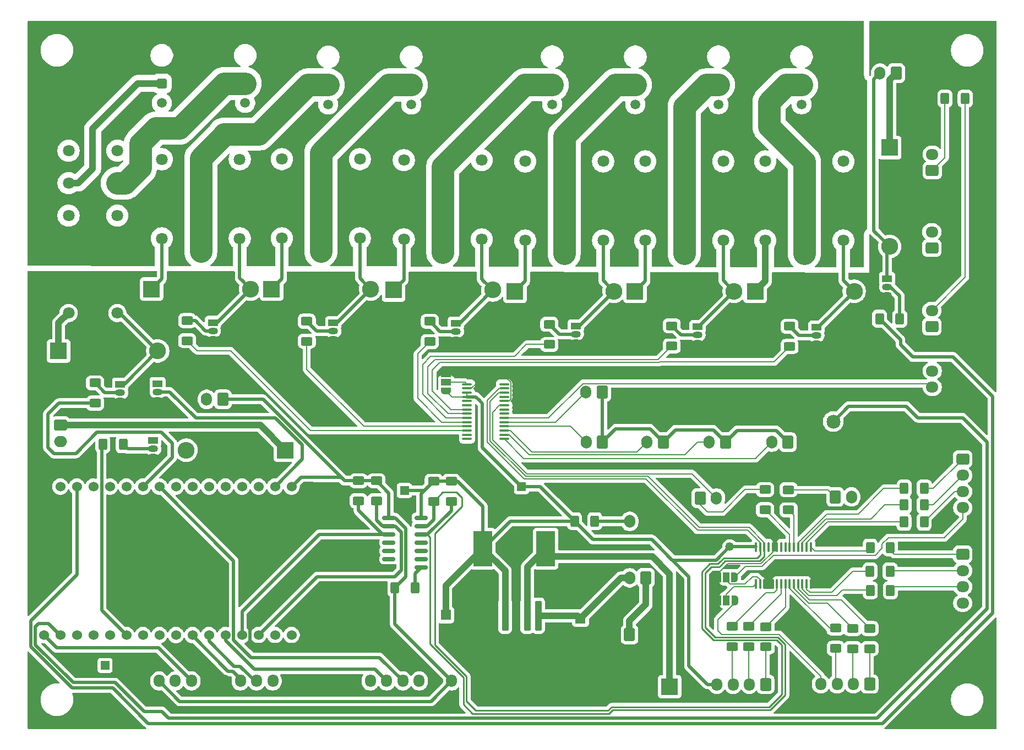
<source format=gtl>
G04 #@! TF.GenerationSoftware,KiCad,Pcbnew,9.0.0*
G04 #@! TF.CreationDate,2025-04-08T11:49:15-04:00*
G04 #@! TF.ProjectId,PCB_control,5043425f-636f-46e7-9472-6f6c2e6b6963,rev?*
G04 #@! TF.SameCoordinates,Original*
G04 #@! TF.FileFunction,Copper,L1,Top*
G04 #@! TF.FilePolarity,Positive*
%FSLAX46Y46*%
G04 Gerber Fmt 4.6, Leading zero omitted, Abs format (unit mm)*
G04 Created by KiCad (PCBNEW 9.0.0) date 2025-04-08 11:49:15*
%MOMM*%
%LPD*%
G01*
G04 APERTURE LIST*
G04 Aperture macros list*
%AMRoundRect*
0 Rectangle with rounded corners*
0 $1 Rounding radius*
0 $2 $3 $4 $5 $6 $7 $8 $9 X,Y pos of 4 corners*
0 Add a 4 corners polygon primitive as box body*
4,1,4,$2,$3,$4,$5,$6,$7,$8,$9,$2,$3,0*
0 Add four circle primitives for the rounded corners*
1,1,$1+$1,$2,$3*
1,1,$1+$1,$4,$5*
1,1,$1+$1,$6,$7*
1,1,$1+$1,$8,$9*
0 Add four rect primitives between the rounded corners*
20,1,$1+$1,$2,$3,$4,$5,0*
20,1,$1+$1,$4,$5,$6,$7,0*
20,1,$1+$1,$6,$7,$8,$9,0*
20,1,$1+$1,$8,$9,$2,$3,0*%
%AMFreePoly0*
4,1,23,0.550000,-0.750000,0.000000,-0.750000,0.000000,-0.745722,-0.065263,-0.745722,-0.191342,-0.711940,-0.304381,-0.646677,-0.396677,-0.554381,-0.461940,-0.441342,-0.495722,-0.315263,-0.495722,-0.250000,-0.500000,-0.250000,-0.500000,0.250000,-0.495722,0.250000,-0.495722,0.315263,-0.461940,0.441342,-0.396677,0.554381,-0.304381,0.646677,-0.191342,0.711940,-0.065263,0.745722,0.000000,0.745722,
0.000000,0.750000,0.550000,0.750000,0.550000,-0.750000,0.550000,-0.750000,$1*%
%AMFreePoly1*
4,1,23,0.000000,0.745722,0.065263,0.745722,0.191342,0.711940,0.304381,0.646677,0.396677,0.554381,0.461940,0.441342,0.495722,0.315263,0.495722,0.250000,0.500000,0.250000,0.500000,-0.250000,0.495722,-0.250000,0.495722,-0.315263,0.461940,-0.441342,0.396677,-0.554381,0.304381,-0.646677,0.191342,-0.711940,0.065263,-0.745722,0.000000,-0.745722,0.000000,-0.750000,-0.550000,-0.750000,
-0.550000,0.750000,0.000000,0.750000,0.000000,0.745722,0.000000,0.745722,$1*%
G04 Aperture macros list end*
G04 #@! TA.AperFunction,ComponentPad*
%ADD10C,1.500000*%
G04 #@! TD*
G04 #@! TA.AperFunction,ComponentPad*
%ADD11RoundRect,0.250001X-0.499999X-0.499999X0.499999X-0.499999X0.499999X0.499999X-0.499999X0.499999X0*%
G04 #@! TD*
G04 #@! TA.AperFunction,ComponentPad*
%ADD12RoundRect,0.250000X0.600000X0.750000X-0.600000X0.750000X-0.600000X-0.750000X0.600000X-0.750000X0*%
G04 #@! TD*
G04 #@! TA.AperFunction,ComponentPad*
%ADD13O,1.700000X2.000000*%
G04 #@! TD*
G04 #@! TA.AperFunction,ComponentPad*
%ADD14RoundRect,0.250000X0.600000X0.725000X-0.600000X0.725000X-0.600000X-0.725000X0.600000X-0.725000X0*%
G04 #@! TD*
G04 #@! TA.AperFunction,ComponentPad*
%ADD15O,1.700000X1.950000*%
G04 #@! TD*
G04 #@! TA.AperFunction,SMDPad,CuDef*
%ADD16RoundRect,0.250000X-0.400000X-0.625000X0.400000X-0.625000X0.400000X0.625000X-0.400000X0.625000X0*%
G04 #@! TD*
G04 #@! TA.AperFunction,ComponentPad*
%ADD17RoundRect,0.250000X-0.600000X-0.750000X0.600000X-0.750000X0.600000X0.750000X-0.600000X0.750000X0*%
G04 #@! TD*
G04 #@! TA.AperFunction,SMDPad,CuDef*
%ADD18RoundRect,0.250000X-0.625000X0.400000X-0.625000X-0.400000X0.625000X-0.400000X0.625000X0.400000X0*%
G04 #@! TD*
G04 #@! TA.AperFunction,SMDPad,CuDef*
%ADD19RoundRect,0.250000X-0.300000X2.050000X-0.300000X-2.050000X0.300000X-2.050000X0.300000X2.050000X0*%
G04 #@! TD*
G04 #@! TA.AperFunction,SMDPad,CuDef*
%ADD20RoundRect,0.250000X-2.375000X2.025000X-2.375000X-2.025000X2.375000X-2.025000X2.375000X2.025000X0*%
G04 #@! TD*
G04 #@! TA.AperFunction,SMDPad,CuDef*
%ADD21RoundRect,0.250002X-5.149998X4.449998X-5.149998X-4.449998X5.149998X-4.449998X5.149998X4.449998X0*%
G04 #@! TD*
G04 #@! TA.AperFunction,ComponentPad*
%ADD22R,1.500000X1.050000*%
G04 #@! TD*
G04 #@! TA.AperFunction,ComponentPad*
%ADD23O,1.500000X1.050000*%
G04 #@! TD*
G04 #@! TA.AperFunction,SMDPad,CuDef*
%ADD24RoundRect,0.250000X0.625000X-0.400000X0.625000X0.400000X-0.625000X0.400000X-0.625000X-0.400000X0*%
G04 #@! TD*
G04 #@! TA.AperFunction,SMDPad,CuDef*
%ADD25FreePoly0,270.000000*%
G04 #@! TD*
G04 #@! TA.AperFunction,SMDPad,CuDef*
%ADD26R,1.500000X1.000000*%
G04 #@! TD*
G04 #@! TA.AperFunction,SMDPad,CuDef*
%ADD27FreePoly1,270.000000*%
G04 #@! TD*
G04 #@! TA.AperFunction,ComponentPad*
%ADD28R,1.803400X1.803400*%
G04 #@! TD*
G04 #@! TA.AperFunction,ComponentPad*
%ADD29C,1.803400*%
G04 #@! TD*
G04 #@! TA.AperFunction,ComponentPad*
%ADD30RoundRect,0.250000X0.725000X-0.600000X0.725000X0.600000X-0.725000X0.600000X-0.725000X-0.600000X0*%
G04 #@! TD*
G04 #@! TA.AperFunction,ComponentPad*
%ADD31O,1.950000X1.700000*%
G04 #@! TD*
G04 #@! TA.AperFunction,ComponentPad*
%ADD32R,1.320800X1.320800*%
G04 #@! TD*
G04 #@! TA.AperFunction,ComponentPad*
%ADD33C,1.320800*%
G04 #@! TD*
G04 #@! TA.AperFunction,ComponentPad*
%ADD34R,2.600000X2.600000*%
G04 #@! TD*
G04 #@! TA.AperFunction,ComponentPad*
%ADD35O,2.600000X2.600000*%
G04 #@! TD*
G04 #@! TA.AperFunction,ComponentPad*
%ADD36R,1.600000X1.600000*%
G04 #@! TD*
G04 #@! TA.AperFunction,ComponentPad*
%ADD37C,1.600000*%
G04 #@! TD*
G04 #@! TA.AperFunction,ComponentPad*
%ADD38C,2.159000*%
G04 #@! TD*
G04 #@! TA.AperFunction,ComponentPad*
%ADD39RoundRect,0.250000X-0.600000X-0.725000X0.600000X-0.725000X0.600000X0.725000X-0.600000X0.725000X0*%
G04 #@! TD*
G04 #@! TA.AperFunction,ComponentPad*
%ADD40RoundRect,0.250000X-0.725000X0.600000X-0.725000X-0.600000X0.725000X-0.600000X0.725000X0.600000X0*%
G04 #@! TD*
G04 #@! TA.AperFunction,SMDPad,CuDef*
%ADD41RoundRect,0.100000X0.637500X0.100000X-0.637500X0.100000X-0.637500X-0.100000X0.637500X-0.100000X0*%
G04 #@! TD*
G04 #@! TA.AperFunction,SMDPad,CuDef*
%ADD42FreePoly0,0.000000*%
G04 #@! TD*
G04 #@! TA.AperFunction,SMDPad,CuDef*
%ADD43R,1.000000X1.500000*%
G04 #@! TD*
G04 #@! TA.AperFunction,SMDPad,CuDef*
%ADD44FreePoly1,0.000000*%
G04 #@! TD*
G04 #@! TA.AperFunction,SMDPad,CuDef*
%ADD45RoundRect,0.150000X-0.825000X-0.150000X0.825000X-0.150000X0.825000X0.150000X-0.825000X0.150000X0*%
G04 #@! TD*
G04 #@! TA.AperFunction,ComponentPad*
%ADD46R,1.524000X1.524000*%
G04 #@! TD*
G04 #@! TA.AperFunction,ComponentPad*
%ADD47C,1.524000*%
G04 #@! TD*
G04 #@! TA.AperFunction,SMDPad,CuDef*
%ADD48RoundRect,0.100000X0.100000X-0.637500X0.100000X0.637500X-0.100000X0.637500X-0.100000X-0.637500X0*%
G04 #@! TD*
G04 #@! TA.AperFunction,SMDPad,CuDef*
%ADD49R,2.900000X5.400000*%
G04 #@! TD*
G04 #@! TA.AperFunction,SMDPad,CuDef*
%ADD50RoundRect,0.250000X0.400000X0.625000X-0.400000X0.625000X-0.400000X-0.625000X0.400000X-0.625000X0*%
G04 #@! TD*
G04 #@! TA.AperFunction,ComponentPad*
%ADD51RoundRect,0.250000X-0.750000X0.600000X-0.750000X-0.600000X0.750000X-0.600000X0.750000X0.600000X0*%
G04 #@! TD*
G04 #@! TA.AperFunction,ComponentPad*
%ADD52O,2.000000X1.700000*%
G04 #@! TD*
G04 #@! TA.AperFunction,Conductor*
%ADD53C,0.200000*%
G04 #@! TD*
G04 #@! TA.AperFunction,Conductor*
%ADD54C,0.500000*%
G04 #@! TD*
G04 #@! TA.AperFunction,Conductor*
%ADD55C,0.250000*%
G04 #@! TD*
G04 #@! TA.AperFunction,Conductor*
%ADD56C,1.000000*%
G04 #@! TD*
G04 #@! TA.AperFunction,Conductor*
%ADD57C,3.500000*%
G04 #@! TD*
G04 APERTURE END LIST*
D10*
X41130000Y-33120000D03*
D11*
X41130000Y-30120000D03*
D12*
X115590000Y-97540000D03*
D13*
X113090000Y-97540000D03*
D14*
X133990000Y-122640000D03*
D15*
X131490000Y-122640000D03*
X128990000Y-122640000D03*
X126490000Y-122640000D03*
D16*
X155275000Y-97625000D03*
X158375000Y-97625000D03*
D17*
X113065000Y-114965000D03*
D13*
X115565000Y-114965000D03*
D11*
X101175000Y-30320000D03*
D10*
X101175000Y-33320000D03*
D16*
X104615000Y-97515000D03*
X107715000Y-97515000D03*
D18*
X150015000Y-114040000D03*
X150015000Y-117140000D03*
D16*
X32075000Y-85685000D03*
X35175000Y-85685000D03*
D19*
X99040000Y-112065000D03*
X97340000Y-112065000D03*
X95640000Y-112065000D03*
D20*
X98415000Y-118790000D03*
X92865000Y-118790000D03*
D21*
X95640000Y-121215000D03*
D20*
X98415000Y-123640000D03*
X92865000Y-123640000D03*
D19*
X93940000Y-112065000D03*
X92240000Y-112065000D03*
D22*
X67499900Y-66971100D03*
D23*
X67499900Y-68241100D03*
X67499900Y-69511100D03*
D24*
X137682750Y-70607750D03*
X137682750Y-67507750D03*
D16*
X155300000Y-92475000D03*
X158400000Y-92475000D03*
D12*
X154075000Y-28525000D03*
D13*
X151575000Y-28525000D03*
D25*
X84867500Y-74825000D03*
D26*
X84867500Y-76125000D03*
D27*
X84867500Y-77425000D03*
D28*
X103009500Y-56307750D03*
D29*
X109003900Y-54301150D03*
X109003900Y-42109150D03*
X97015100Y-42109150D03*
X97015100Y-54301150D03*
D24*
X85640000Y-94465000D03*
X85640000Y-91365000D03*
X119557750Y-70532750D03*
X119557750Y-67432750D03*
D30*
X159550000Y-67575000D03*
D31*
X159550000Y-65075000D03*
X159550000Y-62575000D03*
D24*
X82350000Y-69850600D03*
X82350000Y-66750600D03*
X63434900Y-69816100D03*
X63434900Y-66716100D03*
D12*
X118250000Y-85325000D03*
D13*
X115750000Y-85325000D03*
D11*
X126733214Y-30320000D03*
D10*
X126733214Y-33320000D03*
D16*
X150090000Y-108165000D03*
X153190000Y-108165000D03*
D22*
X152682750Y-60157750D03*
D23*
X152682750Y-61427750D03*
X152682750Y-62697750D03*
D32*
X96459400Y-92200000D03*
D33*
X91379400Y-92200000D03*
D34*
X25262750Y-71307750D03*
D35*
X40502750Y-71307750D03*
D36*
X105515000Y-112482621D03*
D37*
X105515000Y-114982621D03*
D16*
X151507750Y-66332750D03*
X154607750Y-66332750D03*
D11*
X79504107Y-30345000D03*
D10*
X79504107Y-33345000D03*
D22*
X123522750Y-67562750D03*
D23*
X123522750Y-68832750D03*
X123522750Y-70102750D03*
D34*
X39555000Y-61775600D03*
D35*
X54795000Y-61775600D03*
D34*
X132374000Y-62107750D03*
D35*
X147614000Y-62107750D03*
D38*
X144400000Y-82175000D03*
X152000000Y-82175000D03*
D28*
X121476750Y-56307750D03*
D29*
X127471150Y-54301150D03*
X127471150Y-42109150D03*
X115482350Y-42109150D03*
X115482350Y-54301150D03*
D39*
X38215000Y-122115000D03*
D15*
X40715000Y-122115000D03*
X43215000Y-122115000D03*
X45715000Y-122115000D03*
X48215000Y-122115000D03*
X50715000Y-122115000D03*
X53215000Y-122115000D03*
X55715000Y-122115000D03*
X58215000Y-122115000D03*
X60715000Y-122115000D03*
X63215000Y-122115000D03*
X65715000Y-122115000D03*
X68215000Y-122115000D03*
X70715000Y-122115000D03*
X73215000Y-122115000D03*
X75715000Y-122115000D03*
X78215000Y-122115000D03*
X80715000Y-122115000D03*
X83215000Y-122115000D03*
X85715000Y-122115000D03*
D18*
X134040000Y-113765000D03*
X134040000Y-116865000D03*
D40*
X164300000Y-102625000D03*
D31*
X164300000Y-105125000D03*
X164300000Y-107625000D03*
X164300000Y-110125000D03*
D41*
X93795250Y-84857750D03*
X93795250Y-84207750D03*
X93795250Y-83557750D03*
X93795250Y-82907750D03*
X93795250Y-82257750D03*
X93795250Y-81607750D03*
X93795250Y-80957750D03*
X93795250Y-80307750D03*
X93795250Y-79657750D03*
X93795250Y-79007750D03*
X93795250Y-78357750D03*
X93795250Y-77707750D03*
X93795250Y-77057750D03*
X93795250Y-76407750D03*
X88070250Y-76407750D03*
X88070250Y-77057750D03*
X88070250Y-77707750D03*
X88070250Y-78357750D03*
X88070250Y-79007750D03*
X88070250Y-79657750D03*
X88070250Y-80307750D03*
X88070250Y-80957750D03*
X88070250Y-81607750D03*
X88070250Y-82257750D03*
X88070250Y-82907750D03*
X88070250Y-83557750D03*
X88070250Y-84207750D03*
X88070250Y-84857750D03*
D18*
X128815000Y-113715000D03*
X128815000Y-116815000D03*
D24*
X71390000Y-94390000D03*
X71390000Y-91290000D03*
X133900000Y-95750000D03*
X133900000Y-92650000D03*
D28*
X65594400Y-55966100D03*
D29*
X71588800Y-53959500D03*
X71588800Y-41767500D03*
X59600000Y-41767500D03*
X59600000Y-53959500D03*
D24*
X74140000Y-94390000D03*
X74140000Y-91290000D03*
D42*
X126650000Y-109700000D03*
D43*
X127950000Y-109700000D03*
D44*
X129250000Y-109700000D03*
D45*
X76065000Y-97015000D03*
X76065000Y-98285000D03*
X76065000Y-99555000D03*
X76065000Y-100825000D03*
X76065000Y-102095000D03*
X76065000Y-103365000D03*
X76065000Y-104635000D03*
X81015000Y-104635000D03*
X81015000Y-103365000D03*
X81015000Y-102095000D03*
X81015000Y-100825000D03*
X81015000Y-99555000D03*
X81015000Y-98285000D03*
X81015000Y-97015000D03*
D12*
X115590000Y-106240000D03*
D13*
X113090000Y-106240000D03*
D24*
X100725500Y-70300500D03*
X100725500Y-67200500D03*
D18*
X147365000Y-114040000D03*
X147365000Y-117140000D03*
D46*
X63630000Y-92190000D03*
D47*
X61090000Y-92190000D03*
X58550000Y-92190000D03*
X56010000Y-92190000D03*
X53470000Y-92190000D03*
X50930000Y-92190000D03*
X48390000Y-92190000D03*
X45850000Y-92190000D03*
X43310000Y-92190000D03*
X40770000Y-92190000D03*
X38230000Y-92190000D03*
X35690000Y-92190000D03*
X33150000Y-92190000D03*
X30610000Y-92190000D03*
X28070000Y-92190000D03*
X25530000Y-92190000D03*
X22990000Y-92190000D03*
X63630000Y-115050000D03*
X61090000Y-115050000D03*
X58550000Y-115050000D03*
X56010000Y-115050000D03*
X53470000Y-115050000D03*
X50930000Y-115050000D03*
X48390000Y-115050000D03*
X45850000Y-115050000D03*
X43310000Y-115050000D03*
X40770000Y-115050000D03*
X38230000Y-115050000D03*
X35690000Y-115050000D03*
X33150000Y-115050000D03*
X30610000Y-115050000D03*
X28070000Y-115050000D03*
X25530000Y-115050000D03*
X22990000Y-115050000D03*
D18*
X144765000Y-113990000D03*
X144765000Y-117090000D03*
D22*
X48982750Y-66925600D03*
D23*
X48982750Y-68195600D03*
X48982750Y-69465600D03*
D17*
X144700000Y-93775000D03*
D13*
X147200000Y-93775000D03*
D48*
X132490000Y-107202500D03*
X133140000Y-107202500D03*
X133790000Y-107202500D03*
X134440000Y-107202500D03*
X135090000Y-107202500D03*
X135740000Y-107202500D03*
X136390000Y-107202500D03*
X137040000Y-107202500D03*
X137690000Y-107202500D03*
X138340000Y-107202500D03*
X138990000Y-107202500D03*
X139640000Y-107202500D03*
X140290000Y-107202500D03*
X140940000Y-107202500D03*
X140940000Y-101477500D03*
X140290000Y-101477500D03*
X139640000Y-101477500D03*
X138990000Y-101477500D03*
X138340000Y-101477500D03*
X137690000Y-101477500D03*
X137040000Y-101477500D03*
X136390000Y-101477500D03*
X135740000Y-101477500D03*
X135090000Y-101477500D03*
X134440000Y-101477500D03*
X133790000Y-101477500D03*
X133140000Y-101477500D03*
X132490000Y-101477500D03*
D32*
X123390000Y-101465000D03*
D33*
X128470000Y-101465000D03*
D12*
X127800000Y-85325000D03*
D13*
X125300000Y-85325000D03*
D34*
X58024400Y-61766100D03*
D35*
X73264400Y-61766100D03*
D22*
X104807750Y-67442750D03*
D23*
X104807750Y-68712750D03*
X104807750Y-69982750D03*
D22*
X141797750Y-67657750D03*
D23*
X141797750Y-68927750D03*
X141797750Y-70197750D03*
D28*
X47125000Y-55975600D03*
D29*
X53119400Y-53969000D03*
X53119400Y-41777000D03*
X41130600Y-41777000D03*
X41130600Y-53969000D03*
D16*
X155300000Y-95025000D03*
X158400000Y-95025000D03*
D22*
X40490000Y-76330000D03*
D23*
X40490000Y-77600000D03*
X40490000Y-78870000D03*
D24*
X30857750Y-79332750D03*
X30857750Y-76232750D03*
D49*
X100190000Y-101740000D03*
X90490000Y-101740000D03*
D24*
X82940000Y-94465000D03*
X82940000Y-91365000D03*
D16*
X150075000Y-101575000D03*
X153175000Y-101575000D03*
D11*
X53945893Y-30110000D03*
D10*
X53945893Y-33110000D03*
D17*
X123940000Y-93965000D03*
D13*
X126440000Y-93965000D03*
D32*
X32390000Y-119730600D03*
D33*
X32390000Y-124810600D03*
D34*
X119225000Y-123000000D03*
D35*
X103985000Y-123000000D03*
D50*
X80065000Y-107790000D03*
X76965000Y-107790000D03*
D28*
X84350000Y-56125600D03*
D29*
X90344400Y-54119000D03*
X90344400Y-41927000D03*
X78355600Y-41927000D03*
X78355600Y-54119000D03*
D30*
X159625000Y-79375000D03*
D31*
X159625000Y-76875000D03*
X159625000Y-74375000D03*
D28*
X139944000Y-56307750D03*
D29*
X145938400Y-54301150D03*
X145938400Y-42109150D03*
X133949600Y-42109150D03*
X133949600Y-54301150D03*
D34*
X153082750Y-39987750D03*
D35*
X153082750Y-55227750D03*
D22*
X34747750Y-76437750D03*
D23*
X34747750Y-77707750D03*
X34747750Y-78977750D03*
D24*
X45032750Y-69725600D03*
X45032750Y-66625600D03*
D30*
X159550000Y-55475000D03*
D31*
X159550000Y-52975000D03*
X159550000Y-50475000D03*
D42*
X126625000Y-106142500D03*
D43*
X127925000Y-106142500D03*
D44*
X129225000Y-106142500D03*
D22*
X39815000Y-85105000D03*
D23*
X39815000Y-86375000D03*
X39815000Y-87645000D03*
D11*
X139512321Y-30320000D03*
D10*
X139512321Y-33320000D03*
D34*
X95439500Y-62107750D03*
D35*
X110679500Y-62107750D03*
D24*
X137525000Y-95775000D03*
X137525000Y-92675000D03*
D12*
X137425000Y-85350000D03*
D13*
X134925000Y-85350000D03*
D18*
X131390000Y-113715000D03*
X131390000Y-116815000D03*
D16*
X161575000Y-32450000D03*
X164675000Y-32450000D03*
D36*
X84790000Y-111940000D03*
D37*
X84790000Y-115440000D03*
D40*
X164300000Y-87950000D03*
D31*
X164300000Y-90450000D03*
X164300000Y-92950000D03*
X164300000Y-95450000D03*
D34*
X113906750Y-62107750D03*
D35*
X129146750Y-62107750D03*
D12*
X108900000Y-85325000D03*
D13*
X106400000Y-85325000D03*
D29*
X26795250Y-40462948D03*
X34295250Y-65462950D03*
X34295250Y-50462948D03*
X34295250Y-45462948D03*
X34295250Y-40462948D03*
X26795250Y-45462948D03*
X26795250Y-50462948D03*
X26795250Y-65462950D03*
D51*
X25525000Y-82725000D03*
D52*
X25525000Y-85225000D03*
D12*
X50525000Y-78750000D03*
D13*
X48025000Y-78750000D03*
D22*
X86375000Y-67025600D03*
D23*
X86375000Y-68295600D03*
X86375000Y-69565600D03*
D34*
X60120000Y-86575000D03*
D35*
X44880000Y-86575000D03*
D32*
X78440000Y-92774400D03*
D33*
X78440000Y-87694400D03*
D11*
X66725000Y-30345000D03*
D10*
X66725000Y-33345000D03*
D16*
X150050000Y-105225000D03*
X153150000Y-105225000D03*
D34*
X76780000Y-61925600D03*
D35*
X92020000Y-61925600D03*
D14*
X149990000Y-122590000D03*
D15*
X147490000Y-122590000D03*
X144990000Y-122590000D03*
X142490000Y-122590000D03*
D11*
X113954107Y-30320000D03*
D10*
X113954107Y-33320000D03*
D30*
X159625000Y-43525000D03*
D31*
X159625000Y-41025000D03*
X159625000Y-38525000D03*
D12*
X108850000Y-77625000D03*
D13*
X106350000Y-77625000D03*
D53*
X159725000Y-95025000D02*
X164300000Y-90450000D01*
X158400000Y-95025000D02*
X159725000Y-95025000D01*
X152325000Y-95025000D02*
X150175000Y-97175000D01*
X143285130Y-97175000D02*
X139640000Y-100820130D01*
X139640000Y-100820130D02*
X139640000Y-101477500D01*
X150175000Y-97175000D02*
X143285130Y-97175000D01*
X155300000Y-95025000D02*
X152325000Y-95025000D01*
X153515000Y-107840000D02*
X153190000Y-108165000D01*
X153190000Y-108165000D02*
X153730000Y-107625000D01*
X163600000Y-107625000D02*
X164140000Y-108165000D01*
X153730000Y-107625000D02*
X163600000Y-107625000D01*
X164140000Y-107465000D02*
X164300000Y-107625000D01*
X146115000Y-108110000D02*
X145815000Y-108110000D01*
X145815000Y-108110000D02*
X144985000Y-108940000D01*
X150090000Y-108165000D02*
X150035000Y-108110000D01*
X140665000Y-108940000D02*
X139640000Y-107915000D01*
X150035000Y-108110000D02*
X146115000Y-108110000D01*
X144985000Y-108940000D02*
X140665000Y-108940000D01*
X139640000Y-107915000D02*
X139640000Y-107202500D01*
X137040000Y-110765000D02*
X137040000Y-107202500D01*
X134040000Y-113765000D02*
X137040000Y-110765000D01*
X134040000Y-116865000D02*
X134040000Y-122590000D01*
X134040000Y-122590000D02*
X133990000Y-122640000D01*
X128815000Y-122465000D02*
X128990000Y-122640000D01*
X128815000Y-116815000D02*
X128815000Y-122465000D01*
X135331100Y-108548900D02*
X135740000Y-108140000D01*
X133981100Y-108548900D02*
X135331100Y-108548900D01*
X128815000Y-113715000D02*
X133981100Y-108548900D01*
X135740000Y-108140000D02*
X135740000Y-107202500D01*
D54*
X32332750Y-77707750D02*
X34747750Y-77707750D01*
X30857750Y-76232750D02*
X32332750Y-77707750D01*
X25317250Y-79332750D02*
X23625000Y-81025000D01*
X42725000Y-87695000D02*
X38230000Y-92190000D01*
X31175000Y-83825000D02*
X41075000Y-83825000D01*
X23625000Y-86175000D02*
X24550000Y-87100000D01*
X41075000Y-83825000D02*
X42725000Y-85475000D01*
X27900000Y-87100000D02*
X31175000Y-83825000D01*
X30857750Y-79332750D02*
X25317250Y-79332750D01*
X42725000Y-85475000D02*
X42725000Y-87695000D01*
X23625000Y-81025000D02*
X23625000Y-86175000D01*
X24550000Y-87100000D02*
X27900000Y-87100000D01*
X31875000Y-85885000D02*
X31875000Y-111235000D01*
X32075000Y-85685000D02*
X31875000Y-85885000D01*
X31875000Y-111235000D02*
X35690000Y-115050000D01*
X35865000Y-86375000D02*
X39815000Y-86375000D01*
X35175000Y-85685000D02*
X35865000Y-86375000D01*
D55*
X136481095Y-124178798D02*
X136481095Y-116593905D01*
X124224000Y-105276000D02*
X125424000Y-104076000D01*
D53*
X96830000Y-91010000D02*
X115600000Y-91010000D01*
X91190000Y-78925501D02*
X91190000Y-85370000D01*
D55*
X136481095Y-116593905D02*
X135726190Y-115839000D01*
X127575588Y-103174000D02*
X132651000Y-103174000D01*
X135726190Y-115839000D02*
X126396810Y-115839000D01*
X124224000Y-114061810D02*
X124224000Y-105276000D01*
X87275000Y-93900000D02*
X87275000Y-95215413D01*
X110287190Y-126125000D02*
X134534893Y-126125000D01*
D54*
X82940000Y-94465000D02*
X82940000Y-97265000D01*
D55*
X133140000Y-102685000D02*
X133140000Y-101477500D01*
D54*
X82940000Y-97265000D02*
X81920000Y-98285000D01*
D53*
X133140000Y-100820130D02*
X133140000Y-101477500D01*
X93057751Y-77057750D02*
X91190000Y-78925501D01*
D55*
X126385810Y-115850000D02*
X126012190Y-115850000D01*
D53*
X115600000Y-91010000D02*
X123490000Y-98900000D01*
D54*
X81920000Y-98285000D02*
X81015000Y-98285000D01*
D53*
X131219870Y-98900000D02*
X133140000Y-100820130D01*
D55*
X132651000Y-103174000D02*
X133140000Y-102685000D01*
X86425000Y-93050000D02*
X87275000Y-93900000D01*
X126396810Y-115839000D02*
X126385810Y-115850000D01*
X83125000Y-116537190D02*
X87976000Y-121388190D01*
X82940000Y-94465000D02*
X84355000Y-93050000D01*
X89425000Y-126675000D02*
X109737190Y-126675000D01*
D53*
X91190000Y-85370000D02*
X96830000Y-91010000D01*
D55*
X87275000Y-95215413D02*
X83125000Y-99365413D01*
X83125000Y-99365413D02*
X83125000Y-116537190D01*
X87976000Y-125226000D02*
X89425000Y-126675000D01*
D53*
X123490000Y-98900000D02*
X131219870Y-98900000D01*
D55*
X126012190Y-115850000D02*
X124224000Y-114061810D01*
X127011000Y-103738587D02*
X127575588Y-103174000D01*
X87976000Y-121388190D02*
X87976000Y-125226000D01*
X125424000Y-104076000D02*
X126673588Y-104076000D01*
X134534893Y-126125000D02*
X136481095Y-124178798D01*
X109737190Y-126675000D02*
X110287190Y-126125000D01*
D53*
X93795250Y-77057750D02*
X93057751Y-77057750D01*
D55*
X84355000Y-93050000D02*
X86425000Y-93050000D01*
X126673588Y-104076000D02*
X127011000Y-103738587D01*
D53*
X93795250Y-79657750D02*
X93057751Y-79657750D01*
X126650000Y-114400000D02*
X126650000Y-112675000D01*
D54*
X90450000Y-79400000D02*
X90450000Y-86190600D01*
D56*
X84790000Y-111940000D02*
X84790000Y-107440000D01*
D53*
X84867500Y-77425000D02*
X85800250Y-78357750D01*
X142490000Y-122590000D02*
X142490000Y-121362546D01*
X126650000Y-112675000D02*
X129250000Y-110075000D01*
X136089454Y-114962000D02*
X136089455Y-114962000D01*
D56*
X90490000Y-101740000D02*
X93940000Y-105190000D01*
D54*
X82940000Y-91365000D02*
X81015000Y-93290000D01*
X86615000Y-91365000D02*
X90490000Y-95240000D01*
X99300000Y-92200000D02*
X104615000Y-97515000D01*
X116500000Y-100353600D02*
X119646400Y-103500000D01*
X107453600Y-100353600D02*
X116500000Y-100353600D01*
D53*
X136089455Y-114962000D02*
X127212000Y-114962000D01*
D54*
X104615000Y-97515000D02*
X107453600Y-100353600D01*
D53*
X161500000Y-100075000D02*
X161500000Y-100025000D01*
X132477500Y-101465000D02*
X132490000Y-101477500D01*
X129225000Y-106142500D02*
X130915500Y-104452000D01*
X151919420Y-101019420D02*
X152863840Y-100075000D01*
D54*
X90450000Y-86190600D02*
X96459400Y-92200000D01*
X125025000Y-122640000D02*
X126490000Y-122640000D01*
D53*
X164300000Y-97225000D02*
X164300000Y-95450000D01*
D54*
X94715000Y-97515000D02*
X90490000Y-101740000D01*
X96459400Y-92200000D02*
X99300000Y-92200000D01*
X128470000Y-101465000D02*
X132477500Y-101465000D01*
X122200000Y-106053600D02*
X122200000Y-119815000D01*
X104615000Y-97515000D02*
X94715000Y-97515000D01*
D53*
X135169554Y-102750000D02*
X150850000Y-102750000D01*
D54*
X85640000Y-91365000D02*
X86615000Y-91365000D01*
X119646400Y-103500000D02*
X126435000Y-103500000D01*
D53*
X136339000Y-115211546D02*
X136089454Y-114962000D01*
D54*
X126435000Y-103500000D02*
X128470000Y-101465000D01*
D53*
X152863840Y-100075000D02*
X161500000Y-100075000D01*
X91992000Y-84964900D02*
X97235100Y-90208000D01*
D54*
X90490000Y-95240000D02*
X90490000Y-101740000D01*
D53*
X150850000Y-102750000D02*
X151919420Y-101680580D01*
D54*
X89980000Y-78930000D02*
X90450000Y-79400000D01*
D53*
X88070250Y-78357750D02*
X88070250Y-77707750D01*
D56*
X84790000Y-107440000D02*
X90490000Y-101740000D01*
D54*
X78440000Y-92774400D02*
X81530600Y-92774400D01*
D53*
X142490000Y-121362546D02*
X137426000Y-116298545D01*
X161500000Y-100025000D02*
X164300000Y-97225000D01*
X91992000Y-80723501D02*
X91992000Y-84964900D01*
X137426000Y-116298546D02*
X136339000Y-115211545D01*
D54*
X81015000Y-93290000D02*
X81015000Y-97015000D01*
D53*
X81530600Y-92774400D02*
X82940000Y-91365000D01*
D54*
X126440000Y-93965000D02*
X126440000Y-93265000D01*
D53*
X93057751Y-79657750D02*
X91992000Y-80723501D01*
D54*
X88070250Y-78357750D02*
X89407750Y-78357750D01*
D56*
X93940000Y-105190000D02*
X93940000Y-112065000D01*
D53*
X85800250Y-78357750D02*
X88070250Y-78357750D01*
X129250000Y-110075000D02*
X129250000Y-109700000D01*
D54*
X122200000Y-119815000D02*
X125025000Y-122640000D01*
D53*
X137426000Y-116298545D02*
X137426000Y-116298546D01*
D54*
X85640000Y-91365000D02*
X82940000Y-91365000D01*
D53*
X130915500Y-104452000D02*
X133467554Y-104452000D01*
X133467554Y-104452000D02*
X135169554Y-102750000D01*
X136339000Y-115211545D02*
X136339000Y-115211546D01*
X151919420Y-101680580D02*
X151919420Y-101019420D01*
D54*
X116500000Y-100353600D02*
X122200000Y-106053600D01*
X89407750Y-78357750D02*
X89980000Y-78930000D01*
D53*
X127212000Y-114962000D02*
X126650000Y-114400000D01*
X122683000Y-90208000D02*
X126440000Y-93965000D01*
X97235100Y-90208000D02*
X122683000Y-90208000D01*
D54*
X85640000Y-94465000D02*
X85640000Y-95904999D01*
D55*
X82400000Y-116450000D02*
X87525000Y-121575000D01*
X124675000Y-105462810D02*
X124675000Y-113875000D01*
X126486776Y-104527000D02*
X126486777Y-104527001D01*
X126486776Y-104527000D02*
X126486778Y-104527000D01*
X81015000Y-99555000D02*
X81945000Y-99555000D01*
X137000000Y-124297703D02*
X137000000Y-116475000D01*
D53*
X93795250Y-77707750D02*
X92974851Y-77707750D01*
X92974851Y-77707750D02*
X91591000Y-79091601D01*
D55*
X135539380Y-115388000D02*
X135913000Y-115388000D01*
X133790000Y-102960000D02*
X133790000Y-101477500D01*
X126583620Y-115388000D02*
X135539380Y-115388000D01*
D53*
X115920000Y-90609000D02*
X123810000Y-98499000D01*
D54*
X85640000Y-95904999D02*
X81989999Y-99555000D01*
D55*
X126486776Y-104527000D02*
X125610810Y-104527000D01*
X110452297Y-126597703D02*
X134700000Y-126597703D01*
D53*
X131468870Y-98499000D02*
X133790000Y-100820130D01*
D55*
X125610810Y-104527000D02*
X125610808Y-104527000D01*
D53*
X91591000Y-79091601D02*
X91591000Y-85131000D01*
D55*
X133125000Y-103625000D02*
X133790000Y-102960000D01*
D53*
X91591000Y-85131000D02*
X97069000Y-90609000D01*
D55*
X132464190Y-103625000D02*
X132837810Y-103625000D01*
X134700000Y-126597703D02*
X137000000Y-124297703D01*
X127612199Y-103775198D02*
X127762398Y-103625000D01*
X82400000Y-100010000D02*
X82400000Y-116450000D01*
X126860399Y-104527001D02*
X126860400Y-104527000D01*
D53*
X123810000Y-98499000D02*
X131468870Y-98499000D01*
D55*
X126486778Y-104527000D02*
X126860398Y-104527000D01*
X124675000Y-105462808D02*
X124675000Y-105462810D01*
X127385562Y-104001835D02*
X127462000Y-103925397D01*
X127462000Y-103925397D02*
X127612199Y-103775198D01*
X127762398Y-103625000D02*
X132464190Y-103625000D01*
D53*
X133790000Y-100820130D02*
X133790000Y-101477500D01*
D55*
X124675000Y-113875000D02*
X126199000Y-115399000D01*
X126210000Y-115388000D02*
X126583620Y-115388000D01*
X126860400Y-104527000D02*
X127124588Y-104262810D01*
X132837810Y-103625000D02*
X133125000Y-103625000D01*
X125610808Y-104527000D02*
X124675000Y-105462808D01*
X87525000Y-125750000D02*
X88901000Y-127126000D01*
D54*
X81989999Y-99555000D02*
X81015000Y-99555000D01*
D55*
X127124588Y-104262810D02*
X127385562Y-104001835D01*
X81945000Y-99555000D02*
X82400000Y-100010000D01*
X87525000Y-121575000D02*
X87525000Y-125750000D01*
X88901000Y-127126000D02*
X109924000Y-127126000D01*
X126199000Y-115399000D02*
X126210000Y-115388000D01*
X109924000Y-127126000D02*
X110452297Y-126597703D01*
X126860398Y-104527000D02*
X126860399Y-104527001D01*
D53*
X97069000Y-90609000D02*
X115920000Y-90609000D01*
D55*
X137000000Y-116475000D02*
X135924000Y-115399000D01*
D53*
X131390000Y-116815000D02*
X131390000Y-122540000D01*
X131390000Y-122540000D02*
X131490000Y-122640000D01*
X136390000Y-108715000D02*
X136390000Y-107202500D01*
X131390000Y-113715000D02*
X136390000Y-108715000D01*
D54*
X78691000Y-98666001D02*
X77039999Y-97015000D01*
X76965000Y-107790000D02*
X76965000Y-113365000D01*
X127800000Y-85325000D02*
X129600000Y-83525000D01*
X125950000Y-83475000D02*
X127800000Y-85325000D01*
X74140000Y-91290000D02*
X76065000Y-93215000D01*
X71390000Y-91290000D02*
X69231364Y-91290000D01*
X43865000Y-125265000D02*
X82565000Y-125265000D01*
X108900000Y-85325000D02*
X110925000Y-83300000D01*
X78691000Y-106064000D02*
X78691000Y-98666001D01*
X76965000Y-113365000D02*
X85715000Y-122115000D01*
X68681364Y-90740000D02*
X69231364Y-91290000D01*
X56691364Y-78750000D02*
X50525000Y-78750000D01*
X82565000Y-125265000D02*
X85715000Y-122115000D01*
X108850000Y-77625000D02*
X108850000Y-85275000D01*
X129600000Y-83525000D02*
X135600000Y-83525000D01*
X71390000Y-91290000D02*
X74140000Y-91290000D01*
X76065000Y-93215000D02*
X76065000Y-97015000D01*
D53*
X161575000Y-32450000D02*
X161575000Y-41575000D01*
D54*
X69231364Y-91290000D02*
X56691364Y-78750000D01*
X118250000Y-85325000D02*
X120100000Y-83475000D01*
X40715000Y-122115000D02*
X43865000Y-125265000D01*
X77039999Y-97015000D02*
X76065000Y-97015000D01*
X116225000Y-83300000D02*
X118250000Y-85325000D01*
X110925000Y-83300000D02*
X116225000Y-83300000D01*
X61090000Y-92190000D02*
X62540000Y-90740000D01*
X108850000Y-85275000D02*
X108900000Y-85325000D01*
D53*
X161575000Y-41575000D02*
X159625000Y-43525000D01*
D54*
X62540000Y-90740000D02*
X68681364Y-90740000D01*
X120100000Y-83475000D02*
X125950000Y-83475000D01*
X76965000Y-107790000D02*
X78691000Y-106064000D01*
X135600000Y-83525000D02*
X137425000Y-85350000D01*
X80065000Y-107790000D02*
X80065000Y-105585000D01*
X80065000Y-105585000D02*
X81015000Y-104635000D01*
D53*
X88070250Y-80307750D02*
X85607750Y-80307750D01*
X135300500Y-72990000D02*
X137682750Y-70607750D01*
X82750000Y-74250000D02*
X83924000Y-73076000D01*
X83924000Y-73076000D02*
X117249400Y-73076000D01*
X117667600Y-72990000D02*
X135300500Y-72990000D01*
X85607750Y-80307750D02*
X82750000Y-77450000D01*
X117581600Y-73076000D02*
X117667600Y-72990000D01*
X117249400Y-73076000D02*
X117581600Y-73076000D01*
X82750000Y-77450000D02*
X82750000Y-74250000D01*
D54*
X139102750Y-68927750D02*
X141797750Y-68927750D01*
X137682750Y-67507750D02*
X139102750Y-68927750D01*
D53*
X82075000Y-77900000D02*
X82075000Y-73700000D01*
X85132750Y-80957750D02*
X82075000Y-77900000D01*
X82075000Y-73700000D02*
X83100000Y-72675000D01*
X83100000Y-72675000D02*
X117415500Y-72675000D01*
X88070250Y-80957750D02*
X85132750Y-80957750D01*
X117415500Y-72675000D02*
X119557750Y-70532750D01*
D54*
X123522750Y-68832750D02*
X120957750Y-68832750D01*
X120957750Y-68832750D02*
X119557750Y-67432750D01*
X65345000Y-99555000D02*
X53470000Y-111430000D01*
X76065000Y-99555000D02*
X65345000Y-99555000D01*
X71390000Y-94390000D02*
X71390000Y-95854999D01*
X53470000Y-111430000D02*
X53470000Y-115050000D01*
X71390000Y-95854999D02*
X75090001Y-99555000D01*
X75090001Y-99555000D02*
X76065000Y-99555000D01*
X102237750Y-68712750D02*
X104807750Y-68712750D01*
X100725500Y-67200500D02*
X102237750Y-68712750D01*
D53*
X81250000Y-78000000D02*
X81250000Y-73375000D01*
X88070250Y-81607750D02*
X84857750Y-81607750D01*
X95400000Y-72125000D02*
X97224500Y-70300500D01*
X81250000Y-73375000D02*
X82500000Y-72125000D01*
X82500000Y-72125000D02*
X95400000Y-72125000D01*
X97224500Y-70300500D02*
X100725500Y-70300500D01*
X84857750Y-81607750D02*
X81250000Y-78000000D01*
X88070250Y-82907750D02*
X72182750Y-82907750D01*
X72182750Y-82907750D02*
X63434900Y-74159900D01*
X63434900Y-74159900D02*
X63434900Y-69816100D01*
D54*
X63434900Y-66716100D02*
X64959900Y-68241100D01*
X64959900Y-68241100D02*
X67499900Y-68241100D01*
D53*
X51700000Y-71250000D02*
X46557150Y-71250000D01*
X46557150Y-71250000D02*
X45032750Y-69725600D01*
X88070250Y-83557750D02*
X64007750Y-83557750D01*
X64007750Y-83557750D02*
X51700000Y-71250000D01*
D54*
X45032750Y-66625600D02*
X46275600Y-66625600D01*
X47845600Y-68195600D02*
X48982750Y-68195600D01*
X46275600Y-66625600D02*
X47845600Y-68195600D01*
D53*
X164675000Y-59950000D02*
X159550000Y-65075000D01*
X164675000Y-32450000D02*
X164675000Y-59950000D01*
D54*
X83895000Y-68295600D02*
X86375000Y-68295600D01*
X82350000Y-66750600D02*
X83895000Y-68295600D01*
D53*
X80475000Y-78600000D02*
X80475000Y-71725600D01*
X88070250Y-82257750D02*
X84132750Y-82257750D01*
X84132750Y-82257750D02*
X80475000Y-78600000D01*
X80475000Y-71725600D02*
X82350000Y-69850600D01*
X113065000Y-97515000D02*
X113090000Y-97540000D01*
D54*
X107715000Y-97515000D02*
X113065000Y-97515000D01*
D53*
X159775000Y-92475000D02*
X164300000Y-87950000D01*
X158400000Y-92475000D02*
X159775000Y-92475000D01*
X143385130Y-96425000D02*
X138990000Y-100820130D01*
X148225000Y-96425000D02*
X143385130Y-96425000D01*
X152175000Y-92475000D02*
X148225000Y-96425000D01*
X138990000Y-100820130D02*
X138990000Y-101477500D01*
X155300000Y-92475000D02*
X152175000Y-92475000D01*
D54*
X77990000Y-99235001D02*
X77039999Y-98285000D01*
X75090001Y-98285000D02*
X76065000Y-98285000D01*
X76990000Y-106040000D02*
X77990000Y-105040000D01*
X56010000Y-115050000D02*
X65020000Y-106040000D01*
X65020000Y-106040000D02*
X76990000Y-106040000D01*
X77039999Y-98285000D02*
X76065000Y-98285000D01*
X74140000Y-97334999D02*
X75090001Y-98285000D01*
X74140000Y-94390000D02*
X74140000Y-97334999D01*
X77990000Y-105040000D02*
X77990000Y-99235001D01*
D53*
X140290000Y-100820130D02*
X140290000Y-101477500D01*
X155275000Y-97625000D02*
X143485130Y-97625000D01*
X143485130Y-97625000D02*
X140290000Y-100820130D01*
X163050000Y-92950000D02*
X158375000Y-97625000D01*
X164300000Y-92950000D02*
X163050000Y-92950000D01*
X145590000Y-109615000D02*
X140690000Y-109615000D01*
X138990000Y-107915000D02*
X138990000Y-107202500D01*
X140690000Y-109615000D02*
X138990000Y-107915000D01*
X150015000Y-114040000D02*
X145590000Y-109615000D01*
X150015000Y-117140000D02*
X150015000Y-122565000D01*
X150015000Y-122565000D02*
X149990000Y-122590000D01*
X147365000Y-122465000D02*
X147490000Y-122590000D01*
X147365000Y-117140000D02*
X147365000Y-122465000D01*
X138340000Y-107859870D02*
X138340000Y-107202500D01*
X140620130Y-110140000D02*
X138340000Y-107859870D01*
X143465000Y-110140000D02*
X140620130Y-110140000D01*
X147365000Y-114040000D02*
X143465000Y-110140000D01*
X137690000Y-107859870D02*
X137690000Y-107202500D01*
X143820130Y-113990000D02*
X137690000Y-107859870D01*
X144765000Y-113990000D02*
X143820130Y-113990000D01*
X144765000Y-117090000D02*
X144765000Y-122365000D01*
X144765000Y-122365000D02*
X144990000Y-122590000D01*
D54*
X33625000Y-123225000D02*
X27333636Y-123225000D01*
X156625000Y-72225000D02*
X162850000Y-72225000D01*
X20974000Y-116865364D02*
X20974000Y-112826000D01*
X168925000Y-78300000D02*
X168925000Y-111675000D01*
X39050000Y-128650000D02*
X33625000Y-123225000D01*
X27333636Y-123225000D02*
X20974000Y-116865364D01*
X20974000Y-112826000D02*
X28070000Y-105730000D01*
X151950000Y-128650000D02*
X39050000Y-128650000D01*
X151507750Y-66332750D02*
X154725000Y-69550000D01*
X168925000Y-111675000D02*
X151950000Y-128650000D01*
X154725000Y-69550000D02*
X154725000Y-70325000D01*
X28070000Y-105730000D02*
X28070000Y-92190000D01*
X154725000Y-70325000D02*
X156625000Y-72225000D01*
X162850000Y-72225000D02*
X168925000Y-78300000D01*
X153182750Y-61427750D02*
X152682750Y-61427750D01*
X154607750Y-66332750D02*
X154607750Y-62852750D01*
X154607750Y-62852750D02*
X153182750Y-61427750D01*
D53*
X123940000Y-94990000D02*
X123940000Y-93965000D01*
X127375000Y-96100000D02*
X125050000Y-96100000D01*
X133900000Y-92650000D02*
X130825000Y-92650000D01*
X125050000Y-96100000D02*
X123940000Y-94990000D01*
X130825000Y-92650000D02*
X127375000Y-96100000D01*
X137690000Y-99540000D02*
X137690000Y-101477500D01*
X133900000Y-95750000D02*
X137690000Y-99540000D01*
X137525000Y-92675000D02*
X143600000Y-92675000D01*
X143600000Y-92675000D02*
X144700000Y-93775000D01*
X137525000Y-95775000D02*
X138340000Y-96590000D01*
X138340000Y-96590000D02*
X138340000Y-101477500D01*
X153750000Y-102625000D02*
X153190000Y-102065000D01*
X164300000Y-102625000D02*
X153750000Y-102625000D01*
X153190000Y-102065000D02*
X153215000Y-102040000D01*
X150090000Y-102065000D02*
X141527500Y-102065000D01*
X141527500Y-102065000D02*
X140940000Y-101477500D01*
X147730000Y-105225000D02*
X147430000Y-105225000D01*
X140765000Y-108465000D02*
X140290000Y-107990000D01*
X140290000Y-107990000D02*
X140290000Y-107202500D01*
X150050000Y-105225000D02*
X147730000Y-105225000D01*
X144190000Y-108465000D02*
X140765000Y-108465000D01*
X147430000Y-105225000D02*
X144190000Y-108465000D01*
X153250000Y-105125000D02*
X164000000Y-105125000D01*
X153150000Y-105225000D02*
X153250000Y-105125000D01*
X163890000Y-104715000D02*
X164300000Y-105125000D01*
X164000000Y-105125000D02*
X164290000Y-105415000D01*
X153365000Y-105240000D02*
X153190000Y-105415000D01*
X164290000Y-105115000D02*
X164300000Y-105125000D01*
X153265000Y-105340000D02*
X153190000Y-105415000D01*
X84867500Y-74825000D02*
X88900000Y-74825000D01*
D54*
X55350000Y-116525000D02*
X62155000Y-116525000D01*
D53*
X126625000Y-106142500D02*
X126625000Y-109675000D01*
X133301454Y-104051000D02*
X135090000Y-102262454D01*
D54*
X62155000Y-116525000D02*
X63630000Y-115050000D01*
D53*
X93795250Y-79007750D02*
X94532749Y-79007750D01*
D54*
X76065000Y-104635000D02*
X64165000Y-104635000D01*
D53*
X126625000Y-106142500D02*
X126625000Y-105590500D01*
X89475000Y-76325000D02*
X88742250Y-77057750D01*
X128164500Y-104051000D02*
X133301454Y-104051000D01*
X126625000Y-105590500D02*
X128164500Y-104051000D01*
D54*
X64165000Y-104635000D02*
X54725000Y-114075000D01*
D53*
X94833750Y-76138880D02*
X94094870Y-75400000D01*
D54*
X54725000Y-115900000D02*
X55350000Y-116525000D01*
D53*
X135090000Y-107202500D02*
X135090000Y-106545130D01*
X94094870Y-75400000D02*
X89475000Y-75400000D01*
X126625000Y-109675000D02*
X126650000Y-109700000D01*
X88742250Y-77057750D02*
X88070250Y-77057750D01*
D54*
X54725000Y-114075000D02*
X54725000Y-115900000D01*
D53*
X89475000Y-75400000D02*
X89475000Y-76325000D01*
X94833750Y-78706749D02*
X94833750Y-76138880D01*
X94532749Y-79007750D02*
X94833750Y-78706749D01*
X135090000Y-102262454D02*
X135090000Y-101477500D01*
D54*
X50715000Y-122115000D02*
X48215000Y-122115000D01*
D53*
X88900000Y-74825000D02*
X89475000Y-75400000D01*
D54*
X127521150Y-60482150D02*
X129146750Y-62107750D01*
X123522750Y-67562750D02*
X123691750Y-67562750D01*
D53*
X127471150Y-60432150D02*
X129146750Y-62107750D01*
D54*
X127471150Y-54301150D02*
X127471150Y-60432150D01*
X123691750Y-67562750D02*
X129146750Y-62107750D01*
X105344500Y-67442750D02*
X104807750Y-67442750D01*
X109053900Y-60482150D02*
X110679500Y-62107750D01*
X110679500Y-62107750D02*
X105344500Y-67442750D01*
X109003900Y-54301150D02*
X109003900Y-60432150D01*
D53*
X109003900Y-60432150D02*
X110679500Y-62107750D01*
D54*
X40502750Y-71307750D02*
X34657950Y-65462950D01*
X34747750Y-76437750D02*
X35372750Y-76437750D01*
X34657950Y-65462950D02*
X34295250Y-65462950D01*
X35372750Y-76437750D02*
X40502750Y-71307750D01*
X152682750Y-55627750D02*
X153082750Y-55227750D01*
X150650000Y-29450000D02*
X150650000Y-52795000D01*
X150650000Y-52795000D02*
X153082750Y-55227750D01*
X151575000Y-28525000D02*
X150650000Y-29450000D01*
X152682750Y-60157750D02*
X152682750Y-55627750D01*
X92020000Y-61925600D02*
X90535000Y-60440600D01*
D53*
X90344400Y-60250000D02*
X90535000Y-60440600D01*
D54*
X90535000Y-60440600D02*
X90394400Y-60300000D01*
X86920000Y-67025600D02*
X92020000Y-61925600D01*
X86375000Y-67025600D02*
X86920000Y-67025600D01*
X90344400Y-54119000D02*
X90344400Y-60250000D01*
X49645000Y-66925600D02*
X48982750Y-66925600D01*
X53119400Y-53969000D02*
X53119400Y-60100000D01*
D53*
X53119400Y-60100000D02*
X53476375Y-60456975D01*
D54*
X53169400Y-60150000D02*
X53476375Y-60456975D01*
X53476375Y-60456975D02*
X54795000Y-61775600D01*
X54795000Y-61775600D02*
X49645000Y-66925600D01*
X42325000Y-77600000D02*
X40490000Y-77600000D01*
X46350000Y-81625000D02*
X42325000Y-77600000D01*
X58575000Y-81625000D02*
X46350000Y-81625000D01*
X62750000Y-87990000D02*
X62750000Y-85800000D01*
X58550000Y-92190000D02*
X62750000Y-87990000D01*
X62750000Y-85800000D02*
X58575000Y-81625000D01*
X68059400Y-66971100D02*
X67499900Y-66971100D01*
X71588800Y-53959500D02*
X71588800Y-60090500D01*
X71588800Y-60090500D02*
X73264400Y-61766100D01*
X73264400Y-61766100D02*
X68059400Y-66971100D01*
X145988400Y-60482150D02*
X147614000Y-62107750D01*
D53*
X145938400Y-60432150D02*
X147614000Y-62107750D01*
D54*
X145938400Y-54301150D02*
X145938400Y-60432150D01*
X142064000Y-67657750D02*
X141797750Y-67657750D01*
X147614000Y-62107750D02*
X142064000Y-67657750D01*
D56*
X101425000Y-102975000D02*
X116550000Y-102975000D01*
X100190000Y-101740000D02*
X101425000Y-102975000D01*
X119225000Y-105650000D02*
X119225000Y-123000000D01*
X116550000Y-102975000D02*
X119225000Y-105650000D01*
X100190000Y-101740000D02*
X97340000Y-104590000D01*
X97340000Y-104590000D02*
X97340000Y-112065000D01*
D54*
X97015100Y-60532150D02*
X95439500Y-62107750D01*
D56*
X25262750Y-71307750D02*
X25262750Y-66995450D01*
D54*
X115482350Y-54301150D02*
X115482350Y-60532150D01*
D53*
X95439500Y-62107750D02*
X97065100Y-60482150D01*
X39555000Y-61775600D02*
X41180600Y-60150000D01*
D56*
X99040000Y-112065000D02*
X105097379Y-112065000D01*
X25262750Y-66995450D02*
X26795250Y-65462950D01*
D54*
X78355600Y-60350000D02*
X76780000Y-61925600D01*
X59600000Y-53959500D02*
X59600000Y-60190500D01*
D56*
X113090000Y-106240000D02*
X111757621Y-106240000D01*
X111757621Y-106240000D02*
X105515000Y-112482621D01*
X153082750Y-29517250D02*
X154075000Y-28525000D01*
X56270000Y-82725000D02*
X25525000Y-82725000D01*
D54*
X78355600Y-54119000D02*
X78355600Y-60350000D01*
D56*
X105097379Y-112065000D02*
X105515000Y-112482621D01*
X133949600Y-60532150D02*
X132374000Y-62107750D01*
D54*
X58799400Y-60991100D02*
X58024400Y-61766100D01*
X41130600Y-60200000D02*
X39555000Y-61775600D01*
D56*
X60120000Y-86575000D02*
X56270000Y-82725000D01*
D54*
X97015100Y-54301150D02*
X97015100Y-60532150D01*
X41130600Y-53969000D02*
X41130600Y-60200000D01*
D56*
X133949600Y-54301150D02*
X133949600Y-60532150D01*
D54*
X115482350Y-60532150D02*
X113906750Y-62107750D01*
X59600000Y-60190500D02*
X58024400Y-61766100D01*
D56*
X153082750Y-39987750D02*
X153082750Y-29517250D01*
D53*
X93795250Y-82257750D02*
X101717250Y-82257750D01*
X101717250Y-82257750D02*
X106350000Y-77625000D01*
X103982750Y-82907750D02*
X106400000Y-85325000D01*
X93795250Y-82907750D02*
X103982750Y-82907750D01*
X93795250Y-81607750D02*
X100589490Y-81607750D01*
X159074000Y-76324000D02*
X159625000Y-76875000D01*
X100589490Y-81607750D02*
X105873240Y-76324000D01*
X105873240Y-76324000D02*
X159074000Y-76324000D01*
X96787500Y-87850000D02*
X132500000Y-87850000D01*
X132500000Y-87850000D02*
X132500000Y-87775000D01*
X132500000Y-87775000D02*
X134925000Y-85350000D01*
X93795250Y-84857750D02*
X96787500Y-87850000D01*
X84867500Y-76125000D02*
X87787500Y-76125000D01*
X87787500Y-76125000D02*
X88070250Y-76407750D01*
X93795250Y-83557750D02*
X94757750Y-83557750D01*
X98075000Y-86875000D02*
X114200000Y-86875000D01*
X94757750Y-83557750D02*
X98075000Y-86875000D01*
X114200000Y-86875000D02*
X115750000Y-85325000D01*
X123525000Y-85325000D02*
X125300000Y-85325000D01*
X121550000Y-87300000D02*
X123525000Y-85325000D01*
X94532749Y-84207750D02*
X97624999Y-87300000D01*
X97624999Y-87300000D02*
X121550000Y-87300000D01*
X93795250Y-84207750D02*
X94532749Y-84207750D01*
X132644870Y-106050000D02*
X133140000Y-106545130D01*
X127925000Y-106575252D02*
X128548248Y-107198500D01*
X127925000Y-106142500D02*
X127925000Y-106575252D01*
X130801500Y-107198500D02*
X131950000Y-106050000D01*
X128548248Y-107198500D02*
X130801500Y-107198500D01*
X131950000Y-106050000D02*
X132644870Y-106050000D01*
X133140000Y-106545130D02*
X133140000Y-107202500D01*
X127950000Y-109700000D02*
X127950000Y-110132752D01*
X127950000Y-108750000D02*
X129100000Y-107600000D01*
X129100000Y-107600000D02*
X132092500Y-107600000D01*
X132092500Y-107600000D02*
X132490000Y-107202500D01*
X127950000Y-109700000D02*
X127950000Y-108750000D01*
D54*
X52040000Y-120615000D02*
X51315000Y-120615000D01*
X45850000Y-115150000D02*
X45850000Y-115050000D01*
X51315000Y-120615000D02*
X45850000Y-115150000D01*
X53215000Y-122115000D02*
X53215000Y-121790000D01*
X53215000Y-121790000D02*
X52040000Y-120615000D01*
X52190000Y-103610000D02*
X40770000Y-92190000D01*
X78215000Y-122115000D02*
X74590000Y-118490000D01*
X74590000Y-118490000D02*
X54890000Y-118490000D01*
X52190000Y-115790000D02*
X52190000Y-103610000D01*
X54890000Y-118490000D02*
X52190000Y-115790000D01*
X48390000Y-116015000D02*
X52215000Y-119840000D01*
X52215000Y-119840000D02*
X53190000Y-119840000D01*
X48390000Y-115050000D02*
X48390000Y-116015000D01*
X55465000Y-122115000D02*
X55715000Y-122115000D01*
X53190000Y-119840000D02*
X55465000Y-122115000D01*
X23675000Y-113250000D02*
X22200000Y-113250000D01*
X168075000Y-85375000D02*
X164300000Y-81600000D01*
X38425000Y-126825000D02*
X41150000Y-126825000D01*
X21675000Y-116575000D02*
X27475000Y-122375000D01*
X155650000Y-79825000D02*
X146750000Y-79825000D01*
X168075000Y-110950000D02*
X168075000Y-85375000D01*
X25475000Y-115050000D02*
X23675000Y-113250000D01*
X41150000Y-126825000D02*
X42200000Y-127875000D01*
X33975000Y-122375000D02*
X38425000Y-126825000D01*
X21675000Y-113775000D02*
X21675000Y-116575000D01*
X27475000Y-122375000D02*
X33975000Y-122375000D01*
X22200000Y-113250000D02*
X21675000Y-113775000D01*
X42200000Y-127875000D02*
X151150000Y-127875000D01*
X146750000Y-79825000D02*
X144400000Y-82175000D01*
X151150000Y-127875000D02*
X168075000Y-110950000D01*
X164300000Y-81600000D02*
X157425000Y-81600000D01*
X157425000Y-81600000D02*
X155650000Y-79825000D01*
X25530000Y-115050000D02*
X25475000Y-115050000D01*
X50930000Y-115880000D02*
X55390000Y-120340000D01*
X50930000Y-115050000D02*
X50930000Y-115880000D01*
X55390000Y-120340000D02*
X73940000Y-120340000D01*
X73940000Y-120340000D02*
X75715000Y-122115000D01*
X43310000Y-92185000D02*
X43310000Y-92190000D01*
X40615000Y-117015000D02*
X45715000Y-122115000D01*
X24955000Y-117015000D02*
X40615000Y-117015000D01*
X22990000Y-115050000D02*
X24955000Y-117015000D01*
D57*
X101175000Y-30320000D02*
X96955000Y-30320000D01*
X84350000Y-42925000D02*
X84350000Y-56125600D01*
X96955000Y-30320000D02*
X84350000Y-42925000D01*
X139512321Y-30320000D02*
X137180000Y-30320000D01*
X134525000Y-32975000D02*
X134525000Y-36775000D01*
X139944000Y-42194000D02*
X139944000Y-56307750D01*
X137180000Y-30320000D02*
X134525000Y-32975000D01*
X134525000Y-36775000D02*
X139944000Y-42194000D01*
X121476750Y-33723250D02*
X124875000Y-30325000D01*
X126728214Y-30325000D02*
X126733214Y-30320000D01*
X124875000Y-30325000D02*
X126728214Y-30325000D01*
X121476750Y-56307750D02*
X121476750Y-33723250D01*
X113954107Y-30320000D02*
X110930000Y-30320000D01*
X110930000Y-30320000D02*
X103009500Y-38240500D01*
X103009500Y-38240500D02*
X103009500Y-56307750D01*
X50750000Y-38000000D02*
X47125000Y-41625000D01*
X47125000Y-41625000D02*
X47125000Y-55975600D01*
X56050000Y-37900000D02*
X50750000Y-37900000D01*
X63605000Y-30345000D02*
X56050000Y-37900000D01*
X66725000Y-30345000D02*
X63605000Y-30345000D01*
X50750000Y-37900000D02*
X50750000Y-38000000D01*
X76055000Y-30345000D02*
X79504107Y-30345000D01*
X65594400Y-55966100D02*
X65594400Y-40805600D01*
X65594400Y-40805600D02*
X76055000Y-30345000D01*
X43850000Y-36975000D02*
X50715000Y-30110000D01*
X40250000Y-36975000D02*
X43850000Y-36975000D01*
X34295250Y-45462948D02*
X35487052Y-45462948D01*
X37850000Y-39375000D02*
X40250000Y-36975000D01*
X35487052Y-45462948D02*
X37850000Y-43100000D01*
X37850000Y-43100000D02*
X37850000Y-39375000D01*
X50715000Y-30110000D02*
X53945893Y-30110000D01*
D56*
X26795250Y-45462948D02*
X28262052Y-45462948D01*
X28262052Y-45462948D02*
X30500000Y-43225000D01*
X37440000Y-30110000D02*
X41166786Y-30110000D01*
X30500000Y-37050000D02*
X37440000Y-30110000D01*
X30500000Y-43225000D02*
X30500000Y-37050000D01*
X113065000Y-112865000D02*
X113065000Y-114965000D01*
X115590000Y-106240000D02*
X115590000Y-110340000D01*
X115590000Y-110340000D02*
X113065000Y-112865000D01*
G04 #@! TA.AperFunction,Conductor*
G36*
X20669504Y-117622235D02*
G01*
X25398305Y-122351037D01*
X25426082Y-122405554D01*
X25416511Y-122465986D01*
X25373246Y-122509251D01*
X25317217Y-122519419D01*
X25140426Y-122499500D01*
X25140425Y-122499500D01*
X24859575Y-122499500D01*
X24859573Y-122499500D01*
X24580492Y-122530944D01*
X24306680Y-122593440D01*
X24041593Y-122686198D01*
X24041590Y-122686199D01*
X23788569Y-122808047D01*
X23788556Y-122808054D01*
X23788555Y-122808055D01*
X23767492Y-122821290D01*
X23550751Y-122957477D01*
X23331176Y-123132583D01*
X23132583Y-123331176D01*
X22957477Y-123550751D01*
X22808054Y-123788557D01*
X22808047Y-123788569D01*
X22686199Y-124041590D01*
X22686198Y-124041593D01*
X22593440Y-124306680D01*
X22530944Y-124580492D01*
X22499500Y-124859573D01*
X22499500Y-125140426D01*
X22530944Y-125419507D01*
X22593440Y-125693319D01*
X22686198Y-125958406D01*
X22686199Y-125958409D01*
X22808047Y-126211430D01*
X22808051Y-126211437D01*
X22808055Y-126211445D01*
X22957477Y-126449248D01*
X23132584Y-126668825D01*
X23331175Y-126867416D01*
X23550752Y-127042523D01*
X23788555Y-127191945D01*
X23788566Y-127191950D01*
X23788569Y-127191952D01*
X24009962Y-127298569D01*
X24041592Y-127313801D01*
X24306682Y-127406560D01*
X24580491Y-127469055D01*
X24859575Y-127500500D01*
X24859576Y-127500500D01*
X25140424Y-127500500D01*
X25140425Y-127500500D01*
X25419509Y-127469055D01*
X25693318Y-127406560D01*
X25958408Y-127313801D01*
X26211445Y-127191945D01*
X26449248Y-127042523D01*
X26668825Y-126867416D01*
X26867416Y-126668825D01*
X27042523Y-126449248D01*
X27191945Y-126211445D01*
X27313801Y-125958408D01*
X27406560Y-125693318D01*
X27469055Y-125419509D01*
X27500500Y-125140425D01*
X27500500Y-124859575D01*
X27469055Y-124580491D01*
X27406560Y-124306682D01*
X27339663Y-124115500D01*
X27336758Y-124107198D01*
X27335385Y-124046028D01*
X27370229Y-123995733D01*
X27427981Y-123975525D01*
X27430202Y-123975500D01*
X33273124Y-123975500D01*
X33331315Y-123994407D01*
X33343128Y-124004496D01*
X38467049Y-129128416D01*
X38467048Y-129128416D01*
X38571582Y-129232949D01*
X38571584Y-129232951D01*
X38645168Y-129282118D01*
X38698550Y-129317787D01*
X38697247Y-129319735D01*
X38733359Y-129357276D01*
X38741755Y-129417882D01*
X38712924Y-129471849D01*
X38657879Y-129498563D01*
X38644293Y-129499500D01*
X20599500Y-129499500D01*
X20541309Y-129480593D01*
X20505345Y-129431093D01*
X20500500Y-129400500D01*
X20500500Y-117692239D01*
X20519407Y-117634048D01*
X20568907Y-117598084D01*
X20630093Y-117598084D01*
X20669504Y-117622235D01*
G37*
G04 #@! TD.AperFunction*
G04 #@! TA.AperFunction,Conductor*
G36*
X22890636Y-116312500D02*
G01*
X22890639Y-116312500D01*
X23089366Y-116312500D01*
X23119576Y-116307714D01*
X23127391Y-116306476D01*
X23187822Y-116316044D01*
X23212885Y-116334252D01*
X24372049Y-117493416D01*
X24372048Y-117493416D01*
X24449143Y-117570510D01*
X24476584Y-117597951D01*
X24530607Y-117634048D01*
X24599498Y-117680080D01*
X24599501Y-117680081D01*
X24599505Y-117680084D01*
X24606344Y-117682917D01*
X24608126Y-117683655D01*
X24608129Y-117683656D01*
X24736088Y-117736659D01*
X24852241Y-117759763D01*
X24881082Y-117765500D01*
X24881083Y-117765500D01*
X25028918Y-117765500D01*
X40263124Y-117765500D01*
X40321315Y-117784407D01*
X40333128Y-117794496D01*
X43031251Y-120492618D01*
X43059028Y-120547135D01*
X43049457Y-120607567D01*
X43006192Y-120650832D01*
X42976734Y-120660403D01*
X42898761Y-120672752D01*
X42696587Y-120738443D01*
X42507184Y-120834948D01*
X42507180Y-120834950D01*
X42335213Y-120959891D01*
X42184891Y-121110213D01*
X42059950Y-121282180D01*
X42059948Y-121282184D01*
X42053210Y-121295410D01*
X42009945Y-121338675D01*
X41949513Y-121348246D01*
X41894996Y-121320469D01*
X41876790Y-121295410D01*
X41870051Y-121282184D01*
X41870049Y-121282180D01*
X41745108Y-121110213D01*
X41745106Y-121110211D01*
X41745104Y-121110208D01*
X41594792Y-120959896D01*
X41594788Y-120959893D01*
X41594786Y-120959891D01*
X41422819Y-120834950D01*
X41422815Y-120834948D01*
X41233412Y-120738443D01*
X41031238Y-120672752D01*
X40821290Y-120639500D01*
X40821287Y-120639500D01*
X40608713Y-120639500D01*
X40608710Y-120639500D01*
X40398761Y-120672752D01*
X40196587Y-120738443D01*
X40007184Y-120834948D01*
X40007180Y-120834950D01*
X39835213Y-120959891D01*
X39684891Y-121110213D01*
X39559950Y-121282180D01*
X39559948Y-121282184D01*
X39463443Y-121471587D01*
X39397752Y-121673761D01*
X39364500Y-121883709D01*
X39364500Y-122346290D01*
X39397752Y-122556238D01*
X39463443Y-122758412D01*
X39559948Y-122947815D01*
X39559950Y-122947819D01*
X39684891Y-123119786D01*
X39684893Y-123119788D01*
X39684896Y-123119792D01*
X39835208Y-123270104D01*
X39835211Y-123270106D01*
X39835213Y-123270108D01*
X40007180Y-123395049D01*
X40007184Y-123395051D01*
X40196588Y-123491557D01*
X40398757Y-123557246D01*
X40398758Y-123557246D01*
X40398761Y-123557247D01*
X40608710Y-123590500D01*
X40608713Y-123590500D01*
X40821290Y-123590500D01*
X41035085Y-123556638D01*
X41035323Y-123558146D01*
X41090417Y-123562462D01*
X41122568Y-123583936D01*
X43386584Y-125847952D01*
X43460270Y-125897186D01*
X43509505Y-125930084D01*
X43566080Y-125953518D01*
X43646088Y-125986659D01*
X43762241Y-126009763D01*
X43791082Y-126015500D01*
X43791083Y-126015500D01*
X82638917Y-126015500D01*
X82638918Y-126015500D01*
X82783913Y-125986658D01*
X82920495Y-125930084D01*
X82969729Y-125897186D01*
X83043416Y-125847952D01*
X85307432Y-123583934D01*
X85361947Y-123556159D01*
X85394786Y-123557450D01*
X85394915Y-123556638D01*
X85608710Y-123590500D01*
X85608713Y-123590500D01*
X85821290Y-123590500D01*
X86031238Y-123557247D01*
X86031239Y-123557246D01*
X86031243Y-123557246D01*
X86233412Y-123491557D01*
X86422816Y-123395051D01*
X86429082Y-123390499D01*
X86594786Y-123270108D01*
X86594792Y-123270104D01*
X86730498Y-123134397D01*
X86785013Y-123106622D01*
X86845445Y-123116193D01*
X86888710Y-123159458D01*
X86899500Y-123204403D01*
X86899500Y-125811608D01*
X86923537Y-125932451D01*
X86923537Y-125932453D01*
X86937347Y-125965793D01*
X86970686Y-126046282D01*
X86970688Y-126046287D01*
X86976907Y-126055593D01*
X86989539Y-126074497D01*
X86989540Y-126074500D01*
X86989541Y-126074500D01*
X87039142Y-126148733D01*
X87039145Y-126148736D01*
X87039149Y-126148741D01*
X87126269Y-126235860D01*
X87126270Y-126235860D01*
X87845906Y-126955496D01*
X87873683Y-127010013D01*
X87864112Y-127070445D01*
X87820847Y-127113710D01*
X87775902Y-127124500D01*
X42551875Y-127124500D01*
X42493684Y-127105593D01*
X42481871Y-127095504D01*
X42253783Y-126867416D01*
X41628416Y-126242048D01*
X41545439Y-126186606D01*
X41505495Y-126159916D01*
X41505494Y-126159915D01*
X41505492Y-126159914D01*
X41368914Y-126103342D01*
X41223918Y-126074500D01*
X38776875Y-126074500D01*
X38718684Y-126055593D01*
X38706871Y-126045504D01*
X36598258Y-123936891D01*
X34453416Y-121792048D01*
X34379729Y-121742813D01*
X34330495Y-121709916D01*
X34330494Y-121709915D01*
X34330492Y-121709914D01*
X34193914Y-121653342D01*
X34048918Y-121624500D01*
X27826875Y-121624500D01*
X27768684Y-121605593D01*
X27756871Y-121595504D01*
X25251047Y-119089680D01*
X25183696Y-119022329D01*
X31229100Y-119022329D01*
X31229100Y-120438866D01*
X31229101Y-120438870D01*
X31235508Y-120498480D01*
X31235509Y-120498485D01*
X31285802Y-120633329D01*
X31327181Y-120688604D01*
X31372054Y-120748546D01*
X31372057Y-120748548D01*
X31372058Y-120748549D01*
X31487270Y-120834797D01*
X31622111Y-120885089D01*
X31622112Y-120885089D01*
X31622117Y-120885091D01*
X31681727Y-120891500D01*
X33098272Y-120891499D01*
X33157883Y-120885091D01*
X33225307Y-120859943D01*
X33292729Y-120834797D01*
X33292729Y-120834796D01*
X33292731Y-120834796D01*
X33407946Y-120748546D01*
X33494196Y-120633331D01*
X33503806Y-120607567D01*
X33531587Y-120533081D01*
X33544491Y-120498483D01*
X33550900Y-120438873D01*
X33550899Y-119022328D01*
X33544491Y-118962717D01*
X33528744Y-118920496D01*
X33494197Y-118827870D01*
X33407949Y-118712658D01*
X33407948Y-118712657D01*
X33407946Y-118712654D01*
X33407941Y-118712650D01*
X33292729Y-118626402D01*
X33157888Y-118576110D01*
X33157883Y-118576109D01*
X33157881Y-118576108D01*
X33157877Y-118576108D01*
X33126649Y-118572750D01*
X33098273Y-118569700D01*
X33098270Y-118569700D01*
X31681733Y-118569700D01*
X31681729Y-118569700D01*
X31681728Y-118569701D01*
X31674549Y-118570472D01*
X31622119Y-118576108D01*
X31622114Y-118576109D01*
X31487270Y-118626402D01*
X31372058Y-118712650D01*
X31372050Y-118712658D01*
X31285802Y-118827870D01*
X31235510Y-118962711D01*
X31235508Y-118962722D01*
X31229100Y-119022329D01*
X25183696Y-119022329D01*
X25081863Y-118920496D01*
X22610885Y-116449517D01*
X22583108Y-116395000D01*
X22592679Y-116334568D01*
X22635944Y-116291303D01*
X22696376Y-116281732D01*
X22890636Y-116312500D01*
G37*
G04 #@! TD.AperFunction*
G04 #@! TA.AperFunction,Conductor*
G36*
X162556315Y-72994407D02*
G01*
X162568128Y-73004496D01*
X168145504Y-78581871D01*
X168173281Y-78636388D01*
X168174500Y-78651875D01*
X168174500Y-84174124D01*
X168155593Y-84232315D01*
X168106093Y-84268279D01*
X168044907Y-84268279D01*
X168005496Y-84244128D01*
X166396282Y-82634914D01*
X164778416Y-81017048D01*
X164707767Y-80969843D01*
X164685981Y-80955286D01*
X164655492Y-80934914D01*
X164518914Y-80878342D01*
X164373918Y-80849500D01*
X157776876Y-80849500D01*
X157718685Y-80830593D01*
X157706872Y-80820504D01*
X156937356Y-80050988D01*
X156128416Y-79242048D01*
X156054729Y-79192813D01*
X156005495Y-79159916D01*
X156005494Y-79159915D01*
X156005492Y-79159914D01*
X155868914Y-79103342D01*
X155723918Y-79074500D01*
X146676082Y-79074500D01*
X146676081Y-79074500D01*
X146531085Y-79103342D01*
X146394506Y-79159914D01*
X146345270Y-79192813D01*
X146271584Y-79242047D01*
X144895710Y-80617919D01*
X144841194Y-80645696D01*
X144795117Y-80642070D01*
X144769991Y-80633906D01*
X144769976Y-80633903D01*
X144524352Y-80595000D01*
X144524349Y-80595000D01*
X144275651Y-80595000D01*
X144275648Y-80595000D01*
X144030018Y-80633904D01*
X143793491Y-80710755D01*
X143571901Y-80823661D01*
X143370700Y-80969842D01*
X143194842Y-81145700D01*
X143048661Y-81346901D01*
X142935755Y-81568491D01*
X142858904Y-81805018D01*
X142820000Y-82050647D01*
X142820000Y-82299352D01*
X142858904Y-82544981D01*
X142935755Y-82781508D01*
X143025300Y-82957250D01*
X143048663Y-83003101D01*
X143194843Y-83204301D01*
X143370699Y-83380157D01*
X143571899Y-83526337D01*
X143793490Y-83639244D01*
X144030016Y-83716095D01*
X144128270Y-83731657D01*
X144275648Y-83755000D01*
X144275651Y-83755000D01*
X144524352Y-83755000D01*
X144647166Y-83735547D01*
X144769984Y-83716095D01*
X145006510Y-83639244D01*
X145228101Y-83526337D01*
X145429301Y-83380157D01*
X145605157Y-83204301D01*
X145751337Y-83003101D01*
X145864244Y-82781510D01*
X145941095Y-82544984D01*
X145968904Y-82369407D01*
X145980000Y-82299352D01*
X145980000Y-82050647D01*
X145941095Y-81805018D01*
X145941095Y-81805016D01*
X145932929Y-81779883D01*
X145932929Y-81718698D01*
X145957080Y-81679287D01*
X146490668Y-81145700D01*
X147031872Y-80604496D01*
X147086389Y-80576719D01*
X147101876Y-80575500D01*
X155298124Y-80575500D01*
X155356315Y-80594407D01*
X155368128Y-80604496D01*
X156946584Y-82182952D01*
X157020268Y-82232184D01*
X157020269Y-82232186D01*
X157020270Y-82232186D01*
X157069505Y-82265084D01*
X157206087Y-82321658D01*
X157351082Y-82350500D01*
X157351083Y-82350500D01*
X157498917Y-82350500D01*
X163948124Y-82350500D01*
X164006315Y-82369407D01*
X164018128Y-82379496D01*
X167295504Y-85656871D01*
X167323281Y-85711388D01*
X167324500Y-85726875D01*
X167324500Y-110598124D01*
X167305593Y-110656315D01*
X167295504Y-110668128D01*
X150868128Y-127095504D01*
X150813611Y-127123281D01*
X150798124Y-127124500D01*
X135296800Y-127124500D01*
X135238609Y-127105593D01*
X135202645Y-127056093D01*
X135202645Y-126994907D01*
X135226796Y-126955496D01*
X136287848Y-125894444D01*
X137393090Y-124789202D01*
X137393095Y-124789198D01*
X137398731Y-124783561D01*
X137398733Y-124783561D01*
X137485858Y-124696436D01*
X137554311Y-124593989D01*
X137601463Y-124480155D01*
X137625500Y-124359309D01*
X137625500Y-117586288D01*
X137644407Y-117528097D01*
X137693907Y-117492133D01*
X137755093Y-117492133D01*
X137794503Y-117516283D01*
X141591659Y-121313439D01*
X141619435Y-121367955D01*
X141609864Y-121428387D01*
X141591658Y-121453445D01*
X141459897Y-121585206D01*
X141459892Y-121585212D01*
X141334950Y-121757180D01*
X141334948Y-121757184D01*
X141238443Y-121946587D01*
X141172752Y-122148761D01*
X141139500Y-122358709D01*
X141139500Y-122821290D01*
X141172752Y-123031238D01*
X141238443Y-123233412D01*
X141334948Y-123422815D01*
X141334950Y-123422819D01*
X141459891Y-123594786D01*
X141459893Y-123594788D01*
X141459896Y-123594792D01*
X141610208Y-123745104D01*
X141610211Y-123745106D01*
X141610213Y-123745108D01*
X141782180Y-123870049D01*
X141782184Y-123870051D01*
X141971588Y-123966557D01*
X142173757Y-124032246D01*
X142173758Y-124032246D01*
X142173761Y-124032247D01*
X142383710Y-124065500D01*
X142383713Y-124065500D01*
X142596290Y-124065500D01*
X142806238Y-124032247D01*
X142806239Y-124032246D01*
X142806243Y-124032246D01*
X143008412Y-123966557D01*
X143197816Y-123870051D01*
X143369792Y-123745104D01*
X143520104Y-123594792D01*
X143608724Y-123472816D01*
X143645049Y-123422819D01*
X143645049Y-123422818D01*
X143645051Y-123422816D01*
X143651789Y-123409590D01*
X143695053Y-123366325D01*
X143755485Y-123356752D01*
X143810002Y-123384529D01*
X143828211Y-123409591D01*
X143834949Y-123422816D01*
X143834950Y-123422819D01*
X143959891Y-123594786D01*
X143959893Y-123594788D01*
X143959896Y-123594792D01*
X144110208Y-123745104D01*
X144110211Y-123745106D01*
X144110213Y-123745108D01*
X144282180Y-123870049D01*
X144282184Y-123870051D01*
X144471588Y-123966557D01*
X144673757Y-124032246D01*
X144673758Y-124032246D01*
X144673761Y-124032247D01*
X144883710Y-124065500D01*
X144883713Y-124065500D01*
X145096290Y-124065500D01*
X145306238Y-124032247D01*
X145306239Y-124032246D01*
X145306243Y-124032246D01*
X145508412Y-123966557D01*
X145697816Y-123870051D01*
X145869792Y-123745104D01*
X146020104Y-123594792D01*
X146108724Y-123472816D01*
X146145049Y-123422819D01*
X146145049Y-123422818D01*
X146145051Y-123422816D01*
X146151789Y-123409590D01*
X146195053Y-123366325D01*
X146255485Y-123356752D01*
X146310002Y-123384529D01*
X146328211Y-123409591D01*
X146334949Y-123422816D01*
X146334950Y-123422819D01*
X146459891Y-123594786D01*
X146459893Y-123594788D01*
X146459896Y-123594792D01*
X146610208Y-123745104D01*
X146610211Y-123745106D01*
X146610213Y-123745108D01*
X146782180Y-123870049D01*
X146782184Y-123870051D01*
X146971588Y-123966557D01*
X147173757Y-124032246D01*
X147173758Y-124032246D01*
X147173761Y-124032247D01*
X147383710Y-124065500D01*
X147383713Y-124065500D01*
X147596290Y-124065500D01*
X147806238Y-124032247D01*
X147806239Y-124032246D01*
X147806243Y-124032246D01*
X148008412Y-123966557D01*
X148197816Y-123870051D01*
X148369792Y-123745104D01*
X148520104Y-123594792D01*
X148524822Y-123588296D01*
X148574317Y-123552331D01*
X148635503Y-123552326D01*
X148685006Y-123588286D01*
X148698892Y-123615341D01*
X148705186Y-123634335D01*
X148797285Y-123783652D01*
X148797286Y-123783653D01*
X148797288Y-123783656D01*
X148921344Y-123907712D01*
X148921346Y-123907713D01*
X148921347Y-123907714D01*
X148941349Y-123920051D01*
X149070666Y-123999814D01*
X149237203Y-124054999D01*
X149339991Y-124065500D01*
X150640008Y-124065499D01*
X150640016Y-124065499D01*
X150742788Y-124055000D01*
X150742788Y-124054999D01*
X150742797Y-124054999D01*
X150909334Y-123999814D01*
X151058656Y-123907712D01*
X151182712Y-123783656D01*
X151274814Y-123634334D01*
X151329999Y-123467797D01*
X151340500Y-123365009D01*
X151340499Y-121814992D01*
X151340499Y-121814983D01*
X151330000Y-121712211D01*
X151329999Y-121712209D01*
X151329999Y-121712203D01*
X151274814Y-121545666D01*
X151200448Y-121425098D01*
X151182714Y-121396347D01*
X151182713Y-121396346D01*
X151182712Y-121396344D01*
X151058656Y-121272288D01*
X151058653Y-121272286D01*
X151058652Y-121272285D01*
X150909336Y-121180187D01*
X150909335Y-121180186D01*
X150909334Y-121180186D01*
X150742797Y-121125001D01*
X150742794Y-121125000D01*
X150742795Y-121125000D01*
X150704436Y-121121081D01*
X150648469Y-121096357D01*
X150617723Y-121043457D01*
X150615500Y-121022594D01*
X150615500Y-118387512D01*
X150634407Y-118329321D01*
X150683907Y-118293357D01*
X150704440Y-118289025D01*
X150792788Y-118280000D01*
X150792788Y-118279999D01*
X150792797Y-118279999D01*
X150959334Y-118224814D01*
X151108656Y-118132712D01*
X151232712Y-118008656D01*
X151324814Y-117859334D01*
X151379999Y-117692797D01*
X151390500Y-117590009D01*
X151390499Y-116689992D01*
X151390499Y-116689983D01*
X151380000Y-116587211D01*
X151379999Y-116587209D01*
X151379999Y-116587203D01*
X151324814Y-116420666D01*
X151257947Y-116312257D01*
X151232714Y-116271347D01*
X151232713Y-116271346D01*
X151232712Y-116271344D01*
X151108656Y-116147288D01*
X151108653Y-116147286D01*
X151108652Y-116147285D01*
X150959336Y-116055187D01*
X150959335Y-116055186D01*
X150959334Y-116055186D01*
X150792797Y-116000001D01*
X150792794Y-116000000D01*
X150690016Y-115989500D01*
X149339983Y-115989500D01*
X149237211Y-115999999D01*
X149237199Y-116000002D01*
X149070663Y-116055187D01*
X148921347Y-116147285D01*
X148797287Y-116271345D01*
X148774261Y-116308677D01*
X148727619Y-116348278D01*
X148666609Y-116352901D01*
X148614533Y-116320780D01*
X148605739Y-116308677D01*
X148604381Y-116306476D01*
X148582712Y-116271344D01*
X148458656Y-116147288D01*
X148458653Y-116147286D01*
X148458652Y-116147285D01*
X148309336Y-116055187D01*
X148309335Y-116055186D01*
X148309334Y-116055186D01*
X148142797Y-116000001D01*
X148142794Y-116000000D01*
X148040016Y-115989500D01*
X146689983Y-115989500D01*
X146587211Y-115999999D01*
X146587199Y-116000002D01*
X146420663Y-116055187D01*
X146271345Y-116147286D01*
X146153105Y-116265526D01*
X146098589Y-116293303D01*
X146038157Y-116283731D01*
X145998841Y-116247494D01*
X145982712Y-116221344D01*
X145858656Y-116097288D01*
X145858653Y-116097286D01*
X145858652Y-116097285D01*
X145709336Y-116005187D01*
X145709335Y-116005186D01*
X145709334Y-116005186D01*
X145542797Y-115950001D01*
X145542794Y-115950000D01*
X145440016Y-115939500D01*
X144089983Y-115939500D01*
X143987211Y-115949999D01*
X143987199Y-115950002D01*
X143820663Y-116005187D01*
X143671347Y-116097285D01*
X143547285Y-116221347D01*
X143455187Y-116370663D01*
X143400000Y-116537205D01*
X143389500Y-116639983D01*
X143389500Y-117540016D01*
X143399999Y-117642788D01*
X143400000Y-117642795D01*
X143400001Y-117642797D01*
X143454649Y-117807714D01*
X143455187Y-117809336D01*
X143547285Y-117958652D01*
X143547286Y-117958653D01*
X143547288Y-117958656D01*
X143671344Y-118082712D01*
X143671346Y-118082713D01*
X143671347Y-118082714D01*
X143719658Y-118112512D01*
X143820666Y-118174814D01*
X143987203Y-118229999D01*
X144032553Y-118234632D01*
X144075561Y-118239026D01*
X144131529Y-118263749D01*
X144162276Y-118316648D01*
X144164500Y-118337513D01*
X144164500Y-121345007D01*
X144145593Y-121403198D01*
X144123693Y-121425098D01*
X144110211Y-121434893D01*
X143959891Y-121585213D01*
X143834950Y-121757180D01*
X143834948Y-121757184D01*
X143828210Y-121770410D01*
X143784945Y-121813675D01*
X143724513Y-121823246D01*
X143669996Y-121795469D01*
X143651790Y-121770410D01*
X143645051Y-121757184D01*
X143645049Y-121757180D01*
X143520108Y-121585213D01*
X143520105Y-121585210D01*
X143520104Y-121585208D01*
X143369792Y-121434896D01*
X143369788Y-121434893D01*
X143369786Y-121434891D01*
X143197819Y-121309950D01*
X143197815Y-121309948D01*
X143143324Y-121282184D01*
X143121014Y-121270816D01*
X143077750Y-121227552D01*
X143070334Y-121208230D01*
X143067580Y-121197951D01*
X143049577Y-121130761D01*
X143046251Y-121125001D01*
X143026332Y-121090500D01*
X142996887Y-121039500D01*
X142970520Y-120993830D01*
X142858716Y-120882026D01*
X142858713Y-120882024D01*
X137906521Y-115929831D01*
X137906520Y-115929829D01*
X137794716Y-115818025D01*
X137794713Y-115818023D01*
X136819521Y-114842831D01*
X136819520Y-114842829D01*
X136707716Y-114731025D01*
X136707713Y-114731023D01*
X136703427Y-114726737D01*
X136703418Y-114726729D01*
X136575620Y-114598931D01*
X136575618Y-114598928D01*
X136569976Y-114593286D01*
X136569975Y-114593284D01*
X136458171Y-114481480D01*
X136321239Y-114402423D01*
X136321238Y-114402422D01*
X136321235Y-114402421D01*
X136268555Y-114388305D01*
X136268555Y-114388306D01*
X136181233Y-114364908D01*
X136168511Y-114361499D01*
X136010397Y-114361499D01*
X136004334Y-114361499D01*
X136004318Y-114361500D01*
X135510164Y-114361500D01*
X135451973Y-114342593D01*
X135416009Y-114293093D01*
X135411677Y-114252438D01*
X135415499Y-114215016D01*
X135415500Y-114215009D01*
X135415499Y-113314992D01*
X135415499Y-113314986D01*
X135413212Y-113292606D01*
X135426106Y-113232795D01*
X135441691Y-113212542D01*
X137520520Y-111133716D01*
X137599577Y-110996784D01*
X137640501Y-110844057D01*
X137640501Y-110685942D01*
X137640501Y-110679880D01*
X137640500Y-110679862D01*
X137640500Y-108898613D01*
X137659407Y-108840422D01*
X137708907Y-108804458D01*
X137770093Y-108804458D01*
X137809504Y-108828609D01*
X143339608Y-114358713D01*
X143339609Y-114358715D01*
X143361025Y-114380132D01*
X143388802Y-114434649D01*
X143389507Y-114440073D01*
X143399999Y-114542789D01*
X143400000Y-114542795D01*
X143400001Y-114542797D01*
X143454649Y-114707714D01*
X143455187Y-114709336D01*
X143547285Y-114858652D01*
X143547286Y-114858653D01*
X143547288Y-114858656D01*
X143671344Y-114982712D01*
X143820666Y-115074814D01*
X143987203Y-115129999D01*
X144089991Y-115140500D01*
X145440008Y-115140499D01*
X145440016Y-115140499D01*
X145542788Y-115130000D01*
X145542788Y-115129999D01*
X145542797Y-115129999D01*
X145709334Y-115074814D01*
X145858656Y-114982712D01*
X145976895Y-114864472D01*
X146031410Y-114836696D01*
X146091842Y-114846267D01*
X146131158Y-114882505D01*
X146147285Y-114908652D01*
X146147286Y-114908653D01*
X146147288Y-114908656D01*
X146271344Y-115032712D01*
X146420666Y-115124814D01*
X146587203Y-115179999D01*
X146689991Y-115190500D01*
X148040008Y-115190499D01*
X148040016Y-115190499D01*
X148142788Y-115180000D01*
X148142788Y-115179999D01*
X148142797Y-115179999D01*
X148309334Y-115124814D01*
X148458656Y-115032712D01*
X148582712Y-114908656D01*
X148605739Y-114871322D01*
X148652380Y-114831722D01*
X148713390Y-114827098D01*
X148765466Y-114859218D01*
X148774261Y-114871323D01*
X148797285Y-114908652D01*
X148797286Y-114908653D01*
X148797288Y-114908656D01*
X148921344Y-115032712D01*
X149070666Y-115124814D01*
X149237203Y-115179999D01*
X149339991Y-115190500D01*
X150690008Y-115190499D01*
X150690016Y-115190499D01*
X150792788Y-115180000D01*
X150792788Y-115179999D01*
X150792797Y-115179999D01*
X150959334Y-115124814D01*
X151108656Y-115032712D01*
X151232712Y-114908656D01*
X151324814Y-114759334D01*
X151379999Y-114592797D01*
X151390500Y-114490009D01*
X151390499Y-113589992D01*
X151390499Y-113589983D01*
X151380000Y-113487211D01*
X151379999Y-113487209D01*
X151379999Y-113487203D01*
X151324814Y-113320666D01*
X151275366Y-113240498D01*
X151232714Y-113171347D01*
X151232713Y-113171346D01*
X151232712Y-113171344D01*
X151108656Y-113047288D01*
X151108653Y-113047286D01*
X151108652Y-113047285D01*
X150959336Y-112955187D01*
X150959335Y-112955186D01*
X150959334Y-112955186D01*
X150792797Y-112900001D01*
X150792794Y-112900000D01*
X150690017Y-112889500D01*
X150690009Y-112889500D01*
X149754743Y-112889500D01*
X149696552Y-112870593D01*
X149684739Y-112860504D01*
X146070521Y-109246286D01*
X146070520Y-109246284D01*
X145958716Y-109134480D01*
X145958713Y-109134478D01*
X145868236Y-109082241D01*
X145827295Y-109036772D01*
X145820899Y-108975922D01*
X145847733Y-108926501D01*
X145914720Y-108859515D01*
X146034739Y-108739496D01*
X146089255Y-108711719D01*
X146104742Y-108710500D01*
X148840501Y-108710500D01*
X148898692Y-108729407D01*
X148934656Y-108778907D01*
X148939501Y-108809500D01*
X148939501Y-108840016D01*
X148949999Y-108942788D01*
X148950000Y-108942795D01*
X148950001Y-108942797D01*
X149002031Y-109099814D01*
X149005187Y-109109336D01*
X149097285Y-109258652D01*
X149097286Y-109258653D01*
X149097288Y-109258656D01*
X149221344Y-109382712D01*
X149221346Y-109382713D01*
X149221347Y-109382714D01*
X149223714Y-109384174D01*
X149370666Y-109474814D01*
X149537203Y-109529999D01*
X149639991Y-109540500D01*
X150540008Y-109540499D01*
X150540016Y-109540499D01*
X150642788Y-109530000D01*
X150642788Y-109529999D01*
X150642797Y-109529999D01*
X150809334Y-109474814D01*
X150958656Y-109382712D01*
X151082712Y-109258656D01*
X151174814Y-109109334D01*
X151229999Y-108942797D01*
X151240500Y-108840009D01*
X151240499Y-107489992D01*
X151240499Y-107489991D01*
X151240499Y-107489983D01*
X151230000Y-107387211D01*
X151229999Y-107387209D01*
X151229999Y-107387203D01*
X151174814Y-107220666D01*
X151082712Y-107071344D01*
X150958656Y-106947288D01*
X150958653Y-106947286D01*
X150958652Y-106947285D01*
X150809336Y-106855187D01*
X150809335Y-106855186D01*
X150809334Y-106855186D01*
X150642797Y-106800001D01*
X150642794Y-106800000D01*
X150559038Y-106791443D01*
X150503070Y-106766719D01*
X150472324Y-106713820D01*
X150478542Y-106652952D01*
X150519351Y-106607364D01*
X150559036Y-106594469D01*
X150602797Y-106589999D01*
X150769334Y-106534814D01*
X150918656Y-106442712D01*
X151042712Y-106318656D01*
X151134814Y-106169334D01*
X151189999Y-106002797D01*
X151200500Y-105900009D01*
X151200499Y-104549992D01*
X151200499Y-104549991D01*
X151200499Y-104549983D01*
X151190000Y-104447211D01*
X151189999Y-104447209D01*
X151189999Y-104447203D01*
X151134814Y-104280666D01*
X151064155Y-104166109D01*
X151042714Y-104131347D01*
X151042713Y-104131346D01*
X151042712Y-104131344D01*
X150918656Y-104007288D01*
X150918653Y-104007286D01*
X150918652Y-104007285D01*
X150769336Y-103915187D01*
X150769335Y-103915186D01*
X150769334Y-103915186D01*
X150602797Y-103860001D01*
X150602794Y-103860000D01*
X150500016Y-103849500D01*
X149599983Y-103849500D01*
X149497211Y-103859999D01*
X149497199Y-103860002D01*
X149330663Y-103915187D01*
X149181347Y-104007285D01*
X149057285Y-104131347D01*
X148965187Y-104280663D01*
X148910000Y-104447205D01*
X148900973Y-104535562D01*
X148876249Y-104591530D01*
X148823350Y-104622276D01*
X148802486Y-104624500D01*
X147515136Y-104624500D01*
X147515120Y-104624499D01*
X147509057Y-104624499D01*
X147350943Y-104624499D01*
X147198215Y-104665423D01*
X147198213Y-104665423D01*
X147198213Y-104665424D01*
X147159199Y-104687949D01*
X147159198Y-104687948D01*
X147061284Y-104744479D01*
X146949479Y-104856283D01*
X146949480Y-104856284D01*
X146949478Y-104856286D01*
X145446250Y-106359515D01*
X143970261Y-107835504D01*
X143915744Y-107863281D01*
X143900257Y-107864500D01*
X141089499Y-107864500D01*
X141031308Y-107845593D01*
X140995344Y-107796093D01*
X140990499Y-107765500D01*
X140990499Y-106525642D01*
X140990499Y-106525640D01*
X140975044Y-106408238D01*
X140961276Y-106375000D01*
X140914537Y-106262161D01*
X140914537Y-106262160D01*
X140818286Y-106136723D01*
X140818285Y-106136722D01*
X140818282Y-106136718D01*
X140818277Y-106136714D01*
X140818276Y-106136713D01*
X140692838Y-106040462D01*
X140546766Y-105979957D01*
X140546758Y-105979955D01*
X140429361Y-105964500D01*
X140150642Y-105964500D01*
X140150637Y-105964501D01*
X140033240Y-105979955D01*
X140002884Y-105992529D01*
X139941887Y-105997328D01*
X139927115Y-105992528D01*
X139896767Y-105979957D01*
X139896758Y-105979955D01*
X139779361Y-105964500D01*
X139500642Y-105964500D01*
X139500637Y-105964501D01*
X139383240Y-105979955D01*
X139352884Y-105992529D01*
X139291887Y-105997328D01*
X139277115Y-105992528D01*
X139246767Y-105979957D01*
X139246758Y-105979955D01*
X139129361Y-105964500D01*
X138850642Y-105964500D01*
X138850637Y-105964501D01*
X138733240Y-105979955D01*
X138702884Y-105992529D01*
X138641887Y-105997328D01*
X138627115Y-105992528D01*
X138596767Y-105979957D01*
X138596758Y-105979955D01*
X138479361Y-105964500D01*
X138200642Y-105964500D01*
X138200637Y-105964501D01*
X138083240Y-105979955D01*
X138052884Y-105992529D01*
X137991887Y-105997328D01*
X137977115Y-105992528D01*
X137946767Y-105979957D01*
X137946758Y-105979955D01*
X137829361Y-105964500D01*
X137550642Y-105964500D01*
X137550637Y-105964501D01*
X137433240Y-105979955D01*
X137402884Y-105992529D01*
X137341887Y-105997328D01*
X137327115Y-105992528D01*
X137296767Y-105979957D01*
X137296758Y-105979955D01*
X137179361Y-105964500D01*
X136900642Y-105964500D01*
X136900637Y-105964501D01*
X136783240Y-105979955D01*
X136752884Y-105992529D01*
X136691887Y-105997328D01*
X136677115Y-105992528D01*
X136646767Y-105979957D01*
X136646758Y-105979955D01*
X136529361Y-105964500D01*
X136250642Y-105964500D01*
X136250637Y-105964501D01*
X136133240Y-105979955D01*
X136102884Y-105992529D01*
X136041887Y-105997328D01*
X136027115Y-105992528D01*
X135996767Y-105979957D01*
X135996758Y-105979955D01*
X135879361Y-105964500D01*
X135600642Y-105964500D01*
X135600637Y-105964501D01*
X135483241Y-105979955D01*
X135483233Y-105979957D01*
X135337161Y-106040462D01*
X135337160Y-106040462D01*
X135211723Y-106136713D01*
X135211713Y-106136723D01*
X135115462Y-106262160D01*
X135115462Y-106262161D01*
X135054957Y-106408233D01*
X135054955Y-106408241D01*
X135039500Y-106525637D01*
X135039500Y-106525639D01*
X135039500Y-107202051D01*
X135039501Y-107849400D01*
X135020594Y-107907591D01*
X134971094Y-107943555D01*
X134940501Y-107948400D01*
X134066236Y-107948400D01*
X134060161Y-107948399D01*
X134060158Y-107948399D01*
X133939499Y-107948399D01*
X133924591Y-107943555D01*
X133881309Y-107929492D01*
X133845345Y-107879992D01*
X133840500Y-107849399D01*
X133840499Y-106525642D01*
X133840499Y-106525640D01*
X133825044Y-106408238D01*
X133811276Y-106375000D01*
X133764537Y-106262161D01*
X133764537Y-106262160D01*
X133668286Y-106136723D01*
X133668285Y-106136722D01*
X133668282Y-106136718D01*
X133668277Y-106136714D01*
X133668276Y-106136713D01*
X133542842Y-106040464D01*
X133542840Y-106040463D01*
X133461559Y-106006795D01*
X133429441Y-105985335D01*
X133125390Y-105681284D01*
X133125390Y-105681283D01*
X133013585Y-105569479D01*
X132912448Y-105511088D01*
X132912445Y-105511087D01*
X132876657Y-105490424D01*
X132876656Y-105490423D01*
X132876655Y-105490423D01*
X132723927Y-105449499D01*
X132565813Y-105449499D01*
X132559750Y-105449499D01*
X132559734Y-105449500D01*
X132029057Y-105449500D01*
X131870942Y-105449500D01*
X131718215Y-105490423D01*
X131718214Y-105490423D01*
X131718212Y-105490424D01*
X131682424Y-105511087D01*
X131682423Y-105511087D01*
X131581284Y-105569479D01*
X131469479Y-105681283D01*
X131469480Y-105681284D01*
X131469478Y-105681286D01*
X131014042Y-106136723D01*
X130581761Y-106569004D01*
X130574643Y-106572630D01*
X130569948Y-106579093D01*
X130547899Y-106586256D01*
X130527244Y-106596781D01*
X130511757Y-106598000D01*
X130324999Y-106598000D01*
X130266808Y-106579093D01*
X130230844Y-106529593D01*
X130226846Y-106486077D01*
X130227419Y-106481729D01*
X130230500Y-106458326D01*
X130230500Y-106027243D01*
X130249407Y-105969052D01*
X130259496Y-105957239D01*
X131135239Y-105081496D01*
X131189756Y-105053719D01*
X131205243Y-105052500D01*
X133382418Y-105052500D01*
X133382434Y-105052501D01*
X133388497Y-105052501D01*
X133546609Y-105052501D01*
X133546611Y-105052501D01*
X133699339Y-105011577D01*
X133699341Y-105011575D01*
X133699343Y-105011575D01*
X133714402Y-105002879D01*
X133778138Y-104966082D01*
X133836270Y-104932520D01*
X133948074Y-104820716D01*
X133948075Y-104820713D01*
X135389293Y-103379496D01*
X135443810Y-103351719D01*
X135459297Y-103350500D01*
X150764864Y-103350500D01*
X150764880Y-103350501D01*
X150770943Y-103350501D01*
X150929055Y-103350501D01*
X150929057Y-103350501D01*
X151081785Y-103309577D01*
X151155816Y-103266835D01*
X151218716Y-103230520D01*
X151330520Y-103118716D01*
X151330521Y-103118713D01*
X151940504Y-102508729D01*
X151995019Y-102480954D01*
X152055451Y-102490525D01*
X152094767Y-102526762D01*
X152151740Y-102619130D01*
X152182288Y-102668656D01*
X152306344Y-102792712D01*
X152455666Y-102884814D01*
X152622203Y-102939999D01*
X152724991Y-102950500D01*
X153185255Y-102950499D01*
X153243446Y-102969406D01*
X153255258Y-102979495D01*
X153381281Y-103105517D01*
X153381284Y-103105520D01*
X153518216Y-103184577D01*
X153518218Y-103184577D01*
X153518219Y-103184578D01*
X153594579Y-103205039D01*
X153670940Y-103225500D01*
X153670942Y-103225501D01*
X153670943Y-103225501D01*
X153835121Y-103225501D01*
X153835137Y-103225500D01*
X162730041Y-103225500D01*
X162788232Y-103244407D01*
X162824196Y-103293907D01*
X162828528Y-103314438D01*
X162832337Y-103351719D01*
X162835001Y-103377797D01*
X162887451Y-103536081D01*
X162890187Y-103544336D01*
X162982285Y-103693652D01*
X162982286Y-103693653D01*
X162982288Y-103693656D01*
X163106344Y-103817712D01*
X163106346Y-103817713D01*
X163106347Y-103817714D01*
X163222131Y-103889130D01*
X163255666Y-103909814D01*
X163274655Y-103916106D01*
X163323946Y-103952357D01*
X163342514Y-104010656D01*
X163323269Y-104068736D01*
X163301709Y-104090172D01*
X163295213Y-104094891D01*
X163144891Y-104245213D01*
X163019950Y-104417180D01*
X163019948Y-104417184D01*
X162992811Y-104470445D01*
X162949546Y-104513710D01*
X162904601Y-104524500D01*
X154386596Y-104524500D01*
X154328405Y-104505593D01*
X154292441Y-104456093D01*
X154290280Y-104448053D01*
X154289999Y-104447205D01*
X154289999Y-104447203D01*
X154234814Y-104280666D01*
X154164155Y-104166109D01*
X154142714Y-104131347D01*
X154142713Y-104131346D01*
X154142712Y-104131344D01*
X154018656Y-104007288D01*
X154018653Y-104007286D01*
X154018652Y-104007285D01*
X153869336Y-103915187D01*
X153869335Y-103915186D01*
X153869334Y-103915186D01*
X153702797Y-103860001D01*
X153702794Y-103860000D01*
X153600016Y-103849500D01*
X152699983Y-103849500D01*
X152597211Y-103859999D01*
X152597199Y-103860002D01*
X152430663Y-103915187D01*
X152281347Y-104007285D01*
X152157285Y-104131347D01*
X152065187Y-104280663D01*
X152010000Y-104447205D01*
X151999500Y-104549983D01*
X151999500Y-105900016D01*
X152009999Y-106002788D01*
X152010000Y-106002795D01*
X152010001Y-106002797D01*
X152054376Y-106136713D01*
X152065187Y-106169336D01*
X152157285Y-106318652D01*
X152157286Y-106318653D01*
X152157288Y-106318656D01*
X152281344Y-106442712D01*
X152430666Y-106534814D01*
X152597203Y-106589999D01*
X152635728Y-106593934D01*
X152680960Y-106598556D01*
X152736928Y-106623279D01*
X152767675Y-106676178D01*
X152761457Y-106737046D01*
X152720649Y-106782635D01*
X152680961Y-106795530D01*
X152637210Y-106799999D01*
X152637199Y-106800002D01*
X152470663Y-106855187D01*
X152321347Y-106947285D01*
X152197285Y-107071347D01*
X152105187Y-107220663D01*
X152050000Y-107387205D01*
X152039500Y-107489983D01*
X152039500Y-108840016D01*
X152049999Y-108942788D01*
X152050000Y-108942795D01*
X152050001Y-108942797D01*
X152102031Y-109099814D01*
X152105187Y-109109336D01*
X152197285Y-109258652D01*
X152197286Y-109258653D01*
X152197288Y-109258656D01*
X152321344Y-109382712D01*
X152321346Y-109382713D01*
X152321347Y-109382714D01*
X152323714Y-109384174D01*
X152470666Y-109474814D01*
X152637203Y-109529999D01*
X152739991Y-109540500D01*
X153640008Y-109540499D01*
X153640016Y-109540499D01*
X153742788Y-109530000D01*
X153742788Y-109529999D01*
X153742797Y-109529999D01*
X153909334Y-109474814D01*
X154058656Y-109382712D01*
X154182712Y-109258656D01*
X154274814Y-109109334D01*
X154329999Y-108942797D01*
X154336041Y-108883656D01*
X154340500Y-108840016D01*
X154340500Y-108324500D01*
X154359407Y-108266309D01*
X154408907Y-108230345D01*
X154439500Y-108225500D01*
X162904601Y-108225500D01*
X162962792Y-108244407D01*
X162992811Y-108279555D01*
X163019948Y-108332815D01*
X163019950Y-108332819D01*
X163144891Y-108504786D01*
X163144893Y-108504788D01*
X163144896Y-108504792D01*
X163295208Y-108655104D01*
X163295211Y-108655106D01*
X163295213Y-108655108D01*
X163467180Y-108780049D01*
X163467184Y-108780051D01*
X163480410Y-108786790D01*
X163523675Y-108830055D01*
X163533246Y-108890487D01*
X163505469Y-108945004D01*
X163480410Y-108963210D01*
X163467184Y-108969948D01*
X163467180Y-108969950D01*
X163295213Y-109094891D01*
X163144891Y-109245213D01*
X163019950Y-109417180D01*
X163019948Y-109417184D01*
X162923443Y-109606587D01*
X162857752Y-109808761D01*
X162824500Y-110018709D01*
X162824500Y-110231290D01*
X162857752Y-110441238D01*
X162923443Y-110643412D01*
X163019948Y-110832815D01*
X163019950Y-110832819D01*
X163144891Y-111004786D01*
X163144893Y-111004788D01*
X163144896Y-111004792D01*
X163295208Y-111155104D01*
X163295211Y-111155106D01*
X163295213Y-111155108D01*
X163467180Y-111280049D01*
X163467184Y-111280051D01*
X163656588Y-111376557D01*
X163858757Y-111442246D01*
X163858758Y-111442246D01*
X163858761Y-111442247D01*
X164068710Y-111475500D01*
X164068713Y-111475500D01*
X164531290Y-111475500D01*
X164741238Y-111442247D01*
X164741239Y-111442246D01*
X164741243Y-111442246D01*
X164943412Y-111376557D01*
X165132816Y-111280051D01*
X165304792Y-111155104D01*
X165455104Y-111004792D01*
X165580051Y-110832816D01*
X165676557Y-110643412D01*
X165742246Y-110441243D01*
X165749453Y-110395743D01*
X165775500Y-110231290D01*
X165775500Y-110018709D01*
X165742247Y-109808761D01*
X165715690Y-109727027D01*
X165676557Y-109606588D01*
X165580051Y-109417184D01*
X165580049Y-109417180D01*
X165455108Y-109245213D01*
X165455106Y-109245211D01*
X165455104Y-109245208D01*
X165304792Y-109094896D01*
X165304788Y-109094893D01*
X165304786Y-109094891D01*
X165132819Y-108969950D01*
X165132816Y-108969949D01*
X165132814Y-108969948D01*
X165119590Y-108963210D01*
X165076325Y-108919947D01*
X165066752Y-108859515D01*
X165094529Y-108804998D01*
X165119588Y-108786790D01*
X165132816Y-108780051D01*
X165304792Y-108655104D01*
X165455104Y-108504792D01*
X165580051Y-108332816D01*
X165676557Y-108143412D01*
X165742246Y-107941243D01*
X165749503Y-107895427D01*
X165775500Y-107731290D01*
X165775500Y-107518709D01*
X165742247Y-107308761D01*
X165729585Y-107269792D01*
X165676557Y-107106588D01*
X165580051Y-106917184D01*
X165580049Y-106917180D01*
X165455108Y-106745213D01*
X165455106Y-106745211D01*
X165455104Y-106745208D01*
X165304792Y-106594896D01*
X165304788Y-106594893D01*
X165304786Y-106594891D01*
X165132819Y-106469950D01*
X165132816Y-106469949D01*
X165132814Y-106469948D01*
X165119590Y-106463210D01*
X165076325Y-106419947D01*
X165066752Y-106359515D01*
X165094529Y-106304998D01*
X165119588Y-106286790D01*
X165132816Y-106280051D01*
X165157443Y-106262159D01*
X165231414Y-106208416D01*
X165304792Y-106155104D01*
X165455104Y-106004792D01*
X165580051Y-105832816D01*
X165676557Y-105643412D01*
X165742246Y-105441243D01*
X165748588Y-105401201D01*
X165775500Y-105231290D01*
X165775500Y-105018709D01*
X165742247Y-104808761D01*
X165741086Y-104805187D01*
X165676557Y-104606588D01*
X165580051Y-104417184D01*
X165580049Y-104417180D01*
X165455108Y-104245213D01*
X165455106Y-104245211D01*
X165455104Y-104245208D01*
X165304792Y-104094896D01*
X165298293Y-104090174D01*
X165262329Y-104040675D01*
X165262328Y-103979490D01*
X165298291Y-103929989D01*
X165325337Y-103916108D01*
X165344334Y-103909814D01*
X165493656Y-103817712D01*
X165617712Y-103693656D01*
X165709814Y-103544334D01*
X165764999Y-103377797D01*
X165775500Y-103275009D01*
X165775499Y-101974992D01*
X165775499Y-101974991D01*
X165775499Y-101974983D01*
X165765000Y-101872211D01*
X165764999Y-101872206D01*
X165764999Y-101872203D01*
X165709814Y-101705666D01*
X165626671Y-101570869D01*
X165617714Y-101556347D01*
X165617713Y-101556346D01*
X165617712Y-101556344D01*
X165493656Y-101432288D01*
X165493653Y-101432286D01*
X165493652Y-101432285D01*
X165344336Y-101340187D01*
X165344335Y-101340186D01*
X165344334Y-101340186D01*
X165177797Y-101285001D01*
X165177794Y-101285000D01*
X165075016Y-101274500D01*
X163524983Y-101274500D01*
X163422211Y-101284999D01*
X163422199Y-101285002D01*
X163255663Y-101340187D01*
X163106347Y-101432285D01*
X162982285Y-101556347D01*
X162890187Y-101705663D01*
X162835000Y-101872205D01*
X162835000Y-101872206D01*
X162828528Y-101935561D01*
X162803805Y-101991529D01*
X162750906Y-102022276D01*
X162730041Y-102024500D01*
X154424500Y-102024500D01*
X154366309Y-102005593D01*
X154330345Y-101956093D01*
X154325500Y-101925500D01*
X154325499Y-100899983D01*
X154314999Y-100797203D01*
X154314575Y-100795221D01*
X154314686Y-100794143D01*
X154314450Y-100791826D01*
X154314932Y-100791776D01*
X154320884Y-100734361D01*
X154361760Y-100688834D01*
X154411382Y-100675500D01*
X161579055Y-100675500D01*
X161579057Y-100675500D01*
X161731784Y-100634577D01*
X161868716Y-100555520D01*
X161980520Y-100443716D01*
X162042305Y-100336698D01*
X162058031Y-100316202D01*
X164668713Y-97705521D01*
X164668716Y-97705520D01*
X164780520Y-97593716D01*
X164841900Y-97487402D01*
X164859577Y-97456785D01*
X164900501Y-97304057D01*
X164900501Y-97145943D01*
X164900501Y-97139881D01*
X164900500Y-97139863D01*
X164900500Y-96784089D01*
X164919407Y-96725898D01*
X164954553Y-96695879D01*
X165132816Y-96605051D01*
X165141053Y-96599067D01*
X165214776Y-96545504D01*
X165304792Y-96480104D01*
X165455104Y-96329792D01*
X165580051Y-96157816D01*
X165676557Y-95968412D01*
X165742246Y-95766243D01*
X165751644Y-95706908D01*
X165775500Y-95556290D01*
X165775500Y-95343709D01*
X165742247Y-95133761D01*
X165742111Y-95133341D01*
X165676557Y-94931588D01*
X165580051Y-94742184D01*
X165580049Y-94742180D01*
X165455108Y-94570213D01*
X165455106Y-94570211D01*
X165455104Y-94570208D01*
X165304792Y-94419896D01*
X165304788Y-94419893D01*
X165304786Y-94419891D01*
X165132819Y-94294950D01*
X165132816Y-94294949D01*
X165132814Y-94294948D01*
X165119590Y-94288210D01*
X165076325Y-94244947D01*
X165066752Y-94184515D01*
X165094529Y-94129998D01*
X165119588Y-94111790D01*
X165132816Y-94105051D01*
X165166384Y-94080663D01*
X165304786Y-93980108D01*
X165304792Y-93980104D01*
X165455104Y-93829792D01*
X165554698Y-93692712D01*
X165580049Y-93657819D01*
X165580051Y-93657816D01*
X165676557Y-93468412D01*
X165742246Y-93266243D01*
X165744377Y-93252788D01*
X165775500Y-93056290D01*
X165775500Y-92843709D01*
X165742247Y-92633761D01*
X165741691Y-92632049D01*
X165676557Y-92431588D01*
X165580051Y-92242184D01*
X165580049Y-92242180D01*
X165455108Y-92070213D01*
X165455106Y-92070211D01*
X165455104Y-92070208D01*
X165304792Y-91919896D01*
X165304788Y-91919893D01*
X165304786Y-91919891D01*
X165304782Y-91919888D01*
X165132819Y-91794950D01*
X165132816Y-91794949D01*
X165119590Y-91788210D01*
X165076325Y-91744947D01*
X165066752Y-91684515D01*
X165094529Y-91629998D01*
X165119588Y-91611790D01*
X165132816Y-91605051D01*
X165304792Y-91480104D01*
X165455104Y-91329792D01*
X165574696Y-91165187D01*
X165580049Y-91157819D01*
X165580051Y-91157816D01*
X165676557Y-90968412D01*
X165742246Y-90766243D01*
X165746846Y-90737199D01*
X165775500Y-90556290D01*
X165775500Y-90343709D01*
X165742247Y-90133761D01*
X165714844Y-90049423D01*
X165676557Y-89931588D01*
X165580051Y-89742184D01*
X165580049Y-89742180D01*
X165455108Y-89570213D01*
X165455106Y-89570211D01*
X165455104Y-89570208D01*
X165304792Y-89419896D01*
X165298293Y-89415174D01*
X165262329Y-89365675D01*
X165262328Y-89304490D01*
X165298291Y-89254989D01*
X165325337Y-89241108D01*
X165344334Y-89234814D01*
X165493656Y-89142712D01*
X165617712Y-89018656D01*
X165709814Y-88869334D01*
X165764999Y-88702797D01*
X165775500Y-88600009D01*
X165775499Y-87299992D01*
X165775499Y-87299991D01*
X165775499Y-87299983D01*
X165765000Y-87197211D01*
X165764999Y-87197209D01*
X165764999Y-87197203D01*
X165709814Y-87030666D01*
X165645881Y-86927014D01*
X165617714Y-86881347D01*
X165617713Y-86881346D01*
X165617712Y-86881344D01*
X165493656Y-86757288D01*
X165493653Y-86757286D01*
X165493652Y-86757285D01*
X165344336Y-86665187D01*
X165344335Y-86665186D01*
X165344334Y-86665186D01*
X165177797Y-86610001D01*
X165177794Y-86610000D01*
X165075016Y-86599500D01*
X163524983Y-86599500D01*
X163422211Y-86609999D01*
X163422199Y-86610002D01*
X163255663Y-86665187D01*
X163106347Y-86757285D01*
X162982285Y-86881347D01*
X162890187Y-87030663D01*
X162835000Y-87197205D01*
X162824500Y-87299983D01*
X162824500Y-88535256D01*
X162805593Y-88593447D01*
X162795504Y-88605260D01*
X159694201Y-91706562D01*
X159639684Y-91734339D01*
X159579252Y-91724768D01*
X159535987Y-91681503D01*
X159530222Y-91667699D01*
X159484814Y-91530666D01*
X159392712Y-91381344D01*
X159268656Y-91257288D01*
X159268653Y-91257286D01*
X159268652Y-91257285D01*
X159119336Y-91165187D01*
X159119335Y-91165186D01*
X159119334Y-91165186D01*
X158952797Y-91110001D01*
X158952794Y-91110000D01*
X158850016Y-91099500D01*
X157949983Y-91099500D01*
X157847211Y-91109999D01*
X157847199Y-91110002D01*
X157680663Y-91165187D01*
X157531347Y-91257285D01*
X157407285Y-91381347D01*
X157315187Y-91530663D01*
X157260000Y-91697205D01*
X157249500Y-91799983D01*
X157249500Y-93150016D01*
X157259999Y-93252788D01*
X157260000Y-93252795D01*
X157260001Y-93252797D01*
X157306902Y-93394336D01*
X157315187Y-93419336D01*
X157407285Y-93568652D01*
X157407286Y-93568653D01*
X157407288Y-93568656D01*
X157518630Y-93679998D01*
X157546406Y-93734513D01*
X157536835Y-93794945D01*
X157518631Y-93820000D01*
X157462861Y-93875771D01*
X157407285Y-93931347D01*
X157315187Y-94080663D01*
X157260000Y-94247205D01*
X157249500Y-94349983D01*
X157249500Y-95700016D01*
X157259999Y-95802788D01*
X157260000Y-95802795D01*
X157260001Y-95802797D01*
X157314880Y-95968412D01*
X157315187Y-95969336D01*
X157407285Y-96118652D01*
X157407286Y-96118653D01*
X157407288Y-96118656D01*
X157531344Y-96242712D01*
X157531346Y-96242713D01*
X157535064Y-96246431D01*
X157562841Y-96300948D01*
X157553270Y-96361380D01*
X157517035Y-96400693D01*
X157506344Y-96407288D01*
X157382285Y-96531347D01*
X157290187Y-96680663D01*
X157235000Y-96847205D01*
X157224500Y-96949983D01*
X157224500Y-98300016D01*
X157234999Y-98402788D01*
X157235000Y-98402795D01*
X157235001Y-98402797D01*
X157282423Y-98545908D01*
X157290187Y-98569336D01*
X157382285Y-98718652D01*
X157382286Y-98718653D01*
X157382288Y-98718656D01*
X157506344Y-98842712D01*
X157506346Y-98842713D01*
X157506347Y-98842714D01*
X157566793Y-98879997D01*
X157655666Y-98934814D01*
X157822203Y-98989999D01*
X157924991Y-99000500D01*
X158825008Y-99000499D01*
X158825016Y-99000499D01*
X158927788Y-98990000D01*
X158927788Y-98989999D01*
X158927797Y-98989999D01*
X159094334Y-98934814D01*
X159243656Y-98842712D01*
X159367712Y-98718656D01*
X159459814Y-98569334D01*
X159514999Y-98402797D01*
X159525500Y-98300009D01*
X159525499Y-97364741D01*
X159544406Y-97306551D01*
X159554489Y-97294744D01*
X163012167Y-93837066D01*
X163066682Y-93809291D01*
X163127114Y-93818862D01*
X163152169Y-93837065D01*
X163295208Y-93980104D01*
X163295211Y-93980106D01*
X163295213Y-93980108D01*
X163467180Y-94105049D01*
X163467184Y-94105051D01*
X163480410Y-94111790D01*
X163523675Y-94155055D01*
X163533246Y-94215487D01*
X163505469Y-94270004D01*
X163480410Y-94288210D01*
X163467184Y-94294948D01*
X163467180Y-94294950D01*
X163295213Y-94419891D01*
X163144891Y-94570213D01*
X163019950Y-94742180D01*
X163019948Y-94742184D01*
X162923443Y-94931587D01*
X162857752Y-95133761D01*
X162824500Y-95343709D01*
X162824500Y-95556290D01*
X162857752Y-95766238D01*
X162923443Y-95968412D01*
X163019948Y-96157815D01*
X163019950Y-96157819D01*
X163144891Y-96329786D01*
X163144893Y-96329788D01*
X163144896Y-96329792D01*
X163295208Y-96480104D01*
X163295211Y-96480106D01*
X163295213Y-96480108D01*
X163467180Y-96605049D01*
X163467184Y-96605051D01*
X163645445Y-96695879D01*
X163661836Y-96712270D01*
X163680593Y-96725898D01*
X163683061Y-96733495D01*
X163688710Y-96739144D01*
X163699500Y-96784089D01*
X163699500Y-96935257D01*
X163680593Y-96993448D01*
X163670504Y-97005261D01*
X161230261Y-99445504D01*
X161175744Y-99473281D01*
X161160257Y-99474500D01*
X152948977Y-99474500D01*
X152948961Y-99474499D01*
X152942898Y-99474499D01*
X152784783Y-99474499D01*
X152784780Y-99474499D01*
X152632059Y-99515421D01*
X152632058Y-99515421D01*
X152512942Y-99584193D01*
X152495124Y-99594480D01*
X151550706Y-100538898D01*
X151550704Y-100538900D01*
X151550703Y-100538899D01*
X151438900Y-100650703D01*
X151402069Y-100714499D01*
X151402067Y-100714502D01*
X151376114Y-100759451D01*
X151330643Y-100800391D01*
X151269793Y-100806785D01*
X151216806Y-100776191D01*
X151196405Y-100741091D01*
X151159814Y-100630666D01*
X151067712Y-100481344D01*
X150943656Y-100357288D01*
X150943653Y-100357286D01*
X150943652Y-100357285D01*
X150794336Y-100265187D01*
X150794335Y-100265186D01*
X150794334Y-100265186D01*
X150627797Y-100210001D01*
X150627794Y-100210000D01*
X150525016Y-100199500D01*
X149624983Y-100199500D01*
X149522211Y-100209999D01*
X149522199Y-100210002D01*
X149355663Y-100265187D01*
X149206347Y-100357285D01*
X149082285Y-100481347D01*
X148990187Y-100630663D01*
X148935000Y-100797205D01*
X148924500Y-100899983D01*
X148924500Y-101365500D01*
X148905593Y-101423691D01*
X148856093Y-101459655D01*
X148825500Y-101464500D01*
X141817243Y-101464500D01*
X141809645Y-101462031D01*
X141801756Y-101463281D01*
X141781100Y-101452756D01*
X141759052Y-101445593D01*
X141747239Y-101435504D01*
X141669495Y-101357760D01*
X141641718Y-101303243D01*
X141640499Y-101287756D01*
X141640499Y-100800642D01*
X141640499Y-100800640D01*
X141625044Y-100683238D01*
X141564536Y-100537159D01*
X141555591Y-100525502D01*
X141535168Y-100467831D01*
X141552544Y-100409165D01*
X141564124Y-100395239D01*
X143704869Y-98254496D01*
X143759386Y-98226719D01*
X143774873Y-98225500D01*
X154027487Y-98225500D01*
X154085678Y-98244407D01*
X154121642Y-98293907D01*
X154125974Y-98314438D01*
X154130009Y-98353931D01*
X154135001Y-98402797D01*
X154182423Y-98545908D01*
X154190187Y-98569336D01*
X154282285Y-98718652D01*
X154282286Y-98718653D01*
X154282288Y-98718656D01*
X154406344Y-98842712D01*
X154406346Y-98842713D01*
X154406347Y-98842714D01*
X154466793Y-98879997D01*
X154555666Y-98934814D01*
X154722203Y-98989999D01*
X154824991Y-99000500D01*
X155725008Y-99000499D01*
X155725016Y-99000499D01*
X155827788Y-98990000D01*
X155827788Y-98989999D01*
X155827797Y-98989999D01*
X155994334Y-98934814D01*
X156143656Y-98842712D01*
X156267712Y-98718656D01*
X156359814Y-98569334D01*
X156414999Y-98402797D01*
X156425500Y-98300009D01*
X156425499Y-96949992D01*
X156425499Y-96949991D01*
X156425499Y-96949983D01*
X156415000Y-96847211D01*
X156414999Y-96847209D01*
X156414999Y-96847203D01*
X156359814Y-96680666D01*
X156281762Y-96554123D01*
X156267714Y-96531347D01*
X156267713Y-96531346D01*
X156267712Y-96531344D01*
X156143656Y-96407288D01*
X156143653Y-96407286D01*
X156139936Y-96403569D01*
X156112159Y-96349052D01*
X156121730Y-96288620D01*
X156157970Y-96249303D01*
X156162626Y-96246431D01*
X156168656Y-96242712D01*
X156292712Y-96118656D01*
X156384814Y-95969334D01*
X156439999Y-95802797D01*
X156450500Y-95700009D01*
X156450499Y-94349992D01*
X156450499Y-94349991D01*
X156450499Y-94349983D01*
X156440000Y-94247211D01*
X156439999Y-94247209D01*
X156439999Y-94247203D01*
X156384814Y-94080666D01*
X156304756Y-93950870D01*
X156292714Y-93931347D01*
X156292713Y-93931346D01*
X156292712Y-93931344D01*
X156181369Y-93820001D01*
X156153594Y-93765487D01*
X156163165Y-93705055D01*
X156181368Y-93679999D01*
X156292712Y-93568656D01*
X156384814Y-93419334D01*
X156439999Y-93252797D01*
X156450500Y-93150009D01*
X156450499Y-91799992D01*
X156450499Y-91799991D01*
X156450499Y-91799983D01*
X156440000Y-91697211D01*
X156439999Y-91697209D01*
X156439999Y-91697203D01*
X156384814Y-91530666D01*
X156292712Y-91381344D01*
X156168656Y-91257288D01*
X156168653Y-91257286D01*
X156168652Y-91257285D01*
X156019336Y-91165187D01*
X156019335Y-91165186D01*
X156019334Y-91165186D01*
X155852797Y-91110001D01*
X155852794Y-91110000D01*
X155750016Y-91099500D01*
X154849983Y-91099500D01*
X154747211Y-91109999D01*
X154747199Y-91110002D01*
X154580663Y-91165187D01*
X154431347Y-91257285D01*
X154307285Y-91381347D01*
X154215187Y-91530663D01*
X154160000Y-91697205D01*
X154150973Y-91785562D01*
X154126249Y-91841530D01*
X154073350Y-91872276D01*
X154052486Y-91874500D01*
X152260137Y-91874500D01*
X152260121Y-91874499D01*
X152254058Y-91874499D01*
X152095943Y-91874499D01*
X152095940Y-91874499D01*
X151943219Y-91915421D01*
X151806284Y-91994480D01*
X148005261Y-95795504D01*
X147950744Y-95823281D01*
X147935257Y-95824500D01*
X143306072Y-95824500D01*
X143265148Y-95835465D01*
X143265147Y-95835464D01*
X143153349Y-95865421D01*
X143153348Y-95865421D01*
X143016411Y-95944482D01*
X142904609Y-96056283D01*
X142904610Y-96056284D01*
X139109504Y-99851390D01*
X139054987Y-99879167D01*
X138994555Y-99869596D01*
X138951290Y-99826331D01*
X138940500Y-99781386D01*
X138940500Y-96510944D01*
X138940500Y-96510943D01*
X138920942Y-96437950D01*
X138920942Y-96437949D01*
X138920942Y-96437948D01*
X138899577Y-96358215D01*
X138898965Y-96356737D01*
X138898704Y-96354956D01*
X138897898Y-96351948D01*
X138898249Y-96351853D01*
X138891941Y-96308787D01*
X138895986Y-96269196D01*
X138900500Y-96225009D01*
X138900499Y-95324992D01*
X138900499Y-95324991D01*
X138900499Y-95324983D01*
X138890000Y-95222211D01*
X138889999Y-95222209D01*
X138889999Y-95222203D01*
X138834814Y-95055666D01*
X138742712Y-94906344D01*
X138618656Y-94782288D01*
X138618653Y-94782286D01*
X138618652Y-94782285D01*
X138469336Y-94690187D01*
X138469335Y-94690186D01*
X138469334Y-94690186D01*
X138302797Y-94635001D01*
X138302794Y-94635000D01*
X138200016Y-94624500D01*
X136849983Y-94624500D01*
X136747211Y-94634999D01*
X136747199Y-94635002D01*
X136580663Y-94690187D01*
X136431347Y-94782285D01*
X136307285Y-94906347D01*
X136215187Y-95055663D01*
X136160000Y-95222205D01*
X136149500Y-95324983D01*
X136149500Y-96225016D01*
X136159999Y-96327788D01*
X136160000Y-96327795D01*
X136160001Y-96327797D01*
X136206902Y-96469336D01*
X136215187Y-96494336D01*
X136307285Y-96643652D01*
X136307286Y-96643653D01*
X136307288Y-96643656D01*
X136431344Y-96767712D01*
X136431346Y-96767713D01*
X136431347Y-96767714D01*
X136472555Y-96793131D01*
X136580666Y-96859814D01*
X136747203Y-96914999D01*
X136849991Y-96925500D01*
X137640500Y-96925499D01*
X137698691Y-96944406D01*
X137734655Y-96993906D01*
X137739500Y-97024499D01*
X137739500Y-98501257D01*
X137720593Y-98559448D01*
X137671093Y-98595412D01*
X137609907Y-98595412D01*
X137570496Y-98571261D01*
X135301695Y-96302460D01*
X135273918Y-96247943D01*
X135273212Y-96222399D01*
X135275500Y-96200009D01*
X135275499Y-95299992D01*
X135275499Y-95299991D01*
X135275499Y-95299983D01*
X135265000Y-95197211D01*
X135264999Y-95197209D01*
X135264999Y-95197203D01*
X135209814Y-95030666D01*
X135117712Y-94881344D01*
X134993656Y-94757288D01*
X134993653Y-94757286D01*
X134993652Y-94757285D01*
X134844336Y-94665187D01*
X134844335Y-94665186D01*
X134844334Y-94665186D01*
X134677797Y-94610001D01*
X134677794Y-94610000D01*
X134575016Y-94599500D01*
X133224983Y-94599500D01*
X133122211Y-94609999D01*
X133122199Y-94610002D01*
X132955663Y-94665187D01*
X132806347Y-94757285D01*
X132682285Y-94881347D01*
X132590187Y-95030663D01*
X132535000Y-95197205D01*
X132524500Y-95299983D01*
X132524500Y-96200016D01*
X132534999Y-96302788D01*
X132535000Y-96302795D01*
X132535001Y-96302797D01*
X132589981Y-96468716D01*
X132590187Y-96469336D01*
X132682285Y-96618652D01*
X132682286Y-96618653D01*
X132682288Y-96618656D01*
X132806344Y-96742712D01*
X132955666Y-96834814D01*
X133122203Y-96889999D01*
X133224991Y-96900500D01*
X134160256Y-96900499D01*
X134218447Y-96919406D01*
X134230260Y-96929495D01*
X137060504Y-99759739D01*
X137088281Y-99814256D01*
X137089500Y-99829743D01*
X137089500Y-100140500D01*
X137070593Y-100198691D01*
X137021093Y-100234655D01*
X136990501Y-100239500D01*
X136900643Y-100239500D01*
X136900637Y-100239501D01*
X136783240Y-100254955D01*
X136752884Y-100267529D01*
X136691887Y-100272328D01*
X136677115Y-100267528D01*
X136646767Y-100254957D01*
X136646758Y-100254955D01*
X136529361Y-100239500D01*
X136250642Y-100239500D01*
X136250637Y-100239501D01*
X136133241Y-100254955D01*
X136133233Y-100254957D01*
X135987161Y-100315462D01*
X135987160Y-100315462D01*
X135861723Y-100411713D01*
X135861713Y-100411723D01*
X135765462Y-100537160D01*
X135765462Y-100537161D01*
X135704957Y-100683233D01*
X135704955Y-100683241D01*
X135689500Y-100800637D01*
X135689500Y-100800639D01*
X135689500Y-101464500D01*
X135689501Y-102050500D01*
X135670594Y-102108691D01*
X135621094Y-102144655D01*
X135590501Y-102149500D01*
X135239500Y-102149500D01*
X135181309Y-102130593D01*
X135145345Y-102081093D01*
X135140500Y-102050500D01*
X135140499Y-100800642D01*
X135140499Y-100800640D01*
X135125044Y-100683238D01*
X135103267Y-100630663D01*
X135064537Y-100537161D01*
X135064537Y-100537160D01*
X134968286Y-100411723D01*
X134968285Y-100411722D01*
X134968282Y-100411718D01*
X134968277Y-100411714D01*
X134968276Y-100411713D01*
X134855807Y-100325413D01*
X134842841Y-100315464D01*
X134842840Y-100315463D01*
X134842838Y-100315462D01*
X134696766Y-100254957D01*
X134696758Y-100254955D01*
X134579361Y-100239500D01*
X134300642Y-100239500D01*
X134300637Y-100239501D01*
X134183239Y-100254955D01*
X134183238Y-100254956D01*
X134167148Y-100261620D01*
X134106151Y-100266418D01*
X134059263Y-100240158D01*
X131949391Y-98130286D01*
X131949390Y-98130284D01*
X131837586Y-98018480D01*
X131750774Y-97968360D01*
X131750773Y-97968359D01*
X131700658Y-97939425D01*
X131700655Y-97939423D01*
X131547927Y-97898499D01*
X131389813Y-97898499D01*
X131383750Y-97898499D01*
X131383734Y-97898500D01*
X124099743Y-97898500D01*
X124041552Y-97879593D01*
X124029739Y-97869504D01*
X117137739Y-90977504D01*
X117109962Y-90922987D01*
X117119533Y-90862555D01*
X117162798Y-90819290D01*
X117207743Y-90808500D01*
X122393257Y-90808500D01*
X122451448Y-90827407D01*
X122463261Y-90837496D01*
X123921261Y-92295496D01*
X123949038Y-92350013D01*
X123939467Y-92410445D01*
X123896202Y-92453710D01*
X123851257Y-92464500D01*
X123289983Y-92464500D01*
X123187211Y-92474999D01*
X123187199Y-92475002D01*
X123020663Y-92530187D01*
X122871347Y-92622285D01*
X122747285Y-92746347D01*
X122655187Y-92895663D01*
X122600000Y-93062205D01*
X122589500Y-93164983D01*
X122589500Y-94765016D01*
X122599999Y-94867788D01*
X122600000Y-94867795D01*
X122600001Y-94867797D01*
X122650797Y-95021090D01*
X122655187Y-95034336D01*
X122747285Y-95183652D01*
X122747286Y-95183653D01*
X122747288Y-95183656D01*
X122871344Y-95307712D01*
X122871346Y-95307713D01*
X122871347Y-95307714D01*
X122905160Y-95328570D01*
X123020666Y-95399814D01*
X123187203Y-95454999D01*
X123289991Y-95465500D01*
X123525256Y-95465499D01*
X123583446Y-95484406D01*
X123595260Y-95494495D01*
X124569478Y-96468713D01*
X124569480Y-96468716D01*
X124681284Y-96580520D01*
X124681286Y-96580521D01*
X124681289Y-96580524D01*
X124681288Y-96580524D01*
X124768091Y-96630637D01*
X124768093Y-96630639D01*
X124768094Y-96630639D01*
X124788347Y-96642332D01*
X124818215Y-96659577D01*
X124970943Y-96700500D01*
X125129057Y-96700500D01*
X127289864Y-96700500D01*
X127289880Y-96700501D01*
X127295943Y-96700501D01*
X127454056Y-96700501D01*
X127454057Y-96700501D01*
X127606785Y-96659577D01*
X127656904Y-96630639D01*
X127743716Y-96580520D01*
X127855520Y-96468716D01*
X127855521Y-96468713D01*
X131044740Y-93279496D01*
X131099257Y-93251719D01*
X131114744Y-93250500D01*
X132479320Y-93250500D01*
X132537511Y-93269407D01*
X132573294Y-93318359D01*
X132580363Y-93339691D01*
X132590185Y-93369332D01*
X132590188Y-93369338D01*
X132682285Y-93518652D01*
X132682286Y-93518653D01*
X132682288Y-93518656D01*
X132806344Y-93642712D01*
X132806346Y-93642713D01*
X132806347Y-93642714D01*
X132830836Y-93657819D01*
X132955666Y-93734814D01*
X133122203Y-93789999D01*
X133224991Y-93800500D01*
X134575008Y-93800499D01*
X134575016Y-93800499D01*
X134677788Y-93790000D01*
X134677788Y-93789999D01*
X134677797Y-93789999D01*
X134844334Y-93734814D01*
X134993656Y-93642712D01*
X135117712Y-93518656D01*
X135209814Y-93369334D01*
X135264999Y-93202797D01*
X135275500Y-93100009D01*
X135275499Y-92224983D01*
X136149500Y-92224983D01*
X136149501Y-93125013D01*
X136159999Y-93227788D01*
X136160000Y-93227795D01*
X136160001Y-93227797D01*
X136215185Y-93394332D01*
X136215187Y-93394336D01*
X136307285Y-93543652D01*
X136307286Y-93543653D01*
X136307288Y-93543656D01*
X136431344Y-93667712D01*
X136431346Y-93667713D01*
X136431347Y-93667714D01*
X136457693Y-93683964D01*
X136580666Y-93759814D01*
X136747203Y-93814999D01*
X136849991Y-93825500D01*
X138200008Y-93825499D01*
X138200016Y-93825499D01*
X138302788Y-93815000D01*
X138302788Y-93814999D01*
X138302797Y-93814999D01*
X138469334Y-93759814D01*
X138618656Y-93667712D01*
X138742712Y-93543656D01*
X138834814Y-93394334D01*
X138851705Y-93343359D01*
X138887956Y-93294070D01*
X138945680Y-93275500D01*
X143250500Y-93275500D01*
X143308691Y-93294407D01*
X143344655Y-93343907D01*
X143349500Y-93374500D01*
X143349500Y-94575016D01*
X143359999Y-94677788D01*
X143360000Y-94677795D01*
X143360001Y-94677797D01*
X143408085Y-94822906D01*
X143415187Y-94844336D01*
X143507285Y-94993652D01*
X143507286Y-94993653D01*
X143507288Y-94993656D01*
X143631344Y-95117712D01*
X143780666Y-95209814D01*
X143947203Y-95264999D01*
X144049991Y-95275500D01*
X145350008Y-95275499D01*
X145350016Y-95275499D01*
X145452788Y-95265000D01*
X145452788Y-95264999D01*
X145452797Y-95264999D01*
X145619334Y-95209814D01*
X145768656Y-95117712D01*
X145892712Y-94993656D01*
X145984814Y-94844334D01*
X145991107Y-94825341D01*
X146027356Y-94776054D01*
X146085655Y-94757485D01*
X146143735Y-94776729D01*
X146165174Y-94798293D01*
X146169896Y-94804792D01*
X146320208Y-94955104D01*
X146320211Y-94955106D01*
X146320213Y-94955108D01*
X146492180Y-95080049D01*
X146492184Y-95080051D01*
X146681588Y-95176557D01*
X146883757Y-95242246D01*
X146883758Y-95242246D01*
X146883761Y-95242247D01*
X147093710Y-95275500D01*
X147093713Y-95275500D01*
X147306290Y-95275500D01*
X147516238Y-95242247D01*
X147516239Y-95242246D01*
X147516243Y-95242246D01*
X147718412Y-95176557D01*
X147907816Y-95080051D01*
X147941384Y-95055663D01*
X148026735Y-94993652D01*
X148079792Y-94955104D01*
X148230104Y-94804792D01*
X148355051Y-94632816D01*
X148451557Y-94443412D01*
X148517246Y-94241243D01*
X148517247Y-94241238D01*
X148550500Y-94031290D01*
X148550500Y-93518709D01*
X148517247Y-93308761D01*
X148516086Y-93305187D01*
X148451557Y-93106588D01*
X148355051Y-92917184D01*
X148355049Y-92917180D01*
X148230108Y-92745213D01*
X148230106Y-92745211D01*
X148230104Y-92745208D01*
X148079792Y-92594896D01*
X148079788Y-92594893D01*
X148079786Y-92594891D01*
X147907819Y-92469950D01*
X147907815Y-92469948D01*
X147718412Y-92373443D01*
X147516238Y-92307752D01*
X147306290Y-92274500D01*
X147306287Y-92274500D01*
X147093713Y-92274500D01*
X147093710Y-92274500D01*
X146883761Y-92307752D01*
X146681587Y-92373443D01*
X146492184Y-92469948D01*
X146492180Y-92469950D01*
X146320213Y-92594891D01*
X146169891Y-92745213D01*
X146165172Y-92751709D01*
X146115671Y-92787672D01*
X146054485Y-92787670D01*
X146004986Y-92751704D01*
X145991106Y-92724655D01*
X145984813Y-92705664D01*
X145892714Y-92556347D01*
X145892713Y-92556346D01*
X145892712Y-92556344D01*
X145768656Y-92432288D01*
X145768653Y-92432286D01*
X145768652Y-92432285D01*
X145619336Y-92340187D01*
X145619335Y-92340186D01*
X145619334Y-92340186D01*
X145452797Y-92285001D01*
X145452794Y-92285000D01*
X145350017Y-92274500D01*
X144089744Y-92274500D01*
X144031553Y-92255593D01*
X144019741Y-92245504D01*
X143968715Y-92194479D01*
X143850249Y-92126083D01*
X143850246Y-92126082D01*
X143831787Y-92115424D01*
X143831785Y-92115423D01*
X143679057Y-92074499D01*
X143520943Y-92074499D01*
X143514880Y-92074499D01*
X143514864Y-92074500D01*
X138945680Y-92074500D01*
X138887489Y-92055593D01*
X138851705Y-92006640D01*
X138834814Y-91955667D01*
X138834811Y-91955661D01*
X138742714Y-91806347D01*
X138742713Y-91806346D01*
X138742712Y-91806344D01*
X138618656Y-91682288D01*
X138618653Y-91682286D01*
X138618652Y-91682285D01*
X138469336Y-91590187D01*
X138469335Y-91590186D01*
X138469334Y-91590186D01*
X138302797Y-91535001D01*
X138302794Y-91535000D01*
X138200016Y-91524500D01*
X136849983Y-91524500D01*
X136747211Y-91534999D01*
X136747199Y-91535002D01*
X136580663Y-91590187D01*
X136431347Y-91682285D01*
X136307285Y-91806347D01*
X136215187Y-91955663D01*
X136160000Y-92122205D01*
X136149500Y-92224983D01*
X135275499Y-92224983D01*
X135275499Y-92199992D01*
X135275499Y-92199983D01*
X135265000Y-92097211D01*
X135264999Y-92097209D01*
X135264999Y-92097203D01*
X135209814Y-91930666D01*
X135129214Y-91799992D01*
X135117714Y-91781347D01*
X135117713Y-91781346D01*
X135117712Y-91781344D01*
X134993656Y-91657288D01*
X134993653Y-91657286D01*
X134993652Y-91657285D01*
X134844336Y-91565187D01*
X134844335Y-91565186D01*
X134844334Y-91565186D01*
X134677797Y-91510001D01*
X134677794Y-91510000D01*
X134575016Y-91499500D01*
X133224983Y-91499500D01*
X133122211Y-91509999D01*
X133122199Y-91510002D01*
X132955663Y-91565187D01*
X132806347Y-91657285D01*
X132682285Y-91781347D01*
X132590188Y-91930661D01*
X132590185Y-91930667D01*
X132573295Y-91981640D01*
X132537044Y-92030930D01*
X132479320Y-92049500D01*
X130910137Y-92049500D01*
X130910121Y-92049499D01*
X130904058Y-92049499D01*
X130745943Y-92049499D01*
X130593215Y-92090423D01*
X130593213Y-92090423D01*
X130593209Y-92090425D01*
X130456286Y-92169478D01*
X127821064Y-94804700D01*
X127766547Y-94832477D01*
X127706115Y-94822906D01*
X127662850Y-94779641D01*
X127653279Y-94719209D01*
X127662851Y-94689750D01*
X127668940Y-94677800D01*
X127691557Y-94633412D01*
X127757246Y-94431243D01*
X127770115Y-94349991D01*
X127790500Y-94221290D01*
X127790500Y-93708709D01*
X127757247Y-93498761D01*
X127757246Y-93498757D01*
X127691557Y-93296588D01*
X127595051Y-93107184D01*
X127595049Y-93107180D01*
X127470108Y-92935213D01*
X127470106Y-92935211D01*
X127470104Y-92935208D01*
X127319792Y-92784896D01*
X127319788Y-92784893D01*
X127319786Y-92784891D01*
X127147819Y-92659950D01*
X127147815Y-92659948D01*
X126958412Y-92563443D01*
X126756238Y-92497752D01*
X126546290Y-92464500D01*
X126546287Y-92464500D01*
X126333713Y-92464500D01*
X126333710Y-92464500D01*
X126123759Y-92497753D01*
X125953691Y-92553011D01*
X125892506Y-92553010D01*
X125853095Y-92528860D01*
X123163521Y-89839286D01*
X123163520Y-89839284D01*
X123051716Y-89727480D01*
X122964904Y-89677360D01*
X122964903Y-89677359D01*
X122914788Y-89648425D01*
X122914785Y-89648423D01*
X122762057Y-89607499D01*
X122603943Y-89607499D01*
X122597880Y-89607499D01*
X122597864Y-89607500D01*
X97524843Y-89607500D01*
X97466652Y-89588593D01*
X97454839Y-89578504D01*
X96447064Y-88570729D01*
X96419287Y-88516212D01*
X96428858Y-88455780D01*
X96472123Y-88412515D01*
X96532555Y-88402944D01*
X96554955Y-88409262D01*
X96555714Y-88409576D01*
X96555716Y-88409577D01*
X96708440Y-88450500D01*
X96708442Y-88450501D01*
X96708443Y-88450501D01*
X96872621Y-88450501D01*
X96872637Y-88450500D01*
X132579055Y-88450500D01*
X132579057Y-88450500D01*
X132731784Y-88409577D01*
X132868716Y-88330520D01*
X132980520Y-88218716D01*
X133059577Y-88081784D01*
X133059579Y-88081774D01*
X133062061Y-88075786D01*
X133063411Y-88076345D01*
X133084600Y-88039633D01*
X134338096Y-86786137D01*
X134392611Y-86758362D01*
X134438691Y-86761988D01*
X134608757Y-86817246D01*
X134608758Y-86817246D01*
X134608761Y-86817247D01*
X134818710Y-86850500D01*
X134818713Y-86850500D01*
X135031290Y-86850500D01*
X135241238Y-86817247D01*
X135241239Y-86817246D01*
X135241243Y-86817246D01*
X135443412Y-86751557D01*
X135632816Y-86655051D01*
X135635067Y-86653416D01*
X135697603Y-86607981D01*
X135804792Y-86530104D01*
X135955104Y-86379792D01*
X135959822Y-86373296D01*
X136009317Y-86337331D01*
X136070503Y-86337326D01*
X136120006Y-86373286D01*
X136133892Y-86400341D01*
X136140186Y-86419335D01*
X136232285Y-86568652D01*
X136232286Y-86568653D01*
X136232288Y-86568656D01*
X136356344Y-86692712D01*
X136505666Y-86784814D01*
X136672203Y-86839999D01*
X136774991Y-86850500D01*
X138075008Y-86850499D01*
X138075016Y-86850499D01*
X138177788Y-86840000D01*
X138177788Y-86839999D01*
X138177797Y-86839999D01*
X138344334Y-86784814D01*
X138493656Y-86692712D01*
X138617712Y-86568656D01*
X138709814Y-86419334D01*
X138764999Y-86252797D01*
X138775500Y-86150009D01*
X138775499Y-84549992D01*
X138775499Y-84549983D01*
X138765000Y-84447211D01*
X138764999Y-84447209D01*
X138764999Y-84447203D01*
X138709814Y-84280666D01*
X138626068Y-84144891D01*
X138617714Y-84131347D01*
X138617713Y-84131346D01*
X138617712Y-84131344D01*
X138493656Y-84007288D01*
X138493653Y-84007286D01*
X138493652Y-84007285D01*
X138344336Y-83915187D01*
X138344335Y-83915186D01*
X138344334Y-83915186D01*
X138177797Y-83860001D01*
X138177794Y-83860000D01*
X138075017Y-83849500D01*
X138075009Y-83849500D01*
X137026876Y-83849500D01*
X136968685Y-83830593D01*
X136956872Y-83820504D01*
X136530496Y-83394128D01*
X136078416Y-82942048D01*
X136057771Y-82928254D01*
X135988974Y-82882286D01*
X135988973Y-82882285D01*
X135955501Y-82859919D01*
X135955490Y-82859913D01*
X135818914Y-82803342D01*
X135673918Y-82774500D01*
X129673917Y-82774500D01*
X129526082Y-82774500D01*
X129526081Y-82774500D01*
X129381085Y-82803342D01*
X129244506Y-82859915D01*
X129121582Y-82942050D01*
X128268127Y-83795504D01*
X128213611Y-83823281D01*
X128198124Y-83824500D01*
X127401876Y-83824500D01*
X127343685Y-83805593D01*
X127331872Y-83795504D01*
X126905437Y-83369069D01*
X126428416Y-82892048D01*
X126413804Y-82882285D01*
X126350645Y-82840084D01*
X126305492Y-82809914D01*
X126168914Y-82753342D01*
X126023918Y-82724500D01*
X120026082Y-82724500D01*
X120026081Y-82724500D01*
X119881085Y-82753342D01*
X119744507Y-82809914D01*
X119621583Y-82892048D01*
X119621584Y-82892049D01*
X118718128Y-83795504D01*
X118663611Y-83823281D01*
X118648124Y-83824500D01*
X117851876Y-83824500D01*
X117793685Y-83805593D01*
X117781872Y-83795504D01*
X117257005Y-83270637D01*
X116703416Y-82717048D01*
X116608182Y-82653416D01*
X116580495Y-82634916D01*
X116580492Y-82634914D01*
X116580491Y-82634914D01*
X116443914Y-82578342D01*
X116298918Y-82549500D01*
X110851082Y-82549500D01*
X110851081Y-82549500D01*
X110706085Y-82578342D01*
X110569506Y-82634915D01*
X110446582Y-82717050D01*
X109769503Y-83394128D01*
X109714987Y-83421905D01*
X109654555Y-83412334D01*
X109611290Y-83369069D01*
X109600500Y-83324124D01*
X109600500Y-79187248D01*
X109619407Y-79129057D01*
X109668358Y-79093273D01*
X109769334Y-79059814D01*
X109918656Y-78967712D01*
X110042712Y-78843656D01*
X110134814Y-78694334D01*
X110189999Y-78527797D01*
X110200500Y-78425009D01*
X110200499Y-77023499D01*
X110219406Y-76965309D01*
X110268906Y-76929345D01*
X110299499Y-76924500D01*
X158055952Y-76924500D01*
X158114143Y-76943407D01*
X158150107Y-76992907D01*
X158153733Y-77008013D01*
X158182752Y-77191238D01*
X158248443Y-77393412D01*
X158344948Y-77582815D01*
X158344950Y-77582819D01*
X158469891Y-77754786D01*
X158469893Y-77754788D01*
X158469896Y-77754792D01*
X158620208Y-77905104D01*
X158620211Y-77905106D01*
X158620213Y-77905108D01*
X158792180Y-78030049D01*
X158792184Y-78030051D01*
X158981588Y-78126557D01*
X159183757Y-78192246D01*
X159183758Y-78192246D01*
X159183761Y-78192247D01*
X159393710Y-78225500D01*
X159393713Y-78225500D01*
X159856290Y-78225500D01*
X160066238Y-78192247D01*
X160066239Y-78192246D01*
X160066243Y-78192246D01*
X160268412Y-78126557D01*
X160457816Y-78030051D01*
X160489713Y-78006877D01*
X160548027Y-77964509D01*
X160629792Y-77905104D01*
X160780104Y-77754792D01*
X160887664Y-77606747D01*
X160905049Y-77582819D01*
X160905051Y-77582816D01*
X161001557Y-77393412D01*
X161067246Y-77191243D01*
X161069701Y-77175744D01*
X161100500Y-76981290D01*
X161100500Y-76768709D01*
X161067247Y-76558761D01*
X161063462Y-76547111D01*
X161001557Y-76356588D01*
X160905051Y-76167184D01*
X160905049Y-76167180D01*
X160780108Y-75995213D01*
X160780106Y-75995211D01*
X160780104Y-75995208D01*
X160629792Y-75844896D01*
X160629788Y-75844893D01*
X160629786Y-75844891D01*
X160457819Y-75719950D01*
X160457816Y-75719949D01*
X160444590Y-75713210D01*
X160401325Y-75669947D01*
X160391752Y-75609515D01*
X160419529Y-75554998D01*
X160444588Y-75536790D01*
X160457816Y-75530051D01*
X160465457Y-75524500D01*
X160611136Y-75418658D01*
X160629792Y-75405104D01*
X160780104Y-75254792D01*
X160905051Y-75082816D01*
X161001557Y-74893412D01*
X161067246Y-74691243D01*
X161067247Y-74691238D01*
X161100500Y-74481290D01*
X161100500Y-74268709D01*
X161067247Y-74058761D01*
X161067246Y-74058757D01*
X161001557Y-73856588D01*
X160905051Y-73667184D01*
X160905049Y-73667180D01*
X160780108Y-73495213D01*
X160780106Y-73495211D01*
X160780104Y-73495208D01*
X160629792Y-73344896D01*
X160629788Y-73344893D01*
X160629786Y-73344891D01*
X160457819Y-73219950D01*
X160457815Y-73219948D01*
X160345478Y-73162710D01*
X160302213Y-73119445D01*
X160292642Y-73059013D01*
X160320419Y-73004496D01*
X160374936Y-72976719D01*
X160390423Y-72975500D01*
X162498124Y-72975500D01*
X162556315Y-72994407D01*
G37*
G04 #@! TD.AperFunction*
G04 #@! TA.AperFunction,Conductor*
G36*
X103452659Y-98284407D02*
G01*
X103488441Y-98333358D01*
X103523945Y-98440500D01*
X103530187Y-98459336D01*
X103622285Y-98608652D01*
X103622286Y-98608653D01*
X103622288Y-98608656D01*
X103746344Y-98732712D01*
X103895666Y-98824814D01*
X104062203Y-98879999D01*
X104164991Y-98890500D01*
X104888123Y-98890499D01*
X104946314Y-98909406D01*
X104958127Y-98919495D01*
X106870649Y-100832016D01*
X106870648Y-100832016D01*
X106930509Y-100891876D01*
X106975184Y-100936551D01*
X107015784Y-100963679D01*
X107098097Y-101018680D01*
X107098103Y-101018682D01*
X107098105Y-101018684D01*
X107138514Y-101035422D01*
X107234688Y-101075259D01*
X107340389Y-101096284D01*
X107379682Y-101104100D01*
X107379683Y-101104100D01*
X107527518Y-101104100D01*
X116148124Y-101104100D01*
X116206315Y-101123007D01*
X116218128Y-101133096D01*
X116930811Y-101845779D01*
X116931733Y-101847587D01*
X116933505Y-101848580D01*
X116945541Y-101874689D01*
X116958588Y-101900295D01*
X116958270Y-101902300D01*
X116959121Y-101904145D01*
X116953513Y-101932332D01*
X116949017Y-101960727D01*
X116947580Y-101962163D01*
X116947184Y-101964155D01*
X116926082Y-101983661D01*
X116905752Y-102003992D01*
X116903745Y-102004309D01*
X116902255Y-102005688D01*
X116873708Y-102009066D01*
X116845320Y-102013563D01*
X116841494Y-102012880D01*
X116706064Y-101985942D01*
X116706063Y-101985942D01*
X116648543Y-101974500D01*
X116648541Y-101974500D01*
X102239500Y-101974500D01*
X102181309Y-101955593D01*
X102145345Y-101906093D01*
X102140500Y-101875500D01*
X102140499Y-98992133D01*
X102140499Y-98992128D01*
X102134091Y-98932517D01*
X102130472Y-98922813D01*
X102083797Y-98797670D01*
X101997549Y-98682458D01*
X101997548Y-98682457D01*
X101997546Y-98682454D01*
X101997541Y-98682450D01*
X101882329Y-98596202D01*
X101747488Y-98545910D01*
X101747483Y-98545909D01*
X101747481Y-98545908D01*
X101747477Y-98545908D01*
X101716249Y-98542550D01*
X101687873Y-98539500D01*
X101687870Y-98539500D01*
X98692133Y-98539500D01*
X98692129Y-98539500D01*
X98692128Y-98539501D01*
X98684949Y-98540272D01*
X98632519Y-98545908D01*
X98632514Y-98545909D01*
X98497670Y-98596202D01*
X98382458Y-98682450D01*
X98382450Y-98682458D01*
X98296202Y-98797670D01*
X98245910Y-98932511D01*
X98245908Y-98932522D01*
X98239500Y-98992129D01*
X98239500Y-102234570D01*
X98220593Y-102292761D01*
X98210504Y-102304574D01*
X96702220Y-103812859D01*
X96562864Y-103952214D01*
X96562861Y-103952218D01*
X96453367Y-104116086D01*
X96405887Y-104230716D01*
X96405887Y-104230717D01*
X96377948Y-104298164D01*
X96368722Y-104344550D01*
X96339500Y-104491456D01*
X96339500Y-109727027D01*
X96334475Y-109758167D01*
X96300000Y-109862205D01*
X96289500Y-109964983D01*
X96289500Y-114165016D01*
X96299999Y-114267788D01*
X96300000Y-114267795D01*
X96300001Y-114267797D01*
X96339933Y-114388305D01*
X96355187Y-114434336D01*
X96447285Y-114583652D01*
X96447286Y-114583653D01*
X96447288Y-114583656D01*
X96571344Y-114707712D01*
X96571346Y-114707713D01*
X96571347Y-114707714D01*
X96635866Y-114747509D01*
X96720666Y-114799814D01*
X96887203Y-114854999D01*
X96989991Y-114865500D01*
X97690008Y-114865499D01*
X97690016Y-114865499D01*
X97792788Y-114855000D01*
X97792788Y-114854999D01*
X97792797Y-114854999D01*
X97959334Y-114799814D01*
X98108656Y-114707712D01*
X98119998Y-114696369D01*
X98174513Y-114668594D01*
X98234945Y-114678165D01*
X98260000Y-114696368D01*
X98271344Y-114707712D01*
X98271346Y-114707713D01*
X98271347Y-114707714D01*
X98335866Y-114747509D01*
X98420666Y-114799814D01*
X98587203Y-114854999D01*
X98689991Y-114865500D01*
X99390008Y-114865499D01*
X99390016Y-114865499D01*
X99492788Y-114855000D01*
X99492788Y-114854999D01*
X99492797Y-114854999D01*
X99659334Y-114799814D01*
X99808656Y-114707712D01*
X99932712Y-114583656D01*
X100024814Y-114434334D01*
X100079999Y-114267797D01*
X100087344Y-114195905D01*
X100090500Y-114165016D01*
X100090500Y-113164500D01*
X100109407Y-113106309D01*
X100158907Y-113070345D01*
X100189500Y-113065500D01*
X104115501Y-113065500D01*
X104173692Y-113084407D01*
X104209656Y-113133907D01*
X104214501Y-113164500D01*
X104214501Y-113330491D01*
X104220908Y-113390101D01*
X104220909Y-113390106D01*
X104271202Y-113524950D01*
X104357450Y-113640162D01*
X104357454Y-113640167D01*
X104357457Y-113640169D01*
X104357458Y-113640170D01*
X104472670Y-113726418D01*
X104607511Y-113776710D01*
X104607512Y-113776710D01*
X104607517Y-113776712D01*
X104667127Y-113783121D01*
X106362872Y-113783120D01*
X106422483Y-113776712D01*
X106538488Y-113733445D01*
X106557329Y-113726418D01*
X106557329Y-113726417D01*
X106557331Y-113726417D01*
X106672546Y-113640167D01*
X106758796Y-113524952D01*
X106772873Y-113487211D01*
X106809089Y-113390109D01*
X106809090Y-113390106D01*
X106809091Y-113390104D01*
X106815500Y-113330494D01*
X106815499Y-112638047D01*
X106834406Y-112579857D01*
X106844489Y-112568050D01*
X112031320Y-107381219D01*
X112085835Y-107353444D01*
X112146267Y-107363015D01*
X112171322Y-107381218D01*
X112210208Y-107420104D01*
X112210211Y-107420106D01*
X112210213Y-107420108D01*
X112382180Y-107545049D01*
X112382184Y-107545051D01*
X112571588Y-107641557D01*
X112773757Y-107707246D01*
X112773758Y-107707246D01*
X112773761Y-107707247D01*
X112983710Y-107740500D01*
X112983713Y-107740500D01*
X113196290Y-107740500D01*
X113406238Y-107707247D01*
X113406239Y-107707246D01*
X113406243Y-107707246D01*
X113608412Y-107641557D01*
X113797816Y-107545051D01*
X113969792Y-107420104D01*
X114120104Y-107269792D01*
X114124822Y-107263296D01*
X114174317Y-107227331D01*
X114235503Y-107227326D01*
X114285006Y-107263286D01*
X114298892Y-107290341D01*
X114305186Y-107309335D01*
X114397285Y-107458652D01*
X114397286Y-107458653D01*
X114397288Y-107458656D01*
X114521344Y-107582712D01*
X114542470Y-107595742D01*
X114582073Y-107642381D01*
X114589500Y-107680004D01*
X114589500Y-109884571D01*
X114570593Y-109942762D01*
X114560504Y-109954575D01*
X112287864Y-112227214D01*
X112287861Y-112227218D01*
X112178367Y-112391086D01*
X112133462Y-112499499D01*
X112133462Y-112499500D01*
X112102950Y-112573160D01*
X112102948Y-112573166D01*
X112098418Y-112595943D01*
X112064500Y-112766456D01*
X112064500Y-113524994D01*
X112045593Y-113583185D01*
X112017474Y-113609253D01*
X111996351Y-113622282D01*
X111996348Y-113622284D01*
X111872285Y-113746347D01*
X111780187Y-113895663D01*
X111725000Y-114062205D01*
X111714500Y-114164983D01*
X111714500Y-115765016D01*
X111724999Y-115867788D01*
X111725000Y-115867795D01*
X111725001Y-115867797D01*
X111773110Y-116012981D01*
X111780187Y-116034336D01*
X111872285Y-116183652D01*
X111872286Y-116183653D01*
X111872288Y-116183656D01*
X111996344Y-116307712D01*
X111996346Y-116307713D01*
X111996347Y-116307714D01*
X112017531Y-116320780D01*
X112145666Y-116399814D01*
X112312203Y-116454999D01*
X112414991Y-116465500D01*
X113715008Y-116465499D01*
X113715016Y-116465499D01*
X113817788Y-116455000D01*
X113817788Y-116454999D01*
X113817797Y-116454999D01*
X113984334Y-116399814D01*
X114133656Y-116307712D01*
X114257712Y-116183656D01*
X114349814Y-116034334D01*
X114404999Y-115867797D01*
X114415500Y-115765009D01*
X114415499Y-114164992D01*
X114415499Y-114164991D01*
X114415499Y-114164983D01*
X114405000Y-114062211D01*
X114404999Y-114062209D01*
X114404999Y-114062203D01*
X114349814Y-113895666D01*
X114280396Y-113783121D01*
X114257714Y-113746347D01*
X114257713Y-113746346D01*
X114257712Y-113746344D01*
X114133656Y-113622288D01*
X114133653Y-113622286D01*
X114133651Y-113622284D01*
X114133648Y-113622282D01*
X114112526Y-113609253D01*
X114072925Y-113562612D01*
X114065500Y-113524994D01*
X114065500Y-113320427D01*
X114084407Y-113262236D01*
X114094490Y-113250429D01*
X116222139Y-111122779D01*
X116222144Y-111122776D01*
X116227780Y-111117139D01*
X116227782Y-111117139D01*
X116367139Y-110977782D01*
X116456491Y-110844057D01*
X116476628Y-110813921D01*
X116476634Y-110813909D01*
X116495031Y-110769496D01*
X116543679Y-110652048D01*
X116552051Y-110631836D01*
X116583927Y-110471584D01*
X116590500Y-110438541D01*
X116590500Y-107680004D01*
X116609407Y-107621813D01*
X116637528Y-107595742D01*
X116658656Y-107582712D01*
X116782712Y-107458656D01*
X116874814Y-107309334D01*
X116929999Y-107142797D01*
X116940500Y-107040009D01*
X116940499Y-105439992D01*
X116940499Y-105439983D01*
X116930000Y-105337211D01*
X116929999Y-105337209D01*
X116929999Y-105337203D01*
X116874814Y-105170666D01*
X116801929Y-105052500D01*
X116782714Y-105021347D01*
X116782713Y-105021346D01*
X116782712Y-105021344D01*
X116658656Y-104897288D01*
X116658653Y-104897286D01*
X116658652Y-104897285D01*
X116509336Y-104805187D01*
X116509335Y-104805186D01*
X116509334Y-104805186D01*
X116342797Y-104750001D01*
X116342794Y-104750000D01*
X116240016Y-104739500D01*
X114939983Y-104739500D01*
X114837211Y-104749999D01*
X114837199Y-104750002D01*
X114670663Y-104805187D01*
X114521347Y-104897285D01*
X114397285Y-105021347D01*
X114305186Y-105170663D01*
X114298892Y-105189659D01*
X114262639Y-105238948D01*
X114204339Y-105257514D01*
X114146260Y-105238267D01*
X114124825Y-105216706D01*
X114120104Y-105210208D01*
X113969792Y-105059896D01*
X113969788Y-105059893D01*
X113969786Y-105059891D01*
X113797819Y-104934950D01*
X113797815Y-104934948D01*
X113608412Y-104838443D01*
X113406238Y-104772752D01*
X113196290Y-104739500D01*
X113196287Y-104739500D01*
X112983713Y-104739500D01*
X112983710Y-104739500D01*
X112773761Y-104772752D01*
X112571587Y-104838443D01*
X112382184Y-104934948D01*
X112382180Y-104934950D01*
X112210213Y-105059891D01*
X112210208Y-105059895D01*
X112210208Y-105059896D01*
X112059896Y-105210208D01*
X112059895Y-105210210D01*
X112059601Y-105210504D01*
X112005084Y-105238281D01*
X111989597Y-105239500D01*
X111659077Y-105239500D01*
X111562433Y-105258724D01*
X111465785Y-105277948D01*
X111437899Y-105289500D01*
X111437898Y-105289500D01*
X111283711Y-105353365D01*
X111283699Y-105353371D01*
X111139838Y-105449498D01*
X111139837Y-105449499D01*
X111119842Y-105462858D01*
X105500008Y-111082691D01*
X105445491Y-111110468D01*
X105409240Y-111109485D01*
X105400433Y-111107595D01*
X105389215Y-111102949D01*
X105246223Y-111074506D01*
X105245525Y-111074367D01*
X105245515Y-111074365D01*
X105195922Y-111064500D01*
X105195920Y-111064500D01*
X100189499Y-111064500D01*
X100131308Y-111045593D01*
X100095344Y-110996093D01*
X100090499Y-110965500D01*
X100090499Y-109964983D01*
X100080000Y-109862211D01*
X100079999Y-109862209D01*
X100079999Y-109862203D01*
X100024814Y-109695666D01*
X99932712Y-109546344D01*
X99808656Y-109422288D01*
X99808653Y-109422286D01*
X99808652Y-109422285D01*
X99659336Y-109330187D01*
X99659335Y-109330186D01*
X99659334Y-109330186D01*
X99492797Y-109275001D01*
X99492794Y-109275000D01*
X99390016Y-109264500D01*
X98689983Y-109264500D01*
X98587211Y-109274999D01*
X98587199Y-109275002D01*
X98470640Y-109313626D01*
X98409456Y-109313982D01*
X98359747Y-109278307D01*
X98340502Y-109220227D01*
X98340500Y-109219651D01*
X98340500Y-105045426D01*
X98342968Y-105037828D01*
X98341719Y-105029939D01*
X98352243Y-105009283D01*
X98359407Y-104987235D01*
X98369485Y-104975434D01*
X98426064Y-104918854D01*
X98480579Y-104891079D01*
X98530662Y-104896102D01*
X98632511Y-104934089D01*
X98632512Y-104934089D01*
X98632517Y-104934091D01*
X98692127Y-104940500D01*
X101687872Y-104940499D01*
X101747483Y-104934091D01*
X101842342Y-104898711D01*
X101882329Y-104883797D01*
X101882329Y-104883796D01*
X101882331Y-104883796D01*
X101997546Y-104797546D01*
X102083796Y-104682331D01*
X102134091Y-104547483D01*
X102140500Y-104487873D01*
X102140500Y-104074500D01*
X102159407Y-104016309D01*
X102208907Y-103980345D01*
X102239500Y-103975500D01*
X116094572Y-103975500D01*
X116152763Y-103994407D01*
X116164576Y-104004496D01*
X118195504Y-106035424D01*
X118223281Y-106089941D01*
X118224500Y-106105428D01*
X118224500Y-121100500D01*
X118205593Y-121158691D01*
X118156093Y-121194655D01*
X118125500Y-121199500D01*
X117877133Y-121199500D01*
X117877129Y-121199500D01*
X117877128Y-121199501D01*
X117869949Y-121200272D01*
X117817519Y-121205908D01*
X117817514Y-121205909D01*
X117682670Y-121256202D01*
X117567458Y-121342450D01*
X117567450Y-121342458D01*
X117481202Y-121457670D01*
X117430910Y-121592511D01*
X117430908Y-121592522D01*
X117424500Y-121652129D01*
X117424500Y-124347866D01*
X117424501Y-124347870D01*
X117430908Y-124407480D01*
X117430909Y-124407485D01*
X117481202Y-124542329D01*
X117509771Y-124580492D01*
X117567454Y-124657546D01*
X117567457Y-124657548D01*
X117567458Y-124657549D01*
X117682670Y-124743797D01*
X117817511Y-124794089D01*
X117817512Y-124794089D01*
X117817517Y-124794091D01*
X117877127Y-124800500D01*
X120572872Y-124800499D01*
X120632483Y-124794091D01*
X120699907Y-124768943D01*
X120767329Y-124743797D01*
X120767329Y-124743796D01*
X120767331Y-124743796D01*
X120882546Y-124657546D01*
X120968796Y-124542331D01*
X121019091Y-124407483D01*
X121025500Y-124347873D01*
X121025499Y-121652128D01*
X121019091Y-121592517D01*
X121016367Y-121585213D01*
X120968797Y-121457670D01*
X120882549Y-121342458D01*
X120882548Y-121342457D01*
X120882546Y-121342454D01*
X120874804Y-121336658D01*
X120767329Y-121256202D01*
X120632488Y-121205910D01*
X120632483Y-121205909D01*
X120632481Y-121205908D01*
X120632477Y-121205908D01*
X120601249Y-121202550D01*
X120572873Y-121199500D01*
X120572870Y-121199500D01*
X120324500Y-121199500D01*
X120266309Y-121180593D01*
X120230345Y-121131093D01*
X120225500Y-121100500D01*
X120225500Y-105551460D01*
X120225499Y-105551456D01*
X120222126Y-105534500D01*
X120195612Y-105401202D01*
X120187119Y-105358507D01*
X120194309Y-105297747D01*
X120235840Y-105252816D01*
X120295849Y-105240878D01*
X120351415Y-105266492D01*
X120354220Y-105269188D01*
X121420504Y-106335471D01*
X121448281Y-106389988D01*
X121449500Y-106405475D01*
X121449500Y-119888918D01*
X121478342Y-120033914D01*
X121534914Y-120170492D01*
X121534915Y-120170494D01*
X121534916Y-120170495D01*
X121567813Y-120219729D01*
X121617048Y-120293416D01*
X124546584Y-123222951D01*
X124669505Y-123305084D01*
X124806087Y-123361658D01*
X124951082Y-123390500D01*
X125098917Y-123390500D01*
X125232339Y-123390500D01*
X125290530Y-123409407D01*
X125320548Y-123444554D01*
X125334945Y-123472810D01*
X125334950Y-123472819D01*
X125459891Y-123644786D01*
X125459893Y-123644788D01*
X125459896Y-123644792D01*
X125610208Y-123795104D01*
X125610211Y-123795106D01*
X125610213Y-123795108D01*
X125782180Y-123920049D01*
X125782184Y-123920051D01*
X125971588Y-124016557D01*
X126173757Y-124082246D01*
X126173758Y-124082246D01*
X126173761Y-124082247D01*
X126383710Y-124115500D01*
X126383713Y-124115500D01*
X126596290Y-124115500D01*
X126806238Y-124082247D01*
X126806239Y-124082246D01*
X126806243Y-124082246D01*
X127008412Y-124016557D01*
X127197816Y-123920051D01*
X127369792Y-123795104D01*
X127520104Y-123644792D01*
X127612373Y-123517794D01*
X127645049Y-123472819D01*
X127645049Y-123472818D01*
X127645051Y-123472816D01*
X127651789Y-123459590D01*
X127695053Y-123416325D01*
X127755485Y-123406752D01*
X127810002Y-123434529D01*
X127828211Y-123459591D01*
X127834949Y-123472816D01*
X127834950Y-123472819D01*
X127959891Y-123644786D01*
X127959893Y-123644788D01*
X127959896Y-123644792D01*
X128110208Y-123795104D01*
X128110211Y-123795106D01*
X128110213Y-123795108D01*
X128282180Y-123920049D01*
X128282184Y-123920051D01*
X128471588Y-124016557D01*
X128673757Y-124082246D01*
X128673758Y-124082246D01*
X128673761Y-124082247D01*
X128883710Y-124115500D01*
X128883713Y-124115500D01*
X129096290Y-124115500D01*
X129306238Y-124082247D01*
X129306239Y-124082246D01*
X129306243Y-124082246D01*
X129508412Y-124016557D01*
X129697816Y-123920051D01*
X129869792Y-123795104D01*
X130020104Y-123644792D01*
X130112373Y-123517794D01*
X130145049Y-123472819D01*
X130145049Y-123472818D01*
X130145051Y-123472816D01*
X130151789Y-123459590D01*
X130195053Y-123416325D01*
X130255485Y-123406752D01*
X130310002Y-123434529D01*
X130328211Y-123459591D01*
X130334949Y-123472816D01*
X130334950Y-123472819D01*
X130459891Y-123644786D01*
X130459893Y-123644788D01*
X130459896Y-123644792D01*
X130610208Y-123795104D01*
X130610211Y-123795106D01*
X130610213Y-123795108D01*
X130782180Y-123920049D01*
X130782184Y-123920051D01*
X130971588Y-124016557D01*
X131173757Y-124082246D01*
X131173758Y-124082246D01*
X131173761Y-124082247D01*
X131383710Y-124115500D01*
X131383713Y-124115500D01*
X131596290Y-124115500D01*
X131806238Y-124082247D01*
X131806239Y-124082246D01*
X131806243Y-124082246D01*
X132008412Y-124016557D01*
X132197816Y-123920051D01*
X132369792Y-123795104D01*
X132520104Y-123644792D01*
X132524822Y-123638296D01*
X132574317Y-123602331D01*
X132635503Y-123602326D01*
X132685006Y-123638286D01*
X132698892Y-123665341D01*
X132705186Y-123684335D01*
X132797285Y-123833652D01*
X132797286Y-123833653D01*
X132797288Y-123833656D01*
X132921344Y-123957712D01*
X132921346Y-123957713D01*
X132921347Y-123957714D01*
X132980836Y-123994407D01*
X133070666Y-124049814D01*
X133237203Y-124104999D01*
X133339991Y-124115500D01*
X134640008Y-124115499D01*
X134640016Y-124115499D01*
X134742788Y-124105000D01*
X134742788Y-124104999D01*
X134742797Y-124104999D01*
X134909334Y-124049814D01*
X135058656Y-123957712D01*
X135182712Y-123833656D01*
X135274814Y-123684334D01*
X135329999Y-123517797D01*
X135340500Y-123415009D01*
X135340499Y-121864992D01*
X135340499Y-121864983D01*
X135330000Y-121762211D01*
X135329999Y-121762209D01*
X135329999Y-121762203D01*
X135274814Y-121595666D01*
X135182712Y-121446344D01*
X135058656Y-121322288D01*
X135058653Y-121322286D01*
X135058652Y-121322285D01*
X134909337Y-121230188D01*
X134909334Y-121230186D01*
X134759673Y-121180593D01*
X134742798Y-121175001D01*
X134742791Y-121175000D01*
X134729434Y-121173635D01*
X134673467Y-121148909D01*
X134642723Y-121096008D01*
X134640500Y-121075148D01*
X134640500Y-118112512D01*
X134659407Y-118054321D01*
X134708907Y-118018357D01*
X134729440Y-118014025D01*
X134817788Y-118005000D01*
X134817788Y-118004999D01*
X134817797Y-118004999D01*
X134984334Y-117949814D01*
X135133656Y-117857712D01*
X135257712Y-117733656D01*
X135349814Y-117584334D01*
X135404999Y-117417797D01*
X135415500Y-117315009D01*
X135415499Y-116651906D01*
X135434406Y-116593716D01*
X135483906Y-116557752D01*
X135545092Y-116557752D01*
X135584503Y-116581903D01*
X135826599Y-116823999D01*
X135854376Y-116878516D01*
X135855595Y-116894003D01*
X135855595Y-123878700D01*
X135836688Y-123936891D01*
X135826599Y-123948704D01*
X134304799Y-125470504D01*
X134250282Y-125498281D01*
X134234795Y-125499500D01*
X110225578Y-125499500D01*
X110111026Y-125522285D01*
X110111027Y-125522286D01*
X110104738Y-125523536D01*
X109990904Y-125570688D01*
X109916366Y-125620494D01*
X109916365Y-125620495D01*
X109888456Y-125639142D01*
X109507097Y-126020503D01*
X109452580Y-126048281D01*
X109437093Y-126049500D01*
X89725099Y-126049500D01*
X89666908Y-126030593D01*
X89655095Y-126020504D01*
X88630496Y-124995905D01*
X88602719Y-124941388D01*
X88601500Y-124925901D01*
X88601500Y-121326581D01*
X88600646Y-121322291D01*
X88600643Y-121322277D01*
X88587501Y-121256204D01*
X88582326Y-121230186D01*
X88577463Y-121205738D01*
X88561420Y-121167007D01*
X88546407Y-121130761D01*
X88538487Y-121111642D01*
X88530312Y-121091904D01*
X88495296Y-121039500D01*
X88461858Y-120989457D01*
X88461856Y-120989454D01*
X88372249Y-120899848D01*
X88372248Y-120899848D01*
X83779496Y-116307096D01*
X83751719Y-116252579D01*
X83750500Y-116237092D01*
X83750500Y-113327438D01*
X83769407Y-113269247D01*
X83818907Y-113233283D01*
X83876348Y-113233283D01*
X83876494Y-113232667D01*
X83879100Y-113233283D01*
X83880093Y-113233283D01*
X83882176Y-113234010D01*
X83882510Y-113234088D01*
X83882517Y-113234091D01*
X83942127Y-113240500D01*
X85637872Y-113240499D01*
X85697483Y-113234091D01*
X85764907Y-113208943D01*
X85832329Y-113183797D01*
X85832329Y-113183796D01*
X85832331Y-113183796D01*
X85947546Y-113097546D01*
X86033796Y-112982331D01*
X86038909Y-112968624D01*
X86072444Y-112878710D01*
X86084091Y-112847483D01*
X86090500Y-112787873D01*
X86090499Y-111092128D01*
X86084091Y-111032517D01*
X86073748Y-111004786D01*
X86033797Y-110897670D01*
X85947549Y-110782458D01*
X85947548Y-110782457D01*
X85947546Y-110782454D01*
X85947541Y-110782450D01*
X85830171Y-110694586D01*
X85794918Y-110644577D01*
X85790500Y-110615333D01*
X85790500Y-107895427D01*
X85809407Y-107837236D01*
X85819490Y-107825429D01*
X88726064Y-104918854D01*
X88780579Y-104891079D01*
X88830662Y-104896102D01*
X88932511Y-104934089D01*
X88932512Y-104934089D01*
X88932517Y-104934091D01*
X88992127Y-104940500D01*
X91987872Y-104940499D01*
X92047483Y-104934091D01*
X92149337Y-104896101D01*
X92210464Y-104893482D01*
X92253936Y-104918856D01*
X92910504Y-105575424D01*
X92938281Y-105629941D01*
X92939500Y-105645428D01*
X92939500Y-109727027D01*
X92934475Y-109758167D01*
X92900000Y-109862205D01*
X92889500Y-109964983D01*
X92889500Y-114165016D01*
X92899999Y-114267788D01*
X92900000Y-114267795D01*
X92900001Y-114267797D01*
X92939933Y-114388305D01*
X92955187Y-114434336D01*
X93047285Y-114583652D01*
X93047286Y-114583653D01*
X93047288Y-114583656D01*
X93171344Y-114707712D01*
X93171346Y-114707713D01*
X93171347Y-114707714D01*
X93235866Y-114747509D01*
X93320666Y-114799814D01*
X93487203Y-114854999D01*
X93589991Y-114865500D01*
X94290008Y-114865499D01*
X94290016Y-114865499D01*
X94392788Y-114855000D01*
X94392788Y-114854999D01*
X94392797Y-114854999D01*
X94559334Y-114799814D01*
X94708656Y-114707712D01*
X94832712Y-114583656D01*
X94924814Y-114434334D01*
X94979999Y-114267797D01*
X94990500Y-114165009D01*
X94990499Y-109964992D01*
X94990499Y-109964991D01*
X94990499Y-109964983D01*
X94980000Y-109862211D01*
X94979999Y-109862209D01*
X94979999Y-109862203D01*
X94945525Y-109758167D01*
X94940500Y-109727027D01*
X94940500Y-105091460D01*
X94940499Y-105091456D01*
X94934221Y-105059896D01*
X94917723Y-104976952D01*
X94902051Y-104898164D01*
X94878148Y-104840457D01*
X94826632Y-104716086D01*
X94826630Y-104716084D01*
X94826628Y-104716078D01*
X94743406Y-104591530D01*
X94717139Y-104552218D01*
X94717134Y-104552213D01*
X94717131Y-104552209D01*
X94575298Y-104410377D01*
X94575297Y-104410377D01*
X92469495Y-102304575D01*
X92441718Y-102250058D01*
X92440499Y-102234571D01*
X92440499Y-100891876D01*
X92459406Y-100833685D01*
X92469495Y-100821872D01*
X94996871Y-98294496D01*
X95051388Y-98266719D01*
X95066875Y-98265500D01*
X103394468Y-98265500D01*
X103452659Y-98284407D01*
G37*
G04 #@! TD.AperFunction*
G04 #@! TA.AperFunction,Conductor*
G36*
X75819558Y-106809407D02*
G01*
X75855522Y-106858907D01*
X75855522Y-106920093D01*
X75855342Y-106920640D01*
X75825000Y-107012205D01*
X75814500Y-107114983D01*
X75814500Y-108465016D01*
X75824999Y-108567788D01*
X75825000Y-108567795D01*
X75825001Y-108567797D01*
X75878553Y-108729407D01*
X75880187Y-108734336D01*
X75972285Y-108883652D01*
X75972286Y-108883653D01*
X75972288Y-108883656D01*
X76096344Y-109007712D01*
X76096346Y-109007713D01*
X76096348Y-109007715D01*
X76167471Y-109051583D01*
X76207073Y-109098223D01*
X76214500Y-109135844D01*
X76214500Y-113438918D01*
X76243342Y-113583914D01*
X76299914Y-113720492D01*
X76299914Y-113720493D01*
X76325120Y-113758215D01*
X76325121Y-113758217D01*
X76382043Y-113843410D01*
X76382045Y-113843412D01*
X76382048Y-113843416D01*
X80386142Y-117847509D01*
X84336740Y-121798107D01*
X84364517Y-121852624D01*
X84364519Y-121879808D01*
X84364805Y-121879831D01*
X84364519Y-121883454D01*
X84364520Y-121883580D01*
X84364500Y-121883704D01*
X84364500Y-122346291D01*
X84364499Y-122346291D01*
X84364518Y-122346405D01*
X84364511Y-122346443D01*
X84364805Y-122350169D01*
X84363910Y-122350239D01*
X84354943Y-122406837D01*
X84336740Y-122431890D01*
X82283128Y-124485504D01*
X82228611Y-124513281D01*
X82213124Y-124514500D01*
X44216876Y-124514500D01*
X44158685Y-124495593D01*
X44146872Y-124485504D01*
X43398749Y-123737381D01*
X43370972Y-123682864D01*
X43380543Y-123622432D01*
X43423808Y-123579167D01*
X43453265Y-123569596D01*
X43531243Y-123557246D01*
X43733412Y-123491557D01*
X43922816Y-123395051D01*
X43929082Y-123390499D01*
X44094786Y-123270108D01*
X44094792Y-123270104D01*
X44245104Y-123119792D01*
X44370051Y-122947816D01*
X44376789Y-122934590D01*
X44420053Y-122891325D01*
X44480485Y-122881752D01*
X44535002Y-122909529D01*
X44553211Y-122934591D01*
X44559949Y-122947816D01*
X44559950Y-122947819D01*
X44684891Y-123119786D01*
X44684893Y-123119788D01*
X44684896Y-123119792D01*
X44835208Y-123270104D01*
X44835211Y-123270106D01*
X44835213Y-123270108D01*
X45007180Y-123395049D01*
X45007184Y-123395051D01*
X45196588Y-123491557D01*
X45398757Y-123557246D01*
X45398758Y-123557246D01*
X45398761Y-123557247D01*
X45608710Y-123590500D01*
X45608713Y-123590500D01*
X45821290Y-123590500D01*
X46031238Y-123557247D01*
X46031239Y-123557246D01*
X46031243Y-123557246D01*
X46233412Y-123491557D01*
X46422816Y-123395051D01*
X46429082Y-123390499D01*
X46594786Y-123270108D01*
X46594792Y-123270104D01*
X46745104Y-123119792D01*
X46870051Y-122947816D01*
X46966557Y-122758412D01*
X47032246Y-122556243D01*
X47036253Y-122530944D01*
X47065500Y-122346290D01*
X47065500Y-121883709D01*
X47032247Y-121673761D01*
X47029059Y-121663948D01*
X46966557Y-121471588D01*
X46870051Y-121282184D01*
X46870049Y-121282180D01*
X46745108Y-121110213D01*
X46745106Y-121110211D01*
X46745104Y-121110208D01*
X46594792Y-120959896D01*
X46594788Y-120959893D01*
X46594786Y-120959891D01*
X46422819Y-120834950D01*
X46422815Y-120834948D01*
X46233412Y-120738443D01*
X46031238Y-120672752D01*
X45821290Y-120639500D01*
X45821287Y-120639500D01*
X45608713Y-120639500D01*
X45608710Y-120639500D01*
X45394915Y-120673362D01*
X45394678Y-120671869D01*
X45339517Y-120667510D01*
X45307430Y-120646063D01*
X43231067Y-118569700D01*
X41093416Y-116432048D01*
X41093412Y-116432045D01*
X41089976Y-116428609D01*
X41090870Y-116427714D01*
X41060911Y-116380909D01*
X41064517Y-116319830D01*
X41103335Y-116272535D01*
X41126106Y-116261765D01*
X41254632Y-116220005D01*
X41431694Y-116129787D01*
X41592464Y-116012981D01*
X41732981Y-115872464D01*
X41849787Y-115711694D01*
X41940005Y-115534632D01*
X41945845Y-115516659D01*
X41981808Y-115467158D01*
X42039999Y-115448250D01*
X42098190Y-115467157D01*
X42134154Y-115516656D01*
X42134155Y-115516659D01*
X42139993Y-115534629D01*
X42139994Y-115534630D01*
X42139995Y-115534632D01*
X42230213Y-115711694D01*
X42347019Y-115872464D01*
X42487536Y-116012981D01*
X42648306Y-116129787D01*
X42825368Y-116220005D01*
X43014364Y-116281413D01*
X43076807Y-116291303D01*
X43210636Y-116312500D01*
X43210639Y-116312500D01*
X43409364Y-116312500D01*
X43507498Y-116296956D01*
X43605636Y-116281413D01*
X43794632Y-116220005D01*
X43971694Y-116129787D01*
X44132464Y-116012981D01*
X44272981Y-115872464D01*
X44389787Y-115711694D01*
X44480005Y-115534632D01*
X44485845Y-115516659D01*
X44521808Y-115467158D01*
X44579999Y-115448250D01*
X44638190Y-115467157D01*
X44674154Y-115516656D01*
X44674155Y-115516659D01*
X44679993Y-115534629D01*
X44679994Y-115534630D01*
X44679995Y-115534632D01*
X44770213Y-115711694D01*
X44887019Y-115872464D01*
X45027536Y-116012981D01*
X45188306Y-116129787D01*
X45365368Y-116220005D01*
X45554364Y-116281413D01*
X45616807Y-116291303D01*
X45750636Y-116312500D01*
X45910124Y-116312500D01*
X45968315Y-116331407D01*
X45980128Y-116341496D01*
X50732049Y-121093416D01*
X50732048Y-121093416D01*
X50787542Y-121148909D01*
X50836584Y-121197951D01*
X50959505Y-121280084D01*
X51096087Y-121336658D01*
X51241082Y-121365500D01*
X51241083Y-121365500D01*
X51388917Y-121365500D01*
X51688124Y-121365500D01*
X51695721Y-121367968D01*
X51703611Y-121366719D01*
X51724266Y-121377243D01*
X51746315Y-121384407D01*
X51758128Y-121394496D01*
X51889099Y-121525467D01*
X51916876Y-121579984D01*
X51913250Y-121626063D01*
X51897753Y-121673759D01*
X51864500Y-121883709D01*
X51864500Y-122346290D01*
X51897752Y-122556238D01*
X51963443Y-122758412D01*
X52059948Y-122947815D01*
X52059950Y-122947819D01*
X52184891Y-123119786D01*
X52184893Y-123119788D01*
X52184896Y-123119792D01*
X52335208Y-123270104D01*
X52335211Y-123270106D01*
X52335213Y-123270108D01*
X52507180Y-123395049D01*
X52507184Y-123395051D01*
X52696588Y-123491557D01*
X52898757Y-123557246D01*
X52898758Y-123557246D01*
X52898761Y-123557247D01*
X53108710Y-123590500D01*
X53108713Y-123590500D01*
X53321290Y-123590500D01*
X53531238Y-123557247D01*
X53531239Y-123557246D01*
X53531243Y-123557246D01*
X53733412Y-123491557D01*
X53922816Y-123395051D01*
X53929082Y-123390499D01*
X54094786Y-123270108D01*
X54094792Y-123270104D01*
X54245104Y-123119792D01*
X54370051Y-122947816D01*
X54376789Y-122934590D01*
X54420053Y-122891325D01*
X54480485Y-122881752D01*
X54535002Y-122909529D01*
X54553211Y-122934591D01*
X54559949Y-122947816D01*
X54559950Y-122947819D01*
X54684891Y-123119786D01*
X54684893Y-123119788D01*
X54684896Y-123119792D01*
X54835208Y-123270104D01*
X54835211Y-123270106D01*
X54835213Y-123270108D01*
X55007180Y-123395049D01*
X55007184Y-123395051D01*
X55196588Y-123491557D01*
X55398757Y-123557246D01*
X55398758Y-123557246D01*
X55398761Y-123557247D01*
X55608710Y-123590500D01*
X55608713Y-123590500D01*
X55821290Y-123590500D01*
X56031238Y-123557247D01*
X56031239Y-123557246D01*
X56031243Y-123557246D01*
X56233412Y-123491557D01*
X56422816Y-123395051D01*
X56429082Y-123390499D01*
X56594786Y-123270108D01*
X56594792Y-123270104D01*
X56745104Y-123119792D01*
X56870051Y-122947816D01*
X56876789Y-122934590D01*
X56920053Y-122891325D01*
X56980485Y-122881752D01*
X57035002Y-122909529D01*
X57053211Y-122934591D01*
X57059949Y-122947816D01*
X57059950Y-122947819D01*
X57184891Y-123119786D01*
X57184893Y-123119788D01*
X57184896Y-123119792D01*
X57335208Y-123270104D01*
X57335211Y-123270106D01*
X57335213Y-123270108D01*
X57507180Y-123395049D01*
X57507184Y-123395051D01*
X57696588Y-123491557D01*
X57898757Y-123557246D01*
X57898758Y-123557246D01*
X57898761Y-123557247D01*
X58108710Y-123590500D01*
X58108713Y-123590500D01*
X58321290Y-123590500D01*
X58531238Y-123557247D01*
X58531239Y-123557246D01*
X58531243Y-123557246D01*
X58733412Y-123491557D01*
X58922816Y-123395051D01*
X58929082Y-123390499D01*
X59094786Y-123270108D01*
X59094792Y-123270104D01*
X59245104Y-123119792D01*
X59370051Y-122947816D01*
X59466557Y-122758412D01*
X59532246Y-122556243D01*
X59536253Y-122530944D01*
X59565500Y-122346290D01*
X59565500Y-121883709D01*
X59532247Y-121673761D01*
X59529059Y-121663948D01*
X59466557Y-121471588D01*
X59370051Y-121282184D01*
X59344989Y-121247689D01*
X59326083Y-121189500D01*
X59344990Y-121131309D01*
X59394490Y-121095345D01*
X59425083Y-121090500D01*
X72004917Y-121090500D01*
X72063108Y-121109407D01*
X72099072Y-121158907D01*
X72099072Y-121220093D01*
X72085011Y-121247688D01*
X72073566Y-121263442D01*
X72059947Y-121282186D01*
X71963443Y-121471587D01*
X71897752Y-121673761D01*
X71864500Y-121883709D01*
X71864500Y-122346290D01*
X71897752Y-122556238D01*
X71963443Y-122758412D01*
X72059948Y-122947815D01*
X72059950Y-122947819D01*
X72184891Y-123119786D01*
X72184893Y-123119788D01*
X72184896Y-123119792D01*
X72335208Y-123270104D01*
X72335211Y-123270106D01*
X72335213Y-123270108D01*
X72507180Y-123395049D01*
X72507184Y-123395051D01*
X72696588Y-123491557D01*
X72898757Y-123557246D01*
X72898758Y-123557246D01*
X72898761Y-123557247D01*
X73108710Y-123590500D01*
X73108713Y-123590500D01*
X73321290Y-123590500D01*
X73531238Y-123557247D01*
X73531239Y-123557246D01*
X73531243Y-123557246D01*
X73733412Y-123491557D01*
X73922816Y-123395051D01*
X73929082Y-123390499D01*
X74094786Y-123270108D01*
X74094792Y-123270104D01*
X74245104Y-123119792D01*
X74370051Y-122947816D01*
X74376789Y-122934590D01*
X74420053Y-122891325D01*
X74480485Y-122881752D01*
X74535002Y-122909529D01*
X74553211Y-122934591D01*
X74559949Y-122947816D01*
X74559950Y-122947819D01*
X74684891Y-123119786D01*
X74684893Y-123119788D01*
X74684896Y-123119792D01*
X74835208Y-123270104D01*
X74835211Y-123270106D01*
X74835213Y-123270108D01*
X75007180Y-123395049D01*
X75007184Y-123395051D01*
X75196588Y-123491557D01*
X75398757Y-123557246D01*
X75398758Y-123557246D01*
X75398761Y-123557247D01*
X75608710Y-123590500D01*
X75608713Y-123590500D01*
X75821290Y-123590500D01*
X76031238Y-123557247D01*
X76031239Y-123557246D01*
X76031243Y-123557246D01*
X76233412Y-123491557D01*
X76422816Y-123395051D01*
X76429082Y-123390499D01*
X76594786Y-123270108D01*
X76594792Y-123270104D01*
X76745104Y-123119792D01*
X76870051Y-122947816D01*
X76876789Y-122934590D01*
X76920053Y-122891325D01*
X76980485Y-122881752D01*
X77035002Y-122909529D01*
X77053211Y-122934591D01*
X77059949Y-122947816D01*
X77059950Y-122947819D01*
X77184891Y-123119786D01*
X77184893Y-123119788D01*
X77184896Y-123119792D01*
X77335208Y-123270104D01*
X77335211Y-123270106D01*
X77335213Y-123270108D01*
X77507180Y-123395049D01*
X77507184Y-123395051D01*
X77696588Y-123491557D01*
X77898757Y-123557246D01*
X77898758Y-123557246D01*
X77898761Y-123557247D01*
X78108710Y-123590500D01*
X78108713Y-123590500D01*
X78321290Y-123590500D01*
X78531238Y-123557247D01*
X78531239Y-123557246D01*
X78531243Y-123557246D01*
X78733412Y-123491557D01*
X78922816Y-123395051D01*
X78929082Y-123390499D01*
X79094786Y-123270108D01*
X79094792Y-123270104D01*
X79245104Y-123119792D01*
X79370051Y-122947816D01*
X79376789Y-122934590D01*
X79420053Y-122891325D01*
X79480485Y-122881752D01*
X79535002Y-122909529D01*
X79553211Y-122934591D01*
X79559949Y-122947816D01*
X79559950Y-122947819D01*
X79684891Y-123119786D01*
X79684893Y-123119788D01*
X79684896Y-123119792D01*
X79835208Y-123270104D01*
X79835211Y-123270106D01*
X79835213Y-123270108D01*
X80007180Y-123395049D01*
X80007184Y-123395051D01*
X80196588Y-123491557D01*
X80398757Y-123557246D01*
X80398758Y-123557246D01*
X80398761Y-123557247D01*
X80608710Y-123590500D01*
X80608713Y-123590500D01*
X80821290Y-123590500D01*
X81031238Y-123557247D01*
X81031239Y-123557246D01*
X81031243Y-123557246D01*
X81233412Y-123491557D01*
X81422816Y-123395051D01*
X81429082Y-123390499D01*
X81594786Y-123270108D01*
X81594792Y-123270104D01*
X81745104Y-123119792D01*
X81870051Y-122947816D01*
X81966557Y-122758412D01*
X82032246Y-122556243D01*
X82036253Y-122530944D01*
X82065500Y-122346290D01*
X82065500Y-121883709D01*
X82032247Y-121673761D01*
X82029059Y-121663948D01*
X81966557Y-121471588D01*
X81870051Y-121282184D01*
X81870049Y-121282180D01*
X81745108Y-121110213D01*
X81745106Y-121110211D01*
X81745104Y-121110208D01*
X81594792Y-120959896D01*
X81594788Y-120959893D01*
X81594786Y-120959891D01*
X81422819Y-120834950D01*
X81422815Y-120834948D01*
X81233412Y-120738443D01*
X81031238Y-120672752D01*
X80821290Y-120639500D01*
X80821287Y-120639500D01*
X80608713Y-120639500D01*
X80608710Y-120639500D01*
X80398761Y-120672752D01*
X80196587Y-120738443D01*
X80007184Y-120834948D01*
X80007180Y-120834950D01*
X79835213Y-120959891D01*
X79684891Y-121110213D01*
X79559950Y-121282180D01*
X79559948Y-121282184D01*
X79553210Y-121295410D01*
X79509945Y-121338675D01*
X79449513Y-121348246D01*
X79394996Y-121320469D01*
X79376790Y-121295410D01*
X79370051Y-121282184D01*
X79370049Y-121282180D01*
X79245108Y-121110213D01*
X79245106Y-121110211D01*
X79245104Y-121110208D01*
X79094792Y-120959896D01*
X79094788Y-120959893D01*
X79094786Y-120959891D01*
X78922819Y-120834950D01*
X78922815Y-120834948D01*
X78733412Y-120738443D01*
X78531238Y-120672752D01*
X78321290Y-120639500D01*
X78321287Y-120639500D01*
X78108713Y-120639500D01*
X78108710Y-120639500D01*
X77894915Y-120673362D01*
X77894678Y-120671869D01*
X77839517Y-120667510D01*
X77807430Y-120646063D01*
X76516354Y-119354987D01*
X75068416Y-117907048D01*
X75057589Y-117899814D01*
X74994578Y-117857712D01*
X74945492Y-117824914D01*
X74808914Y-117768342D01*
X74663918Y-117739500D01*
X55241875Y-117739500D01*
X55183684Y-117720593D01*
X55171871Y-117710504D01*
X54726375Y-117265008D01*
X53862620Y-116401252D01*
X53834844Y-116346737D01*
X53844415Y-116286305D01*
X53887680Y-116243040D01*
X53902029Y-116237096D01*
X53954632Y-116220005D01*
X54131694Y-116129787D01*
X54292464Y-116012981D01*
X54432981Y-115872464D01*
X54549787Y-115711694D01*
X54640005Y-115534632D01*
X54645845Y-115516659D01*
X54681808Y-115467158D01*
X54739999Y-115448250D01*
X54798190Y-115467157D01*
X54834154Y-115516656D01*
X54834155Y-115516659D01*
X54839993Y-115534629D01*
X54839994Y-115534630D01*
X54839995Y-115534632D01*
X54930213Y-115711694D01*
X55047019Y-115872464D01*
X55187536Y-116012981D01*
X55348306Y-116129787D01*
X55525368Y-116220005D01*
X55714364Y-116281413D01*
X55776807Y-116291303D01*
X55910636Y-116312500D01*
X55910639Y-116312500D01*
X56109364Y-116312500D01*
X56207498Y-116296956D01*
X56305636Y-116281413D01*
X56494632Y-116220005D01*
X56671694Y-116129787D01*
X56832464Y-116012981D01*
X56972981Y-115872464D01*
X57089787Y-115711694D01*
X57180005Y-115534632D01*
X57185845Y-115516659D01*
X57221808Y-115467158D01*
X57279999Y-115448250D01*
X57338190Y-115467157D01*
X57374154Y-115516656D01*
X57374155Y-115516659D01*
X57379993Y-115534629D01*
X57379994Y-115534630D01*
X57379995Y-115534632D01*
X57470213Y-115711694D01*
X57587019Y-115872464D01*
X57727536Y-116012981D01*
X57888306Y-116129787D01*
X58065368Y-116220005D01*
X58254364Y-116281413D01*
X58316807Y-116291303D01*
X58450636Y-116312500D01*
X58450639Y-116312500D01*
X58649364Y-116312500D01*
X58747498Y-116296956D01*
X58845636Y-116281413D01*
X59034632Y-116220005D01*
X59211694Y-116129787D01*
X59372464Y-116012981D01*
X59512981Y-115872464D01*
X59629787Y-115711694D01*
X59720005Y-115534632D01*
X59725845Y-115516659D01*
X59761808Y-115467158D01*
X59819999Y-115448250D01*
X59878190Y-115467157D01*
X59914154Y-115516656D01*
X59914155Y-115516659D01*
X59919993Y-115534629D01*
X59919994Y-115534630D01*
X59919995Y-115534632D01*
X60010213Y-115711694D01*
X60127019Y-115872464D01*
X60267536Y-116012981D01*
X60428306Y-116129787D01*
X60605368Y-116220005D01*
X60794364Y-116281413D01*
X60856807Y-116291303D01*
X60990636Y-116312500D01*
X60990639Y-116312500D01*
X61189364Y-116312500D01*
X61287498Y-116296956D01*
X61385636Y-116281413D01*
X61574632Y-116220005D01*
X61751694Y-116129787D01*
X61912464Y-116012981D01*
X62052981Y-115872464D01*
X62169787Y-115711694D01*
X62260005Y-115534632D01*
X62321413Y-115345636D01*
X62345984Y-115190500D01*
X62352500Y-115149364D01*
X62352500Y-114950635D01*
X62330525Y-114811892D01*
X62321413Y-114754364D01*
X62260005Y-114565368D01*
X62169787Y-114388306D01*
X62052981Y-114227536D01*
X61912464Y-114087019D01*
X61751694Y-113970213D01*
X61751693Y-113970212D01*
X61751691Y-113970211D01*
X61574630Y-113879994D01*
X61385633Y-113818586D01*
X61189364Y-113787500D01*
X61189361Y-113787500D01*
X60990639Y-113787500D01*
X60990636Y-113787500D01*
X60794366Y-113818586D01*
X60605369Y-113879994D01*
X60428308Y-113970211D01*
X60267537Y-114087018D01*
X60127018Y-114227537D01*
X60093455Y-114273733D01*
X60029690Y-114361499D01*
X60010214Y-114388305D01*
X60010212Y-114388306D01*
X59919995Y-114565367D01*
X59914155Y-114583342D01*
X59878191Y-114632842D01*
X59820000Y-114651749D01*
X59761809Y-114632842D01*
X59725845Y-114583342D01*
X59720005Y-114565369D01*
X59720005Y-114565368D01*
X59629787Y-114388306D01*
X59512981Y-114227536D01*
X59372464Y-114087019D01*
X59211694Y-113970213D01*
X59211693Y-113970212D01*
X59211691Y-113970211D01*
X59034630Y-113879994D01*
X58845633Y-113818586D01*
X58649364Y-113787500D01*
X58649361Y-113787500D01*
X58572875Y-113787500D01*
X58514684Y-113768593D01*
X58478720Y-113719093D01*
X58478720Y-113657907D01*
X58502871Y-113618496D01*
X65301871Y-106819496D01*
X65356388Y-106791719D01*
X65371875Y-106790500D01*
X75761367Y-106790500D01*
X75819558Y-106809407D01*
G37*
G04 #@! TD.AperFunction*
G04 #@! TA.AperFunction,Conductor*
G36*
X39558190Y-92607157D02*
G01*
X39594154Y-92656656D01*
X39594155Y-92656659D01*
X39599993Y-92674629D01*
X39681996Y-92835567D01*
X39690213Y-92851694D01*
X39807019Y-93012464D01*
X39947536Y-93152981D01*
X40108306Y-93269787D01*
X40285368Y-93360005D01*
X40474364Y-93421413D01*
X40552874Y-93433847D01*
X40670636Y-93452500D01*
X40670639Y-93452500D01*
X40869363Y-93452500D01*
X40907392Y-93446476D01*
X40967824Y-93456047D01*
X40992885Y-93474253D01*
X51410504Y-103891872D01*
X51438281Y-103946389D01*
X51439500Y-103961876D01*
X51439500Y-113751813D01*
X51420593Y-113810004D01*
X51371093Y-113845968D01*
X51309908Y-113845968D01*
X51225633Y-113818586D01*
X51029364Y-113787500D01*
X51029361Y-113787500D01*
X50830639Y-113787500D01*
X50830636Y-113787500D01*
X50634366Y-113818586D01*
X50445369Y-113879994D01*
X50268308Y-113970211D01*
X50107537Y-114087018D01*
X49967018Y-114227537D01*
X49933455Y-114273733D01*
X49869690Y-114361499D01*
X49850214Y-114388305D01*
X49850212Y-114388306D01*
X49759995Y-114565367D01*
X49754155Y-114583342D01*
X49718191Y-114632842D01*
X49660000Y-114651749D01*
X49601809Y-114632842D01*
X49565845Y-114583342D01*
X49560005Y-114565369D01*
X49560005Y-114565368D01*
X49469787Y-114388306D01*
X49352981Y-114227536D01*
X49212464Y-114087019D01*
X49051694Y-113970213D01*
X49051693Y-113970212D01*
X49051691Y-113970211D01*
X48874630Y-113879994D01*
X48685633Y-113818586D01*
X48489364Y-113787500D01*
X48489361Y-113787500D01*
X48290639Y-113787500D01*
X48290636Y-113787500D01*
X48094366Y-113818586D01*
X47905369Y-113879994D01*
X47728308Y-113970211D01*
X47567537Y-114087018D01*
X47427018Y-114227537D01*
X47393455Y-114273733D01*
X47329690Y-114361499D01*
X47310214Y-114388305D01*
X47310212Y-114388306D01*
X47219995Y-114565367D01*
X47214155Y-114583342D01*
X47178191Y-114632842D01*
X47120000Y-114651749D01*
X47061809Y-114632842D01*
X47025845Y-114583342D01*
X47020005Y-114565369D01*
X47020005Y-114565368D01*
X46929787Y-114388306D01*
X46812981Y-114227536D01*
X46672464Y-114087019D01*
X46511694Y-113970213D01*
X46511693Y-113970212D01*
X46511691Y-113970211D01*
X46334630Y-113879994D01*
X46145633Y-113818586D01*
X45949364Y-113787500D01*
X45949361Y-113787500D01*
X45750639Y-113787500D01*
X45750636Y-113787500D01*
X45554366Y-113818586D01*
X45365369Y-113879994D01*
X45188308Y-113970211D01*
X45027537Y-114087018D01*
X44887018Y-114227537D01*
X44853455Y-114273733D01*
X44789690Y-114361499D01*
X44770214Y-114388305D01*
X44770212Y-114388306D01*
X44679995Y-114565367D01*
X44674155Y-114583342D01*
X44638191Y-114632842D01*
X44580000Y-114651749D01*
X44521809Y-114632842D01*
X44485845Y-114583342D01*
X44480005Y-114565369D01*
X44480005Y-114565368D01*
X44389787Y-114388306D01*
X44272981Y-114227536D01*
X44132464Y-114087019D01*
X43971694Y-113970213D01*
X43971693Y-113970212D01*
X43971691Y-113970211D01*
X43794630Y-113879994D01*
X43605633Y-113818586D01*
X43409364Y-113787500D01*
X43409361Y-113787500D01*
X43210639Y-113787500D01*
X43210636Y-113787500D01*
X43014366Y-113818586D01*
X42825369Y-113879994D01*
X42648308Y-113970211D01*
X42487537Y-114087018D01*
X42347018Y-114227537D01*
X42313455Y-114273733D01*
X42249690Y-114361499D01*
X42230214Y-114388305D01*
X42230212Y-114388306D01*
X42139995Y-114565367D01*
X42134155Y-114583342D01*
X42098191Y-114632842D01*
X42040000Y-114651749D01*
X41981809Y-114632842D01*
X41945845Y-114583342D01*
X41940005Y-114565369D01*
X41940005Y-114565368D01*
X41849787Y-114388306D01*
X41732981Y-114227536D01*
X41592464Y-114087019D01*
X41431694Y-113970213D01*
X41431693Y-113970212D01*
X41431691Y-113970211D01*
X41254630Y-113879994D01*
X41065633Y-113818586D01*
X40869364Y-113787500D01*
X40869361Y-113787500D01*
X40670639Y-113787500D01*
X40670636Y-113787500D01*
X40474366Y-113818586D01*
X40285369Y-113879994D01*
X40108308Y-113970211D01*
X39947537Y-114087018D01*
X39807018Y-114227537D01*
X39773455Y-114273733D01*
X39709690Y-114361499D01*
X39690214Y-114388305D01*
X39690212Y-114388306D01*
X39599995Y-114565367D01*
X39594155Y-114583342D01*
X39558191Y-114632842D01*
X39500000Y-114651749D01*
X39441809Y-114632842D01*
X39405845Y-114583342D01*
X39400005Y-114565369D01*
X39400005Y-114565368D01*
X39309787Y-114388306D01*
X39192981Y-114227536D01*
X39052464Y-114087019D01*
X38891694Y-113970213D01*
X38891693Y-113970212D01*
X38891691Y-113970211D01*
X38714630Y-113879994D01*
X38525633Y-113818586D01*
X38329364Y-113787500D01*
X38329361Y-113787500D01*
X38130639Y-113787500D01*
X38130636Y-113787500D01*
X37934366Y-113818586D01*
X37745369Y-113879994D01*
X37568308Y-113970211D01*
X37407537Y-114087018D01*
X37267018Y-114227537D01*
X37233455Y-114273733D01*
X37169690Y-114361499D01*
X37150214Y-114388305D01*
X37150212Y-114388306D01*
X37059995Y-114565367D01*
X37054155Y-114583342D01*
X37018191Y-114632842D01*
X36960000Y-114651749D01*
X36901809Y-114632842D01*
X36865845Y-114583342D01*
X36860005Y-114565369D01*
X36860005Y-114565368D01*
X36769787Y-114388306D01*
X36652981Y-114227536D01*
X36512464Y-114087019D01*
X36351694Y-113970213D01*
X36351693Y-113970212D01*
X36351691Y-113970211D01*
X36174630Y-113879994D01*
X35985633Y-113818586D01*
X35789364Y-113787500D01*
X35789361Y-113787500D01*
X35590639Y-113787500D01*
X35590635Y-113787500D01*
X35552604Y-113793523D01*
X35492172Y-113783951D01*
X35467114Y-113765746D01*
X32654496Y-110953128D01*
X32626719Y-110898611D01*
X32625500Y-110883124D01*
X32625500Y-93483313D01*
X32644407Y-93425122D01*
X32693907Y-93389158D01*
X32755092Y-93389158D01*
X32771023Y-93394334D01*
X32854364Y-93421413D01*
X32932874Y-93433847D01*
X33050636Y-93452500D01*
X33050639Y-93452500D01*
X33249364Y-93452500D01*
X33347498Y-93436956D01*
X33445636Y-93421413D01*
X33634632Y-93360005D01*
X33811694Y-93269787D01*
X33972464Y-93152981D01*
X34112981Y-93012464D01*
X34229787Y-92851694D01*
X34320005Y-92674632D01*
X34320006Y-92674629D01*
X34325845Y-92656659D01*
X34361808Y-92607158D01*
X34419999Y-92588250D01*
X34478190Y-92607157D01*
X34514154Y-92656656D01*
X34514155Y-92656659D01*
X34519993Y-92674629D01*
X34601996Y-92835567D01*
X34610213Y-92851694D01*
X34727019Y-93012464D01*
X34867536Y-93152981D01*
X35028306Y-93269787D01*
X35205368Y-93360005D01*
X35394364Y-93421413D01*
X35472874Y-93433847D01*
X35590636Y-93452500D01*
X35590639Y-93452500D01*
X35789364Y-93452500D01*
X35887498Y-93436956D01*
X35985636Y-93421413D01*
X36174632Y-93360005D01*
X36351694Y-93269787D01*
X36512464Y-93152981D01*
X36652981Y-93012464D01*
X36769787Y-92851694D01*
X36860005Y-92674632D01*
X36860006Y-92674629D01*
X36865845Y-92656659D01*
X36901808Y-92607158D01*
X36959999Y-92588250D01*
X37018190Y-92607157D01*
X37054154Y-92656656D01*
X37054155Y-92656659D01*
X37059993Y-92674629D01*
X37141996Y-92835567D01*
X37150213Y-92851694D01*
X37267019Y-93012464D01*
X37407536Y-93152981D01*
X37568306Y-93269787D01*
X37745368Y-93360005D01*
X37934364Y-93421413D01*
X38012874Y-93433847D01*
X38130636Y-93452500D01*
X38130639Y-93452500D01*
X38329364Y-93452500D01*
X38427498Y-93436956D01*
X38525636Y-93421413D01*
X38714632Y-93360005D01*
X38891694Y-93269787D01*
X39052464Y-93152981D01*
X39192981Y-93012464D01*
X39309787Y-92851694D01*
X39400005Y-92674632D01*
X39400006Y-92674629D01*
X39405845Y-92656659D01*
X39441808Y-92607158D01*
X39499999Y-92588250D01*
X39558190Y-92607157D01*
G37*
G04 #@! TD.AperFunction*
G04 #@! TA.AperFunction,Conductor*
G36*
X74565787Y-100314496D02*
G01*
X74593745Y-100322619D01*
X74594742Y-100323904D01*
X74596289Y-100324407D01*
X74613406Y-100347967D01*
X74631245Y-100370965D01*
X74631296Y-100372589D01*
X74632253Y-100373907D01*
X74633166Y-100432118D01*
X74618865Y-100481347D01*
X74592402Y-100572430D01*
X74592401Y-100572434D01*
X74589500Y-100609311D01*
X74589500Y-101040688D01*
X74592401Y-101077565D01*
X74592401Y-101077568D01*
X74592402Y-101077569D01*
X74638256Y-101235398D01*
X74721919Y-101376865D01*
X74735052Y-101389998D01*
X74762828Y-101444516D01*
X74753254Y-101504948D01*
X74735052Y-101530002D01*
X74721919Y-101543135D01*
X74638256Y-101684602D01*
X74592403Y-101842427D01*
X74592401Y-101842434D01*
X74591996Y-101847587D01*
X74589864Y-101874689D01*
X74589500Y-101879311D01*
X74589500Y-102310688D01*
X74592401Y-102347565D01*
X74592401Y-102347568D01*
X74592402Y-102347569D01*
X74638256Y-102505398D01*
X74721919Y-102646865D01*
X74735052Y-102659998D01*
X74762828Y-102714516D01*
X74753254Y-102774948D01*
X74735052Y-102800002D01*
X74721919Y-102813135D01*
X74638256Y-102954602D01*
X74592403Y-103112427D01*
X74592401Y-103112434D01*
X74589500Y-103149311D01*
X74589500Y-103580688D01*
X74592401Y-103617565D01*
X74592401Y-103617568D01*
X74592402Y-103617569D01*
X74638256Y-103775398D01*
X74721919Y-103916865D01*
X74838135Y-104033081D01*
X74979602Y-104116744D01*
X75137431Y-104162598D01*
X75174306Y-104165500D01*
X75174311Y-104165500D01*
X76955689Y-104165500D01*
X76955694Y-104165500D01*
X76992569Y-104162598D01*
X77112880Y-104127644D01*
X77174035Y-104129566D01*
X77222381Y-104167067D01*
X77239500Y-104222713D01*
X77239500Y-104688124D01*
X77220593Y-104746315D01*
X77210504Y-104758128D01*
X76708128Y-105260504D01*
X76653611Y-105288281D01*
X76638124Y-105289500D01*
X64946081Y-105289500D01*
X64801085Y-105318342D01*
X64664506Y-105374915D01*
X64541585Y-105457048D01*
X56232885Y-113765746D01*
X56178368Y-113793523D01*
X56147395Y-113793523D01*
X56109365Y-113787500D01*
X56109361Y-113787500D01*
X55910639Y-113787500D01*
X55910636Y-113787500D01*
X55714366Y-113818586D01*
X55525369Y-113879994D01*
X55348308Y-113970211D01*
X55187537Y-114087018D01*
X55047018Y-114227537D01*
X55013455Y-114273733D01*
X54949690Y-114361499D01*
X54930214Y-114388305D01*
X54930212Y-114388306D01*
X54839995Y-114565367D01*
X54834155Y-114583342D01*
X54798191Y-114632842D01*
X54740000Y-114651749D01*
X54681809Y-114632842D01*
X54645845Y-114583342D01*
X54640005Y-114565369D01*
X54640005Y-114565368D01*
X54549787Y-114388306D01*
X54432981Y-114227536D01*
X54292464Y-114087019D01*
X54292460Y-114087016D01*
X54292457Y-114087013D01*
X54261308Y-114064381D01*
X54225345Y-114014881D01*
X54220500Y-113984290D01*
X54220500Y-111781876D01*
X54239407Y-111723685D01*
X54249496Y-111711872D01*
X65626872Y-100334496D01*
X65681389Y-100306719D01*
X65696876Y-100305500D01*
X74538098Y-100305500D01*
X74565787Y-100314496D01*
G37*
G04 #@! TD.AperFunction*
G04 #@! TA.AperFunction,Conductor*
G36*
X126425170Y-105152501D02*
G01*
X126548383Y-105152501D01*
X126548388Y-105152500D01*
X126793892Y-105152500D01*
X126793912Y-105152501D01*
X126837748Y-105152501D01*
X126895939Y-105171408D01*
X126931903Y-105220908D01*
X126931903Y-105278893D01*
X126932333Y-105278995D01*
X126931903Y-105280814D01*
X126931903Y-105282094D01*
X126930965Y-105284779D01*
X126930908Y-105285022D01*
X126924500Y-105344629D01*
X126924500Y-106940366D01*
X126924500Y-106940369D01*
X126924501Y-106940372D01*
X126926044Y-106954729D01*
X126930908Y-106999980D01*
X126930909Y-106999985D01*
X126981202Y-107134829D01*
X127067450Y-107250041D01*
X127067454Y-107250046D01*
X127067457Y-107250048D01*
X127067458Y-107250049D01*
X127182670Y-107336297D01*
X127317511Y-107386589D01*
X127317512Y-107386589D01*
X127317517Y-107386591D01*
X127377127Y-107393000D01*
X127852503Y-107392999D01*
X127910694Y-107411906D01*
X127922507Y-107421995D01*
X128105634Y-107605122D01*
X128133411Y-107659639D01*
X128123840Y-107720071D01*
X128105634Y-107745130D01*
X127581286Y-108269478D01*
X127581284Y-108269480D01*
X127581283Y-108269479D01*
X127469479Y-108381284D01*
X127469478Y-108381286D01*
X127457092Y-108402739D01*
X127411622Y-108443679D01*
X127381938Y-108451671D01*
X127342518Y-108455908D01*
X127342514Y-108455909D01*
X127207670Y-108506202D01*
X127092458Y-108592450D01*
X127092450Y-108592458D01*
X127006202Y-108707670D01*
X126955910Y-108842511D01*
X126955908Y-108842522D01*
X126951533Y-108883209D01*
X126950752Y-108890487D01*
X126949500Y-108902129D01*
X126949500Y-110497866D01*
X126949501Y-110497870D01*
X126955908Y-110557480D01*
X126955909Y-110557485D01*
X127006202Y-110692329D01*
X127077728Y-110787875D01*
X127092454Y-110807546D01*
X127092457Y-110807548D01*
X127092458Y-110807549D01*
X127207670Y-110893797D01*
X127335951Y-110941642D01*
X127383866Y-110979692D01*
X127400264Y-111038639D01*
X127378883Y-111095967D01*
X127371359Y-111104404D01*
X126281286Y-112194478D01*
X126281284Y-112194480D01*
X126281283Y-112194479D01*
X126169480Y-112306282D01*
X126124563Y-112384080D01*
X126124564Y-112384081D01*
X126095220Y-112434907D01*
X126090423Y-112443215D01*
X126049499Y-112595943D01*
X126049499Y-112595945D01*
X126049499Y-112762031D01*
X126049500Y-112762044D01*
X126049500Y-114125901D01*
X126030593Y-114184092D01*
X125981093Y-114220056D01*
X125919907Y-114220056D01*
X125880496Y-114195905D01*
X125329496Y-113644905D01*
X125301719Y-113590388D01*
X125300500Y-113574901D01*
X125300500Y-105762906D01*
X125319407Y-105704715D01*
X125329496Y-105692902D01*
X125840903Y-105181496D01*
X125895420Y-105153719D01*
X125910907Y-105152500D01*
X126425165Y-105152500D01*
X126425170Y-105152501D01*
G37*
G04 #@! TD.AperFunction*
G04 #@! TA.AperFunction,Conductor*
G36*
X40281294Y-59020092D02*
G01*
X40339444Y-59039110D01*
X40375313Y-59088679D01*
X40380100Y-59119091D01*
X40380100Y-59848124D01*
X40377631Y-59855721D01*
X40378881Y-59863611D01*
X40368356Y-59884266D01*
X40361193Y-59906315D01*
X40351105Y-59918125D01*
X40323126Y-59946104D01*
X40268611Y-59973881D01*
X40253124Y-59975100D01*
X38207133Y-59975100D01*
X38207129Y-59975100D01*
X38207128Y-59975101D01*
X38199949Y-59975872D01*
X38147519Y-59981508D01*
X38147514Y-59981509D01*
X38012670Y-60031802D01*
X37897458Y-60118050D01*
X37897450Y-60118058D01*
X37811202Y-60233270D01*
X37760910Y-60368111D01*
X37760908Y-60368122D01*
X37759280Y-60383269D01*
X37755237Y-60420877D01*
X37754500Y-60427729D01*
X37754500Y-63123466D01*
X37754500Y-63123469D01*
X37754501Y-63123472D01*
X37756044Y-63137829D01*
X37760908Y-63183080D01*
X37760909Y-63183085D01*
X37811202Y-63317929D01*
X37892007Y-63425870D01*
X37897454Y-63433146D01*
X37897457Y-63433148D01*
X37897458Y-63433149D01*
X38012670Y-63519397D01*
X38147511Y-63569689D01*
X38147512Y-63569689D01*
X38147517Y-63569691D01*
X38207127Y-63576100D01*
X40902872Y-63576099D01*
X40962483Y-63569691D01*
X41031675Y-63543884D01*
X41097329Y-63519397D01*
X41097329Y-63519396D01*
X41097331Y-63519396D01*
X41212546Y-63433146D01*
X41298796Y-63317931D01*
X41349091Y-63183083D01*
X41355500Y-63123473D01*
X41355499Y-61077474D01*
X41374406Y-61019284D01*
X41384496Y-61007471D01*
X41532578Y-60859389D01*
X41713552Y-60678416D01*
X41745440Y-60630691D01*
X41775370Y-60585897D01*
X41775371Y-60585895D01*
X41795684Y-60555495D01*
X41852258Y-60418913D01*
X41881100Y-60273918D01*
X41881100Y-59122344D01*
X41900007Y-59064153D01*
X41949507Y-59028189D01*
X41980282Y-59023345D01*
X52270094Y-59043045D01*
X52328244Y-59062063D01*
X52364113Y-59111632D01*
X52368900Y-59142044D01*
X52368900Y-60173918D01*
X52397742Y-60318914D01*
X52441236Y-60423918D01*
X52454316Y-60455495D01*
X52536449Y-60578416D01*
X52536450Y-60578417D01*
X52583962Y-60625930D01*
X52583963Y-60625930D01*
X52583964Y-60625931D01*
X52583963Y-60625931D01*
X52889960Y-60931927D01*
X52889966Y-60931934D01*
X53060188Y-61102157D01*
X53087965Y-61156673D01*
X53085811Y-61197782D01*
X53078939Y-61223426D01*
X53025306Y-61423588D01*
X53025306Y-61423593D01*
X52995751Y-61648089D01*
X52994500Y-61657589D01*
X52994500Y-61893611D01*
X53025307Y-62127614D01*
X53051216Y-62224308D01*
X53085810Y-62353416D01*
X53082607Y-62414518D01*
X53060187Y-62449043D01*
X49638126Y-65871104D01*
X49583609Y-65898881D01*
X49568122Y-65900100D01*
X48184883Y-65900100D01*
X48184879Y-65900100D01*
X48184878Y-65900101D01*
X48177699Y-65900872D01*
X48125269Y-65906508D01*
X48125264Y-65906509D01*
X47990420Y-65956802D01*
X47875208Y-66043050D01*
X47875200Y-66043058D01*
X47788952Y-66158270D01*
X47738660Y-66293111D01*
X47738658Y-66293122D01*
X47732250Y-66352729D01*
X47732250Y-66781875D01*
X47713343Y-66840066D01*
X47663843Y-66876030D01*
X47602657Y-66876030D01*
X47563246Y-66851879D01*
X47243855Y-66532488D01*
X46754016Y-66042648D01*
X46736981Y-66031266D01*
X46656148Y-65977256D01*
X46646941Y-65971104D01*
X46631095Y-65960516D01*
X46631092Y-65960514D01*
X46631091Y-65960514D01*
X46494514Y-65903942D01*
X46361982Y-65877579D01*
X46308598Y-65847682D01*
X46297036Y-65832453D01*
X46250464Y-65756947D01*
X46250463Y-65756946D01*
X46250462Y-65756944D01*
X46126406Y-65632888D01*
X46126403Y-65632886D01*
X46126402Y-65632885D01*
X45977086Y-65540787D01*
X45977085Y-65540786D01*
X45977084Y-65540786D01*
X45810547Y-65485601D01*
X45810544Y-65485600D01*
X45707766Y-65475100D01*
X44357733Y-65475100D01*
X44254961Y-65485599D01*
X44254949Y-65485602D01*
X44088413Y-65540787D01*
X43939097Y-65632885D01*
X43815035Y-65756947D01*
X43722937Y-65906263D01*
X43667750Y-66072805D01*
X43657250Y-66175583D01*
X43657250Y-67075616D01*
X43667749Y-67178388D01*
X43667750Y-67178395D01*
X43667751Y-67178397D01*
X43721787Y-67341468D01*
X43722937Y-67344936D01*
X43815035Y-67494252D01*
X43815036Y-67494253D01*
X43815038Y-67494256D01*
X43939094Y-67618312D01*
X44088416Y-67710414D01*
X44254953Y-67765599D01*
X44357741Y-67776100D01*
X45707758Y-67776099D01*
X45707766Y-67776099D01*
X45810538Y-67765600D01*
X45810538Y-67765599D01*
X45810547Y-67765599D01*
X45977084Y-67710414D01*
X46109595Y-67628680D01*
X46169048Y-67614225D01*
X46225643Y-67637475D01*
X46231571Y-67642938D01*
X47367184Y-68778551D01*
X47490105Y-68860684D01*
X47626687Y-68917258D01*
X47771682Y-68946100D01*
X47919517Y-68946100D01*
X48016967Y-68946100D01*
X48075158Y-68965007D01*
X48086964Y-68975090D01*
X48104032Y-68992158D01*
X48271994Y-69104386D01*
X48458623Y-69181691D01*
X48656747Y-69221100D01*
X48656748Y-69221100D01*
X49308752Y-69221100D01*
X49308753Y-69221100D01*
X49506877Y-69181691D01*
X49693506Y-69104386D01*
X49861468Y-68992158D01*
X50004308Y-68849318D01*
X50116536Y-68681356D01*
X50193841Y-68494727D01*
X50233250Y-68296603D01*
X50233250Y-68094597D01*
X50193841Y-67896473D01*
X50154975Y-67802646D01*
X50150175Y-67741651D01*
X50167186Y-67705433D01*
X50176546Y-67692931D01*
X50176546Y-67692928D01*
X50176548Y-67692927D01*
X50226839Y-67558088D01*
X50226838Y-67558088D01*
X50226841Y-67558083D01*
X50233250Y-67498473D01*
X50233249Y-67439725D01*
X50252155Y-67381536D01*
X50262239Y-67369727D01*
X54121557Y-63510409D01*
X54176072Y-63482634D01*
X54217178Y-63484787D01*
X54442986Y-63545293D01*
X54676989Y-63576100D01*
X54676990Y-63576100D01*
X54913010Y-63576100D01*
X54913011Y-63576100D01*
X55147014Y-63545293D01*
X55374993Y-63484206D01*
X55593049Y-63393884D01*
X55797450Y-63275873D01*
X55984699Y-63132192D01*
X56056133Y-63060757D01*
X56110647Y-63032981D01*
X56171079Y-63042552D01*
X56214344Y-63085816D01*
X56224568Y-63120180D01*
X56230308Y-63173581D01*
X56230309Y-63173585D01*
X56280602Y-63308429D01*
X56364745Y-63420829D01*
X56366854Y-63423646D01*
X56366857Y-63423648D01*
X56366858Y-63423649D01*
X56482070Y-63509897D01*
X56616911Y-63560189D01*
X56616912Y-63560189D01*
X56616917Y-63560191D01*
X56676527Y-63566600D01*
X59372272Y-63566599D01*
X59431883Y-63560191D01*
X59499307Y-63535043D01*
X59566729Y-63509897D01*
X59566729Y-63509896D01*
X59566731Y-63509896D01*
X59681946Y-63423646D01*
X59768196Y-63308431D01*
X59780341Y-63275870D01*
X59818489Y-63173588D01*
X59818490Y-63173585D01*
X59818491Y-63173583D01*
X59824900Y-63113973D01*
X59824899Y-61067974D01*
X59843806Y-61009784D01*
X59853896Y-60997971D01*
X59992478Y-60859389D01*
X60182952Y-60668916D01*
X60243421Y-60578416D01*
X60243882Y-60577727D01*
X60265080Y-60546001D01*
X60265080Y-60546000D01*
X60265084Y-60545995D01*
X60321658Y-60409413D01*
X60350500Y-60264418D01*
X60350500Y-59157704D01*
X60369407Y-59099513D01*
X60418907Y-59063549D01*
X60449680Y-59058705D01*
X70739495Y-59078405D01*
X70797644Y-59097423D01*
X70833513Y-59146992D01*
X70838300Y-59177404D01*
X70838300Y-60164418D01*
X70867142Y-60309414D01*
X70923714Y-60445992D01*
X70947630Y-60481785D01*
X70996880Y-60555495D01*
X71005848Y-60568916D01*
X71277000Y-60840068D01*
X71529588Y-61092656D01*
X71557365Y-61147173D01*
X71555211Y-61188282D01*
X71552665Y-61197783D01*
X71494706Y-61414088D01*
X71494706Y-61414093D01*
X71473708Y-61573593D01*
X71463900Y-61648089D01*
X71463900Y-61884111D01*
X71494707Y-62118114D01*
X71497252Y-62127611D01*
X71555210Y-62343916D01*
X71552007Y-62405018D01*
X71529587Y-62439543D01*
X68052526Y-65916604D01*
X67998009Y-65944381D01*
X67982522Y-65945600D01*
X66702033Y-65945600D01*
X66702029Y-65945600D01*
X66702028Y-65945601D01*
X66694849Y-65946372D01*
X66642419Y-65952008D01*
X66642414Y-65952009D01*
X66507570Y-66002302D01*
X66392358Y-66088550D01*
X66392350Y-66088558D01*
X66306102Y-66203770D01*
X66255810Y-66338611D01*
X66255808Y-66338622D01*
X66251745Y-66376420D01*
X66249400Y-66398227D01*
X66249400Y-66930272D01*
X66249401Y-67391600D01*
X66230494Y-67449791D01*
X66180994Y-67485755D01*
X66150401Y-67490600D01*
X65311775Y-67490600D01*
X65253584Y-67471693D01*
X65241771Y-67461604D01*
X64839395Y-67059228D01*
X64811618Y-67004711D01*
X64810399Y-66989224D01*
X64810399Y-66266083D01*
X64799900Y-66163311D01*
X64799899Y-66163309D01*
X64799899Y-66163303D01*
X64744714Y-65996766D01*
X64689043Y-65906508D01*
X64652614Y-65847447D01*
X64652613Y-65847446D01*
X64652612Y-65847444D01*
X64528556Y-65723388D01*
X64528553Y-65723386D01*
X64528552Y-65723385D01*
X64379236Y-65631287D01*
X64379235Y-65631286D01*
X64379234Y-65631286D01*
X64212697Y-65576101D01*
X64212694Y-65576100D01*
X64109916Y-65565600D01*
X62759883Y-65565600D01*
X62657111Y-65576099D01*
X62657099Y-65576102D01*
X62490563Y-65631287D01*
X62341247Y-65723385D01*
X62217185Y-65847447D01*
X62125087Y-65996763D01*
X62069900Y-66163305D01*
X62059400Y-66266083D01*
X62059400Y-67166116D01*
X62069899Y-67268888D01*
X62069900Y-67268895D01*
X62069901Y-67268897D01*
X62122094Y-67426406D01*
X62125087Y-67435436D01*
X62217185Y-67584752D01*
X62217186Y-67584753D01*
X62217188Y-67584756D01*
X62341244Y-67708812D01*
X62341246Y-67708813D01*
X62341247Y-67708814D01*
X62413366Y-67753297D01*
X62490566Y-67800914D01*
X62657103Y-67856099D01*
X62759891Y-67866600D01*
X63483023Y-67866599D01*
X63541214Y-67885506D01*
X63553027Y-67895595D01*
X64154028Y-68496596D01*
X64181805Y-68551113D01*
X64172234Y-68611545D01*
X64128969Y-68654810D01*
X64084024Y-68665600D01*
X62759883Y-68665600D01*
X62657111Y-68676099D01*
X62657099Y-68676102D01*
X62490563Y-68731287D01*
X62341247Y-68823385D01*
X62217185Y-68947447D01*
X62125087Y-69096763D01*
X62069900Y-69263305D01*
X62059400Y-69366083D01*
X62059400Y-70266116D01*
X62069899Y-70368888D01*
X62069900Y-70368895D01*
X62069901Y-70368897D01*
X62116560Y-70509705D01*
X62125087Y-70535436D01*
X62217185Y-70684752D01*
X62217186Y-70684753D01*
X62217188Y-70684756D01*
X62341244Y-70808812D01*
X62490566Y-70900914D01*
X62657103Y-70956099D01*
X62702453Y-70960732D01*
X62745461Y-70965126D01*
X62801429Y-70989849D01*
X62832176Y-71042748D01*
X62834400Y-71063613D01*
X62834400Y-74074763D01*
X62834399Y-74074781D01*
X62834399Y-74080843D01*
X62834399Y-74238957D01*
X62875323Y-74391684D01*
X62875325Y-74391688D01*
X62904260Y-74441805D01*
X62904261Y-74441805D01*
X62954380Y-74528616D01*
X63066184Y-74640420D01*
X63066186Y-74640421D01*
X71214011Y-82788246D01*
X71241788Y-82842763D01*
X71232217Y-82903195D01*
X71188952Y-82946460D01*
X71144007Y-82957250D01*
X64297493Y-82957250D01*
X64239302Y-82938343D01*
X64227489Y-82928254D01*
X52180521Y-70881286D01*
X52180520Y-70881284D01*
X52068716Y-70769480D01*
X52068713Y-70769478D01*
X51956612Y-70704756D01*
X51956608Y-70704755D01*
X51931785Y-70690423D01*
X51779057Y-70649499D01*
X51620943Y-70649499D01*
X51614880Y-70649499D01*
X51614864Y-70649500D01*
X46846893Y-70649500D01*
X46788702Y-70630593D01*
X46776889Y-70620504D01*
X46434445Y-70278060D01*
X46406668Y-70223543D01*
X46405962Y-70197999D01*
X46408250Y-70175609D01*
X46408249Y-69275592D01*
X46408249Y-69275591D01*
X46408249Y-69275583D01*
X46397750Y-69172811D01*
X46397749Y-69172809D01*
X46397749Y-69172803D01*
X46342564Y-69006266D01*
X46251044Y-68857888D01*
X46250464Y-68856947D01*
X46250463Y-68856946D01*
X46250462Y-68856944D01*
X46126406Y-68732888D01*
X46126403Y-68732886D01*
X46126402Y-68732885D01*
X45977086Y-68640787D01*
X45977085Y-68640786D01*
X45977084Y-68640786D01*
X45810547Y-68585601D01*
X45810544Y-68585600D01*
X45707766Y-68575100D01*
X44357733Y-68575100D01*
X44254961Y-68585599D01*
X44254949Y-68585602D01*
X44088413Y-68640787D01*
X43939097Y-68732885D01*
X43815035Y-68856947D01*
X43722937Y-69006263D01*
X43667750Y-69172805D01*
X43657250Y-69275583D01*
X43657250Y-70175616D01*
X43667749Y-70278388D01*
X43667750Y-70278395D01*
X43667751Y-70278397D01*
X43709060Y-70403060D01*
X43722937Y-70444936D01*
X43815035Y-70594252D01*
X43815036Y-70594253D01*
X43815038Y-70594256D01*
X43939094Y-70718312D01*
X44088416Y-70810414D01*
X44254953Y-70865599D01*
X44357741Y-70876100D01*
X45293006Y-70876099D01*
X45351197Y-70895006D01*
X45363010Y-70905095D01*
X46076628Y-71618713D01*
X46076630Y-71618716D01*
X46188434Y-71730520D01*
X46188436Y-71730521D01*
X46188439Y-71730524D01*
X46188438Y-71730524D01*
X46275241Y-71780637D01*
X46275243Y-71780639D01*
X46275244Y-71780639D01*
X46286686Y-71787245D01*
X46325365Y-71809577D01*
X46478093Y-71850500D01*
X46636207Y-71850500D01*
X51410257Y-71850500D01*
X51468448Y-71869407D01*
X51480261Y-71879496D01*
X63527228Y-83926463D01*
X63527230Y-83926466D01*
X63639034Y-84038270D01*
X63639036Y-84038271D01*
X63703508Y-84075494D01*
X63703512Y-84075496D01*
X63703519Y-84075500D01*
X63725452Y-84088163D01*
X63775961Y-84117325D01*
X63775962Y-84117325D01*
X63775965Y-84117327D01*
X63928693Y-84158251D01*
X63928695Y-84158251D01*
X64092870Y-84158251D01*
X64092886Y-84158250D01*
X86733251Y-84158250D01*
X86791442Y-84177157D01*
X86827406Y-84226657D01*
X86832251Y-84257250D01*
X86832251Y-84347112D01*
X86847705Y-84464510D01*
X86847706Y-84464512D01*
X86860278Y-84494864D01*
X86865078Y-84555861D01*
X86860279Y-84570633D01*
X86847706Y-84600986D01*
X86847705Y-84600991D01*
X86832250Y-84718387D01*
X86832250Y-84997107D01*
X86832251Y-84997112D01*
X86847705Y-85114508D01*
X86847707Y-85114516D01*
X86908212Y-85260588D01*
X86908212Y-85260589D01*
X87004463Y-85386026D01*
X87004468Y-85386032D01*
X87129909Y-85482286D01*
X87129910Y-85482286D01*
X87129911Y-85482287D01*
X87275983Y-85542792D01*
X87275988Y-85542794D01*
X87393389Y-85558250D01*
X88747110Y-85558249D01*
X88864512Y-85542794D01*
X89010591Y-85482286D01*
X89136032Y-85386032D01*
X89232286Y-85260591D01*
X89292794Y-85114512D01*
X89308250Y-84997111D01*
X89308249Y-84718390D01*
X89292794Y-84600988D01*
X89280220Y-84570634D01*
X89275420Y-84509640D01*
X89280222Y-84494862D01*
X89292794Y-84464512D01*
X89308250Y-84347111D01*
X89308249Y-84068390D01*
X89292794Y-83950988D01*
X89280220Y-83920634D01*
X89275420Y-83859640D01*
X89280222Y-83844862D01*
X89292794Y-83814512D01*
X89308250Y-83697111D01*
X89308249Y-83418390D01*
X89292794Y-83300988D01*
X89280220Y-83270634D01*
X89275420Y-83209640D01*
X89280222Y-83194862D01*
X89292794Y-83164512D01*
X89308250Y-83047111D01*
X89308249Y-82768390D01*
X89292794Y-82650988D01*
X89280220Y-82620634D01*
X89275420Y-82559640D01*
X89280222Y-82544862D01*
X89292794Y-82514512D01*
X89308250Y-82397111D01*
X89308249Y-82118390D01*
X89292794Y-82000988D01*
X89280220Y-81970634D01*
X89275420Y-81909640D01*
X89280222Y-81894862D01*
X89292794Y-81864512D01*
X89308250Y-81747111D01*
X89308249Y-81468390D01*
X89292794Y-81350988D01*
X89280220Y-81320634D01*
X89275420Y-81259640D01*
X89280222Y-81244862D01*
X89283792Y-81236243D01*
X89292794Y-81214512D01*
X89308250Y-81097111D01*
X89308249Y-80818390D01*
X89292794Y-80700988D01*
X89280220Y-80670634D01*
X89275420Y-80609640D01*
X89280222Y-80594862D01*
X89292794Y-80564512D01*
X89308250Y-80447111D01*
X89308249Y-80168390D01*
X89292794Y-80050988D01*
X89280220Y-80020634D01*
X89275420Y-79959640D01*
X89280222Y-79944862D01*
X89292794Y-79914512D01*
X89308250Y-79797111D01*
X89308249Y-79558623D01*
X89327156Y-79500434D01*
X89376656Y-79464470D01*
X89437841Y-79464469D01*
X89477252Y-79488620D01*
X89670503Y-79681870D01*
X89698281Y-79736387D01*
X89699500Y-79751874D01*
X89699500Y-86264518D01*
X89728342Y-86409514D01*
X89784914Y-86546092D01*
X89784915Y-86546094D01*
X89784916Y-86546095D01*
X89799988Y-86568652D01*
X89799990Y-86568654D01*
X89799991Y-86568656D01*
X89866176Y-86667712D01*
X89867048Y-86669016D01*
X92613207Y-89415175D01*
X95269504Y-92071472D01*
X95297281Y-92125989D01*
X95298500Y-92141476D01*
X95298500Y-92908266D01*
X95298501Y-92908270D01*
X95304908Y-92967880D01*
X95304909Y-92967885D01*
X95355202Y-93102729D01*
X95426161Y-93197517D01*
X95441454Y-93217946D01*
X95441457Y-93217948D01*
X95441458Y-93217949D01*
X95556670Y-93304197D01*
X95691511Y-93354489D01*
X95691512Y-93354489D01*
X95691517Y-93354491D01*
X95751127Y-93360900D01*
X97167672Y-93360899D01*
X97227283Y-93354491D01*
X97306350Y-93325001D01*
X97362129Y-93304197D01*
X97362129Y-93304196D01*
X97362131Y-93304196D01*
X97477346Y-93217946D01*
X97563596Y-93102731D01*
X97596354Y-93014903D01*
X97634404Y-92966989D01*
X97689112Y-92950500D01*
X98948124Y-92950500D01*
X99006315Y-92969407D01*
X99018128Y-92979496D01*
X100883530Y-94844898D01*
X102634129Y-96595496D01*
X102661906Y-96650013D01*
X102652335Y-96710445D01*
X102609070Y-96753710D01*
X102564125Y-96764500D01*
X94641081Y-96764500D01*
X94496085Y-96793342D01*
X94359506Y-96849915D01*
X94236585Y-96932048D01*
X92459089Y-98709542D01*
X92404572Y-98737319D01*
X92344140Y-98727748D01*
X92309833Y-98698867D01*
X92297546Y-98682454D01*
X92297541Y-98682450D01*
X92182329Y-98596202D01*
X92047488Y-98545910D01*
X92047483Y-98545909D01*
X92047481Y-98545908D01*
X92047477Y-98545908D01*
X92016249Y-98542550D01*
X91987873Y-98539500D01*
X91987870Y-98539500D01*
X91339500Y-98539500D01*
X91281309Y-98520593D01*
X91245345Y-98471093D01*
X91240500Y-98440500D01*
X91240500Y-95166086D01*
X91240500Y-95166082D01*
X91233987Y-95133341D01*
X91232955Y-95128155D01*
X91223387Y-95080049D01*
X91211659Y-95021088D01*
X91155084Y-94884506D01*
X91155084Y-94884505D01*
X91086785Y-94782288D01*
X91086244Y-94781478D01*
X91072956Y-94761590D01*
X91072954Y-94761588D01*
X91072952Y-94761585D01*
X87093416Y-90782048D01*
X87069754Y-90766238D01*
X86995297Y-90716488D01*
X86957417Y-90668438D01*
X86956346Y-90665379D01*
X86949814Y-90645666D01*
X86930591Y-90614500D01*
X86857714Y-90496347D01*
X86857713Y-90496346D01*
X86857712Y-90496344D01*
X86733656Y-90372288D01*
X86733653Y-90372286D01*
X86733652Y-90372285D01*
X86584336Y-90280187D01*
X86584335Y-90280186D01*
X86584334Y-90280186D01*
X86417797Y-90225001D01*
X86417794Y-90225000D01*
X86315016Y-90214500D01*
X84964983Y-90214500D01*
X84862211Y-90224999D01*
X84862199Y-90225002D01*
X84695663Y-90280187D01*
X84546347Y-90372285D01*
X84422285Y-90496347D01*
X84378416Y-90567472D01*
X84363697Y-90579969D01*
X84352346Y-90595593D01*
X84340927Y-90599303D01*
X84331775Y-90607074D01*
X84294155Y-90614500D01*
X84285845Y-90614500D01*
X84227654Y-90595593D01*
X84201584Y-90567472D01*
X84157714Y-90496347D01*
X84157713Y-90496346D01*
X84157712Y-90496344D01*
X84033656Y-90372288D01*
X84033653Y-90372286D01*
X84033652Y-90372285D01*
X83884336Y-90280187D01*
X83884335Y-90280186D01*
X83884334Y-90280186D01*
X83717797Y-90225001D01*
X83717794Y-90225000D01*
X83615016Y-90214500D01*
X82264983Y-90214500D01*
X82162211Y-90224999D01*
X82162199Y-90225002D01*
X81995663Y-90280187D01*
X81846347Y-90372285D01*
X81722285Y-90496347D01*
X81630187Y-90645663D01*
X81575000Y-90812205D01*
X81564500Y-90914983D01*
X81564500Y-91638124D01*
X81545593Y-91696315D01*
X81535504Y-91708127D01*
X81248729Y-91994903D01*
X81194212Y-92022681D01*
X81178725Y-92023900D01*
X79669712Y-92023900D01*
X79611521Y-92004993D01*
X79576954Y-91959497D01*
X79544196Y-91871669D01*
X79457949Y-91756458D01*
X79457948Y-91756457D01*
X79457946Y-91756454D01*
X79442575Y-91744947D01*
X79342729Y-91670202D01*
X79207888Y-91619910D01*
X79207883Y-91619909D01*
X79207881Y-91619908D01*
X79207877Y-91619908D01*
X79176649Y-91616550D01*
X79148273Y-91613500D01*
X79148270Y-91613500D01*
X77731733Y-91613500D01*
X77731729Y-91613500D01*
X77731728Y-91613501D01*
X77724549Y-91614272D01*
X77672119Y-91619908D01*
X77672114Y-91619909D01*
X77537270Y-91670202D01*
X77422058Y-91756450D01*
X77422050Y-91756458D01*
X77335802Y-91871670D01*
X77285510Y-92006511D01*
X77285508Y-92006522D01*
X77284956Y-92011657D01*
X77280222Y-92055696D01*
X77279100Y-92066129D01*
X77279100Y-93482666D01*
X77279101Y-93482670D01*
X77285508Y-93542280D01*
X77285509Y-93542285D01*
X77335802Y-93677129D01*
X77420297Y-93789999D01*
X77422054Y-93792346D01*
X77422057Y-93792348D01*
X77422058Y-93792349D01*
X77537270Y-93878597D01*
X77672111Y-93928889D01*
X77672112Y-93928889D01*
X77672117Y-93928891D01*
X77731727Y-93935300D01*
X79148272Y-93935299D01*
X79207883Y-93928891D01*
X79275307Y-93903743D01*
X79342729Y-93878597D01*
X79342729Y-93878596D01*
X79342731Y-93878596D01*
X79457946Y-93792346D01*
X79544196Y-93677131D01*
X79564944Y-93621504D01*
X79576954Y-93589303D01*
X79615004Y-93541389D01*
X79669712Y-93524900D01*
X80165500Y-93524900D01*
X80223691Y-93543807D01*
X80259655Y-93593307D01*
X80264500Y-93623900D01*
X80264500Y-96115500D01*
X80245593Y-96173691D01*
X80196093Y-96209655D01*
X80165500Y-96214500D01*
X80124306Y-96214500D01*
X80111879Y-96215478D01*
X80087434Y-96217401D01*
X80087427Y-96217403D01*
X79929602Y-96263256D01*
X79788136Y-96346918D01*
X79671918Y-96463136D01*
X79588256Y-96604602D01*
X79542403Y-96762427D01*
X79542401Y-96762434D01*
X79540486Y-96786773D01*
X79539970Y-96793342D01*
X79539500Y-96799311D01*
X79539500Y-97230688D01*
X79542401Y-97267565D01*
X79542401Y-97267568D01*
X79542402Y-97267569D01*
X79588256Y-97425398D01*
X79671919Y-97566865D01*
X79683664Y-97578610D01*
X79685052Y-97579998D01*
X79712828Y-97634516D01*
X79703254Y-97694948D01*
X79685052Y-97720002D01*
X79671919Y-97733135D01*
X79588256Y-97874602D01*
X79542403Y-98032427D01*
X79542401Y-98032434D01*
X79539500Y-98069311D01*
X79539500Y-98258648D01*
X79538872Y-98260578D01*
X79539424Y-98262534D01*
X79529474Y-98289503D01*
X79520593Y-98316839D01*
X79518949Y-98318032D01*
X79518247Y-98319938D01*
X79494353Y-98335902D01*
X79471093Y-98352803D01*
X79469061Y-98352803D01*
X79467373Y-98353931D01*
X79438662Y-98352803D01*
X79409907Y-98352803D01*
X79408263Y-98351608D01*
X79406235Y-98351529D01*
X79383672Y-98333742D01*
X79360407Y-98316839D01*
X79358185Y-98313650D01*
X79323186Y-98261271D01*
X79323185Y-98261269D01*
X79273956Y-98187590D01*
X79273954Y-98187588D01*
X79273952Y-98187585D01*
X77518415Y-96432048D01*
X77502399Y-96421347D01*
X77444728Y-96382813D01*
X77395491Y-96349914D01*
X77258913Y-96293342D01*
X77258903Y-96293339D01*
X77188609Y-96279356D01*
X77157533Y-96267475D01*
X77150399Y-96263256D01*
X77018749Y-96225008D01*
X76992569Y-96217402D01*
X76992568Y-96217401D01*
X76992565Y-96217401D01*
X76968121Y-96215478D01*
X76955694Y-96214500D01*
X76955689Y-96214500D01*
X76914500Y-96214500D01*
X76856309Y-96195593D01*
X76820345Y-96146093D01*
X76815500Y-96115500D01*
X76815500Y-93141083D01*
X76815500Y-93141082D01*
X76786658Y-92996087D01*
X76730084Y-92859505D01*
X76647951Y-92736584D01*
X76617031Y-92705664D01*
X76543416Y-92632048D01*
X76543416Y-92632049D01*
X75544495Y-91633128D01*
X75516718Y-91578611D01*
X75515499Y-91563124D01*
X75515499Y-90839983D01*
X75505000Y-90737211D01*
X75504999Y-90737209D01*
X75504999Y-90737203D01*
X75449814Y-90570666D01*
X75357712Y-90421344D01*
X75233656Y-90297288D01*
X75233653Y-90297286D
... [202922 chars truncated]
</source>
